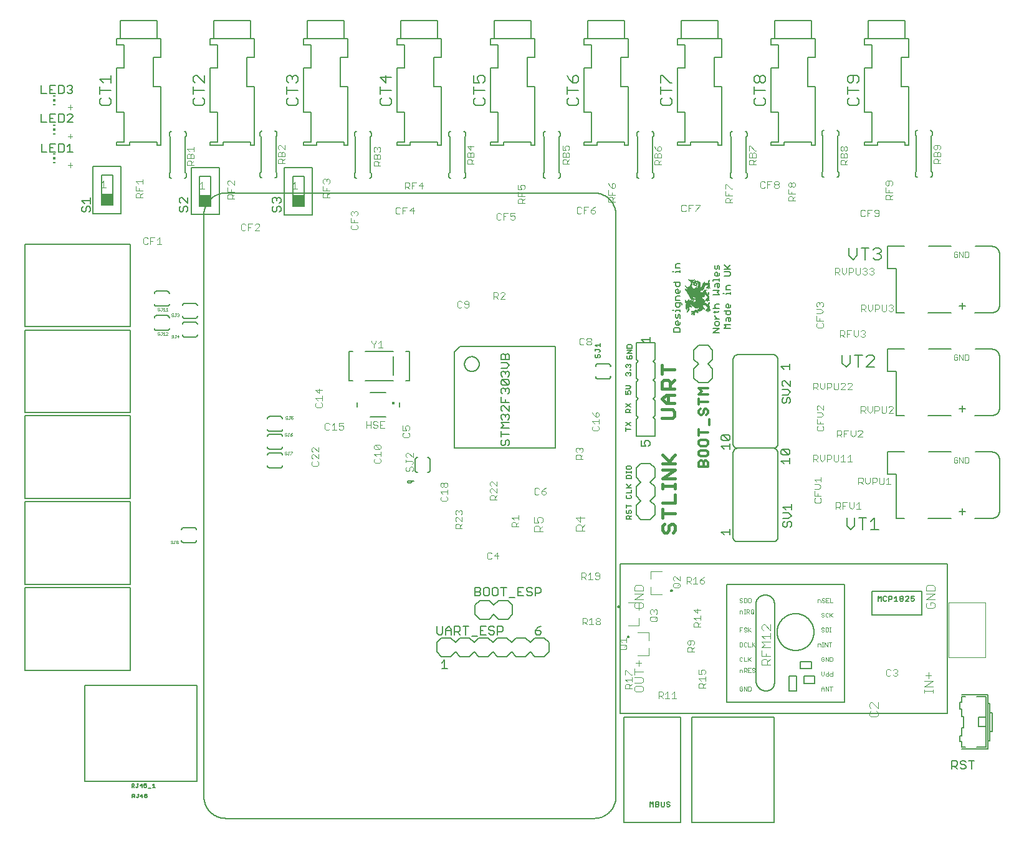
<source format=gto>
G04 EAGLE Gerber RS-274X export*
G75*
%MOMM*%
%FSLAX34Y34*%
%LPD*%
%INSilkscreen Top*%
%IPPOS*%
%AMOC8*
5,1,8,0,0,1.08239X$1,22.5*%
G01*
%ADD10C,0.152400*%
%ADD11R,0.006400X0.006300*%
%ADD12R,0.006300X0.012700*%
%ADD13R,0.006400X0.019100*%
%ADD14R,0.006300X0.025400*%
%ADD15R,0.006300X0.057200*%
%ADD16R,0.006400X0.025400*%
%ADD17R,0.006400X0.088900*%
%ADD18R,0.006300X0.038100*%
%ADD19R,0.006300X0.107900*%
%ADD20R,0.006400X0.044500*%
%ADD21R,0.006400X0.127000*%
%ADD22R,0.006300X0.050800*%
%ADD23R,0.006300X0.139700*%
%ADD24R,0.006300X0.006300*%
%ADD25R,0.006400X0.050800*%
%ADD26R,0.006400X0.152400*%
%ADD27R,0.006300X0.063500*%
%ADD28R,0.006300X0.171500*%
%ADD29R,0.006400X0.069800*%
%ADD30R,0.006400X0.184100*%
%ADD31R,0.006400X0.012700*%
%ADD32R,0.006300X0.082500*%
%ADD33R,0.006300X0.196800*%
%ADD34R,0.006300X0.019000*%
%ADD35R,0.006300X0.082600*%
%ADD36R,0.006400X0.209600*%
%ADD37R,0.006400X0.019000*%
%ADD38R,0.006400X0.114300*%
%ADD39R,0.006300X0.304800*%
%ADD40R,0.006300X0.069800*%
%ADD41R,0.006300X0.031800*%
%ADD42R,0.006300X0.031700*%
%ADD43R,0.006300X0.146000*%
%ADD44R,0.006300X0.152400*%
%ADD45R,0.006300X0.006400*%
%ADD46R,0.006400X0.311100*%
%ADD47R,0.006400X0.082600*%
%ADD48R,0.006400X0.038100*%
%ADD49R,0.006400X0.044400*%
%ADD50R,0.006400X0.165100*%
%ADD51R,0.006400X0.209500*%
%ADD52R,0.006300X0.311200*%
%ADD53R,0.006300X0.165100*%
%ADD54R,0.006300X0.088900*%
%ADD55R,0.006300X0.044500*%
%ADD56R,0.006300X0.247600*%
%ADD57R,0.006300X0.266700*%
%ADD58R,0.006400X0.317500*%
%ADD59R,0.006400X0.254000*%
%ADD60R,0.006400X0.101600*%
%ADD61R,0.006400X0.057100*%
%ADD62R,0.006400X0.298500*%
%ADD63R,0.006400X0.031800*%
%ADD64R,0.006300X0.336600*%
%ADD65R,0.006300X0.120700*%
%ADD66R,0.006300X0.260400*%
%ADD67R,0.006300X0.323900*%
%ADD68R,0.006300X0.095200*%
%ADD69R,0.006400X0.698500*%
%ADD70R,0.006400X0.228600*%
%ADD71R,0.006400X0.279400*%
%ADD72R,0.006400X0.355600*%
%ADD73R,0.006400X0.177800*%
%ADD74R,0.006300X0.704800*%
%ADD75R,0.006300X0.241300*%
%ADD76R,0.006300X0.298500*%
%ADD77R,0.006300X0.406400*%
%ADD78R,0.006300X0.184200*%
%ADD79R,0.006400X0.723900*%
%ADD80R,0.006400X0.717500*%
%ADD81R,0.006400X0.190500*%
%ADD82R,0.006300X0.736600*%
%ADD83R,0.006300X0.019100*%
%ADD84R,0.006300X0.723900*%
%ADD85R,0.006300X0.203200*%
%ADD86R,0.006400X0.762000*%
%ADD87R,0.006400X0.063500*%
%ADD88R,0.006400X0.215900*%
%ADD89R,0.006300X1.168400*%
%ADD90R,0.006300X0.222300*%
%ADD91R,0.006400X1.162100*%
%ADD92R,0.006400X0.222200*%
%ADD93R,0.006300X1.155700*%
%ADD94R,0.006300X0.196900*%
%ADD95R,0.006300X0.228600*%
%ADD96R,0.006400X1.136600*%
%ADD97R,0.006400X0.203200*%
%ADD98R,0.006300X1.124000*%
%ADD99R,0.006300X0.209600*%
%ADD100R,0.006300X0.044400*%
%ADD101R,0.006300X0.717600*%
%ADD102R,0.006300X0.235000*%
%ADD103R,0.006400X1.117600*%
%ADD104R,0.006400X0.711200*%
%ADD105R,0.006400X0.241300*%
%ADD106R,0.006300X1.104900*%
%ADD107R,0.006300X0.215900*%
%ADD108R,0.006300X0.190500*%
%ADD109R,0.006300X0.114300*%
%ADD110R,0.006300X1.016000*%
%ADD111R,0.006400X1.079500*%
%ADD112R,0.006400X0.260300*%
%ADD113R,0.006400X0.901700*%
%ADD114R,0.006300X1.054100*%
%ADD115R,0.006300X0.292100*%
%ADD116R,0.006300X0.273100*%
%ADD117R,0.006300X0.895300*%
%ADD118R,0.006400X1.009700*%
%ADD119R,0.006400X0.235000*%
%ADD120R,0.006400X0.323900*%
%ADD121R,0.006400X0.285800*%
%ADD122R,0.006400X0.895400*%
%ADD123R,0.006300X0.965200*%
%ADD124R,0.006300X0.615900*%
%ADD125R,0.006300X0.882700*%
%ADD126R,0.006400X0.641400*%
%ADD127R,0.006400X0.628700*%
%ADD128R,0.006400X0.336600*%
%ADD129R,0.006400X0.882600*%
%ADD130R,0.006300X0.577800*%
%ADD131R,0.006300X0.666700*%
%ADD132R,0.006300X0.400000*%
%ADD133R,0.006300X0.076200*%
%ADD134R,0.006300X0.698500*%
%ADD135R,0.006300X0.158800*%
%ADD136R,0.006400X0.495300*%
%ADD137R,0.006400X1.104900*%
%ADD138R,0.006400X0.774700*%
%ADD139R,0.006300X0.489000*%
%ADD140R,0.006300X1.098500*%
%ADD141R,0.006300X0.743000*%
%ADD142R,0.006400X0.501700*%
%ADD143R,0.006400X1.085900*%
%ADD144R,0.006400X0.743000*%
%ADD145R,0.006300X0.057100*%
%ADD146R,0.006300X0.533400*%
%ADD147R,0.006300X1.066800*%
%ADD148R,0.006300X0.825500*%
%ADD149R,0.006400X0.558800*%
%ADD150R,0.006400X1.054100*%
%ADD151R,0.006400X0.812800*%
%ADD152R,0.006300X0.622300*%
%ADD153R,0.006300X1.041400*%
%ADD154R,0.006300X0.812800*%
%ADD155R,0.006400X0.793800*%
%ADD156R,0.006400X0.806400*%
%ADD157R,0.006300X0.806400*%
%ADD158R,0.006300X0.952500*%
%ADD159R,0.006300X0.800100*%
%ADD160R,0.006400X0.819200*%
%ADD161R,0.006400X0.952500*%
%ADD162R,0.006400X0.800100*%
%ADD163R,0.006300X0.692200*%
%ADD164R,0.006400X0.831900*%
%ADD165R,0.006400X0.685800*%
%ADD166R,0.006400X0.463500*%
%ADD167R,0.006400X0.311200*%
%ADD168R,0.006300X0.838200*%
%ADD169R,0.006300X0.679400*%
%ADD170R,0.006400X0.946200*%
%ADD171R,0.006400X0.679400*%
%ADD172R,0.006400X0.273100*%
%ADD173R,0.006300X0.254000*%
%ADD174R,0.006400X0.704800*%
%ADD175R,0.006400X0.133400*%
%ADD176R,0.006400X0.958900*%
%ADD177R,0.006400X0.742900*%
%ADD178R,0.006400X0.076200*%
%ADD179R,0.006400X0.107900*%
%ADD180R,0.006300X0.958800*%
%ADD181R,0.006300X0.755600*%
%ADD182R,0.006300X0.108000*%
%ADD183R,0.006400X0.146100*%
%ADD184R,0.006300X0.787400*%
%ADD185R,0.006300X0.260300*%
%ADD186R,0.006400X0.171400*%
%ADD187R,0.006300X0.711200*%
%ADD188R,0.006300X0.819100*%
%ADD189R,0.006400X0.444500*%
%ADD190R,0.006400X0.831800*%
%ADD191R,0.006300X0.184100*%
%ADD192R,0.006300X0.400100*%
%ADD193R,0.006300X0.850900*%
%ADD194R,0.006300X0.177800*%
%ADD195R,0.006400X0.393700*%
%ADD196R,0.006400X0.400000*%
%ADD197R,0.006400X0.406400*%
%ADD198R,0.006300X0.381000*%
%ADD199R,0.006300X0.374700*%
%ADD200R,0.006300X0.393700*%
%ADD201R,0.006400X0.158700*%
%ADD202R,0.006400X0.374700*%
%ADD203R,0.006400X0.361900*%
%ADD204R,0.006400X0.368300*%
%ADD205R,0.006300X0.374600*%
%ADD206R,0.006300X0.361900*%
%ADD207R,0.006300X0.362000*%
%ADD208R,0.006300X0.171400*%
%ADD209R,0.006400X0.431800*%
%ADD210R,0.006400X0.362000*%
%ADD211R,0.006400X0.171500*%
%ADD212R,0.006300X0.368300*%
%ADD213R,0.006300X0.419100*%
%ADD214R,0.006300X0.355600*%
%ADD215R,0.006400X0.412800*%
%ADD216R,0.006400X0.381000*%
%ADD217R,0.006400X0.006400*%
%ADD218R,0.006400X0.158800*%
%ADD219R,0.006400X0.349200*%
%ADD220R,0.006300X0.209500*%
%ADD221R,0.006400X0.349300*%
%ADD222R,0.006300X0.158700*%
%ADD223R,0.006300X0.349200*%
%ADD224R,0.006400X0.196800*%
%ADD225R,0.006300X0.342900*%
%ADD226R,0.006400X0.342900*%
%ADD227R,0.006400X0.260400*%
%ADD228R,0.006300X0.146100*%
%ADD229R,0.006400X0.139700*%
%ADD230R,0.006400X0.120600*%
%ADD231R,0.006400X0.266700*%
%ADD232R,0.006300X0.133400*%
%ADD233R,0.006300X0.127000*%
%ADD234R,0.006300X0.336500*%
%ADD235R,0.006300X0.387300*%
%ADD236R,0.006400X0.330200*%
%ADD237R,0.006300X0.330200*%
%ADD238R,0.006300X0.069900*%
%ADD239R,0.006300X0.273000*%
%ADD240R,0.006400X0.069900*%
%ADD241R,0.006400X0.273000*%
%ADD242R,0.006400X0.425400*%
%ADD243R,0.006300X0.438100*%
%ADD244R,0.006400X0.057200*%
%ADD245R,0.006300X0.457200*%
%ADD246R,0.006300X0.279400*%
%ADD247R,0.006300X0.476200*%
%ADD248R,0.006400X0.336500*%
%ADD249R,0.006400X0.482600*%
%ADD250R,0.006300X0.508000*%
%ADD251R,0.006300X0.133300*%
%ADD252R,0.006300X0.285700*%
%ADD253R,0.006400X0.031700*%
%ADD254R,0.006400X0.692100*%
%ADD255R,0.006400X0.285700*%
%ADD256R,0.006300X0.692100*%
%ADD257R,0.006400X0.292100*%
%ADD258R,0.006300X0.679500*%
%ADD259R,0.006400X0.673100*%
%ADD260R,0.006300X0.673100*%
%ADD261R,0.006400X0.298400*%
%ADD262R,0.006300X0.660400*%
%ADD263R,0.006400X0.660400*%
%ADD264R,0.006400X0.304800*%
%ADD265R,0.006300X0.311100*%
%ADD266R,0.006300X0.095300*%
%ADD267R,0.006300X0.647700*%
%ADD268R,0.006300X0.323800*%
%ADD269R,0.006400X0.647700*%
%ADD270R,0.006300X0.101600*%
%ADD271R,0.006300X0.641300*%
%ADD272R,0.006400X0.108000*%
%ADD273R,0.006400X0.635000*%
%ADD274R,0.006300X0.628700*%
%ADD275R,0.006400X0.387300*%
%ADD276R,0.006400X0.622300*%
%ADD277R,0.006300X0.387400*%
%ADD278R,0.006400X0.616000*%
%ADD279R,0.006300X0.412700*%
%ADD280R,0.006300X0.616000*%
%ADD281R,0.006400X0.609600*%
%ADD282R,0.006400X0.374600*%
%ADD283R,0.006300X0.609600*%
%ADD284R,0.006400X0.400100*%
%ADD285R,0.006300X0.635000*%
%ADD286R,0.006300X0.774700*%
%ADD287R,0.006400X0.781100*%
%ADD288R,0.006400X0.577900*%
%ADD289R,0.006300X0.781100*%
%ADD290R,0.006400X0.781000*%
%ADD291R,0.006400X0.590500*%
%ADD292R,0.006300X0.641400*%
%ADD293R,0.006300X0.596900*%
%ADD294R,0.006400X0.787400*%
%ADD295R,0.006300X0.120600*%
%ADD296R,0.006300X0.793800*%
%ADD297R,0.006400X0.793700*%
%ADD298R,0.006300X0.730200*%
%ADD299R,0.006400X0.666800*%
%ADD300R,0.006400X0.730300*%
%ADD301R,0.006300X0.768300*%
%ADD302R,0.006400X0.146000*%
%ADD303R,0.006400X0.819100*%
%ADD304R,0.006300X0.781000*%
%ADD305R,0.006400X0.838200*%
%ADD306R,0.006300X0.793700*%
%ADD307R,0.006300X0.844600*%
%ADD308R,0.006400X0.857200*%
%ADD309R,0.006300X0.762000*%
%ADD310R,0.006300X0.863600*%
%ADD311R,0.006400X0.863600*%
%ADD312R,0.006300X0.869900*%
%ADD313R,0.006400X0.825500*%
%ADD314R,0.006400X0.749300*%
%ADD315R,0.006400X0.870000*%
%ADD316R,0.006300X0.831900*%
%ADD317R,0.006300X0.876300*%
%ADD318R,0.006400X0.736600*%
%ADD319R,0.006400X0.869900*%
%ADD320R,0.006400X0.844600*%
%ADD321R,0.006400X0.850900*%
%ADD322R,0.006300X0.857300*%
%ADD323R,0.006400X0.889000*%
%ADD324R,0.006400X0.844500*%
%ADD325R,0.006300X0.901700*%
%ADD326R,0.006400X0.920700*%
%ADD327R,0.006400X0.692200*%
%ADD328R,0.006300X0.927100*%
%ADD329R,0.006300X0.685800*%
%ADD330R,0.006400X0.412700*%
%ADD331R,0.006400X0.679500*%
%ADD332R,0.006300X0.425500*%
%ADD333R,0.006300X0.958900*%
%ADD334R,0.006400X0.438100*%
%ADD335R,0.006400X0.971500*%
%ADD336R,0.006300X0.450900*%
%ADD337R,0.006300X0.984300*%
%ADD338R,0.006300X0.742900*%
%ADD339R,0.006400X0.469900*%
%ADD340R,0.006400X0.996900*%
%ADD341R,0.006300X1.492200*%
%ADD342R,0.006300X0.654100*%
%ADD343R,0.006400X1.505000*%
%ADD344R,0.006400X0.654000*%
%ADD345R,0.006300X1.524000*%
%ADD346R,0.006300X0.654000*%
%ADD347R,0.006400X1.530300*%
%ADD348R,0.006300X1.543100*%
%ADD349R,0.006400X1.555700*%
%ADD350R,0.006300X1.574800*%
%ADD351R,0.006400X1.587500*%
%ADD352R,0.006300X1.600200*%
%ADD353R,0.006400X1.612900*%
%ADD354R,0.006400X0.654100*%
%ADD355R,0.006300X1.631900*%
%ADD356R,0.006400X1.638300*%
%ADD357R,0.006400X0.628600*%
%ADD358R,0.006300X1.651000*%
%ADD359R,0.006400X1.663700*%
%ADD360R,0.006300X1.682800*%
%ADD361R,0.006400X1.701800*%
%ADD362R,0.006300X1.720900*%
%ADD363R,0.006300X0.603200*%
%ADD364R,0.006400X1.739900*%
%ADD365R,0.006400X0.603200*%
%ADD366R,0.006300X1.752600*%
%ADD367R,0.006400X1.778000*%
%ADD368R,0.006400X0.596900*%
%ADD369R,0.006400X0.590600*%
%ADD370R,0.006300X1.809700*%
%ADD371R,0.006300X0.584200*%
%ADD372R,0.006400X2.419300*%
%ADD373R,0.006300X2.425700*%
%ADD374R,0.006300X0.571500*%
%ADD375R,0.006400X2.425700*%
%ADD376R,0.006400X0.565100*%
%ADD377R,0.006300X2.438400*%
%ADD378R,0.006300X0.565100*%
%ADD379R,0.006400X2.438400*%
%ADD380R,0.006300X2.444800*%
%ADD381R,0.006300X0.552400*%
%ADD382R,0.006400X2.444800*%
%ADD383R,0.006400X0.546100*%
%ADD384R,0.006300X2.457400*%
%ADD385R,0.006300X0.546100*%
%ADD386R,0.006400X2.457400*%
%ADD387R,0.006400X0.539800*%
%ADD388R,0.006400X2.463800*%
%ADD389R,0.006400X0.533400*%
%ADD390R,0.006300X2.470200*%
%ADD391R,0.006300X0.527100*%
%ADD392R,0.006400X2.476500*%
%ADD393R,0.006400X0.520700*%
%ADD394R,0.006300X2.482800*%
%ADD395R,0.006300X0.520700*%
%ADD396R,0.006400X2.482800*%
%ADD397R,0.006300X2.495600*%
%ADD398R,0.006400X2.495600*%
%ADD399R,0.006300X2.508200*%
%ADD400R,0.006400X2.514600*%
%ADD401R,0.006300X2.514600*%
%ADD402R,0.006400X2.527300*%
%ADD403R,0.006300X2.533700*%
%ADD404R,0.006400X2.546400*%
%ADD405R,0.006300X2.559000*%
%ADD406R,0.006400X2.565400*%
%ADD407R,0.006400X0.539700*%
%ADD408R,0.006300X2.571700*%
%ADD409R,0.006300X0.539700*%
%ADD410R,0.006400X2.584500*%
%ADD411R,0.006300X2.590800*%
%ADD412R,0.006300X0.552500*%
%ADD413R,0.006400X2.609800*%
%ADD414R,0.006300X2.622500*%
%ADD415R,0.006400X2.641600*%
%ADD416R,0.006400X0.584200*%
%ADD417R,0.006300X3.232200*%
%ADD418R,0.006400X3.232200*%
%ADD419R,0.006400X0.457200*%
%ADD420R,0.006300X0.514400*%
%ADD421R,0.006300X3.232100*%
%ADD422R,0.006400X3.867100*%
%ADD423R,0.006300X3.879800*%
%ADD424R,0.006400X3.892500*%
%ADD425R,0.006300X3.911600*%
%ADD426R,0.006400X3.918000*%
%ADD427R,0.006300X3.930700*%
%ADD428R,0.006400X3.937000*%
%ADD429R,0.006300X3.949700*%
%ADD430R,0.006400X3.962400*%
%ADD431R,0.006300X3.968700*%
%ADD432R,0.006400X3.975100*%
%ADD433R,0.006300X3.981400*%
%ADD434R,0.006400X4.000500*%
%ADD435R,0.006300X4.006900*%
%ADD436R,0.006400X4.013200*%
%ADD437R,0.006300X4.013200*%
%ADD438R,0.006400X4.019600*%
%ADD439R,0.006300X4.032200*%
%ADD440R,0.006400X4.038600*%
%ADD441R,0.006300X4.044900*%
%ADD442R,0.006400X4.044900*%
%ADD443R,0.006300X0.939800*%
%ADD444R,0.006300X3.111500*%
%ADD445R,0.006400X3.111500*%
%ADD446R,0.006300X0.946200*%
%ADD447R,0.006300X3.105100*%
%ADD448R,0.006400X0.958800*%
%ADD449R,0.006400X0.514400*%
%ADD450R,0.006300X0.527000*%
%ADD451R,0.006400X0.527000*%
%ADD452R,0.006400X3.105200*%
%ADD453R,0.006300X3.098800*%
%ADD454R,0.006400X3.105100*%
%ADD455R,0.006400X3.092400*%
%ADD456R,0.006300X3.092500*%
%ADD457R,0.006400X0.552500*%
%ADD458R,0.006400X2.457500*%
%ADD459R,0.006300X0.558800*%
%ADD460R,0.006400X0.082500*%
%ADD461R,0.006400X0.565200*%
%ADD462R,0.006400X2.381200*%
%ADD463R,0.006300X2.330500*%
%ADD464R,0.006400X0.133300*%
%ADD465R,0.006400X0.247600*%
%ADD466R,0.006400X2.279700*%
%ADD467R,0.006300X2.228900*%
%ADD468R,0.006400X2.089200*%
%ADD469R,0.006400X0.323800*%
%ADD470R,0.006300X0.234900*%
%ADD471R,0.006300X1.778000*%
%ADD472R,0.006300X1.701800*%
%ADD473R,0.006300X1.625600*%
%ADD474R,0.006400X1.593800*%
%ADD475R,0.006300X1.562100*%
%ADD476R,0.006400X1.536700*%
%ADD477R,0.006300X1.511300*%
%ADD478R,0.006400X1.492300*%
%ADD479R,0.006400X0.247700*%
%ADD480R,0.006300X0.920700*%
%ADD481R,0.006300X1.466900*%
%ADD482R,0.006400X1.003300*%
%ADD483R,0.006400X1.441400*%
%ADD484R,0.006300X1.073100*%
%ADD485R,0.006300X1.422400*%
%ADD486R,0.006400X1.098500*%
%ADD487R,0.006400X1.409700*%
%ADD488R,0.006300X1.123900*%
%ADD489R,0.006300X1.390700*%
%ADD490R,0.006400X1.143000*%
%ADD491R,0.006400X1.371600*%
%ADD492R,0.006400X0.234900*%
%ADD493R,0.006300X1.346200*%
%ADD494R,0.006400X1.174700*%
%ADD495R,0.006400X1.327200*%
%ADD496R,0.006300X1.187400*%
%ADD497R,0.006300X1.314400*%
%ADD498R,0.006400X1.200100*%
%ADD499R,0.006400X1.295400*%
%ADD500R,0.006300X1.206500*%
%ADD501R,0.006300X1.276300*%
%ADD502R,0.006400X1.219200*%
%ADD503R,0.006400X1.263600*%
%ADD504R,0.006300X1.225500*%
%ADD505R,0.006300X1.244600*%
%ADD506R,0.006400X1.231900*%
%ADD507R,0.006300X1.238200*%
%ADD508R,0.006400X1.238300*%
%ADD509R,0.006400X1.187500*%
%ADD510R,0.006400X0.387400*%
%ADD511R,0.006400X1.251000*%
%ADD512R,0.006400X1.149400*%
%ADD513R,0.006300X1.257300*%
%ADD514R,0.006300X1.136700*%
%ADD515R,0.006400X0.095200*%
%ADD516R,0.006400X1.257300*%
%ADD517R,0.006400X1.123900*%
%ADD518R,0.006300X1.263700*%
%ADD519R,0.006300X1.143000*%
%ADD520R,0.006400X0.095300*%
%ADD521R,0.006400X1.270000*%
%ADD522R,0.006400X0.419100*%
%ADD523R,0.006300X1.270000*%
%ADD524R,0.006300X1.301700*%
%ADD525R,0.006400X0.184200*%
%ADD526R,0.006400X1.276300*%
%ADD527R,0.006300X0.285800*%
%ADD528R,0.006300X1.282700*%
%ADD529R,0.006300X1.251000*%
%ADD530R,0.006400X1.282700*%
%ADD531R,0.006400X1.225600*%
%ADD532R,0.006400X0.908100*%
%ADD533R,0.006400X1.181100*%
%ADD534R,0.006300X1.162000*%
%ADD535R,0.006400X1.130300*%
%ADD536R,0.006300X1.111300*%
%ADD537R,0.006300X0.247700*%
%ADD538R,0.006300X1.060400*%
%ADD539R,0.006400X1.041400*%
%ADD540R,0.006300X1.022300*%
%ADD541R,0.006300X0.806500*%
%ADD542R,0.006400X0.806500*%
%ADD543R,0.006400X0.939800*%
%ADD544R,0.006300X0.920800*%
%ADD545R,0.006400X0.222300*%
%ADD546R,0.006400X0.717600*%
%ADD547R,0.006300X0.908000*%
%ADD548R,0.006300X0.222200*%
%ADD549R,0.006300X0.298400*%
%ADD550R,0.006300X0.889000*%
%ADD551R,0.006400X0.476300*%
%ADD552R,0.006300X0.495300*%
%ADD553R,0.006400X0.450900*%
%ADD554R,0.006300X0.831800*%
%ADD555R,0.006300X0.539800*%
%ADD556R,0.006300X0.590600*%
%ADD557R,0.006300X0.755700*%
%ADD558R,0.006300X0.349300*%
%ADD559R,0.006400X0.603300*%
%ADD560R,0.006400X0.514300*%
%ADD561R,0.006300X0.717500*%
%ADD562R,0.006300X0.908100*%
%ADD563R,0.006300X0.514300*%
%ADD564R,0.006400X1.066800*%
%ADD565R,0.006300X1.117600*%
%ADD566R,0.006400X0.571500*%
%ADD567R,0.006300X0.488900*%
%ADD568R,0.006400X0.552400*%
%ADD569R,0.006400X0.704900*%
%ADD570R,0.006400X1.162000*%
%ADD571R,0.006300X0.463500*%
%ADD572R,0.006400X1.149300*%
%ADD573R,0.006400X0.450800*%
%ADD574R,0.006400X1.111300*%
%ADD575R,0.006300X1.098600*%
%ADD576R,0.006400X1.028700*%
%ADD577R,0.006300X0.704900*%
%ADD578R,0.006400X0.997000*%
%ADD579R,0.006300X0.984200*%
%ADD580R,0.006400X0.965200*%
%ADD581R,0.006300X0.933400*%
%ADD582R,0.006400X0.920800*%
%ADD583R,0.006300X0.914400*%
%ADD584R,0.006300X0.730300*%
%ADD585R,0.006400X0.882700*%
%ADD586R,0.006400X0.857300*%
%ADD587R,0.006400X0.768300*%
%ADD588R,0.006300X0.749300*%
%ADD589R,0.006300X0.590500*%
%ADD590R,0.006300X0.476300*%
%ADD591R,0.006400X0.489000*%
%ADD592R,0.006300X0.317500*%
%ADD593R,0.006300X0.482600*%
%ADD594R,0.006400X0.476200*%
%ADD595R,0.006400X0.527100*%
%ADD596R,0.006300X0.431800*%
%ADD597R,0.006300X0.425400*%
%ADD598R,0.006400X0.438200*%
%ADD599R,0.006300X0.444500*%
%ADD600R,0.006300X0.997000*%
%ADD601R,0.006300X0.469900*%
%ADD602R,0.006300X1.212800*%
%ADD603R,0.006400X0.641300*%
%ADD604R,0.006400X0.501600*%
%ADD605R,0.006300X0.628600*%
%ADD606R,0.006400X1.276400*%
%ADD607R,0.006300X1.295400*%
%ADD608R,0.006400X1.314500*%
%ADD609R,0.006300X1.339800*%
%ADD610R,0.006400X1.358900*%
%ADD611R,0.006300X1.365200*%
%ADD612R,0.006400X1.289100*%
%ADD613R,0.006300X1.200100*%
%ADD614R,0.006400X0.508000*%
%ADD615R,0.006400X1.098600*%
%ADD616R,0.006300X0.501600*%
%ADD617R,0.006300X1.073200*%
%ADD618R,0.006400X1.047800*%
%ADD619R,0.006300X1.028700*%
%ADD620R,0.006400X1.009600*%
%ADD621R,0.006300X0.844500*%
%ADD622R,0.006400X0.730200*%
%ADD623R,0.006300X0.463600*%
%ADD624R,0.006400X0.463600*%
%ADD625R,0.006400X0.577800*%
%ADD626R,0.006400X0.120700*%
%ADD627R,0.006300X1.314500*%
%ADD628R,0.006400X1.352600*%
%ADD629R,0.006300X1.517700*%
%ADD630R,0.006300X0.438200*%
%ADD631R,0.006400X1.524000*%
%ADD632R,0.006400X1.047700*%
%ADD633R,0.006400X0.425500*%
%ADD634R,0.006400X0.006400*%
%ADD635R,0.006300X0.412800*%
%ADD636R,0.006300X0.450800*%
%ADD637R,0.006400X1.060500*%
%ADD638C,0.203200*%
%ADD639C,0.431800*%
%ADD640C,0.203000*%
%ADD641C,0.101600*%
%ADD642C,0.304800*%
%ADD643C,0.127000*%
%ADD644C,0.364000*%
%ADD645C,0.076200*%
%ADD646R,0.300000X0.150000*%
%ADD647R,0.300000X0.300000*%
%ADD648C,0.177800*%
%ADD649C,0.050800*%
%ADD650C,0.050000*%
%ADD651C,0.000000*%
%ADD652C,0.025400*%
%ADD653C,0.120000*%
%ADD654C,0.200000*%
%ADD655R,1.524000X1.524000*%


D10*
X802426Y452974D02*
X809036Y452974D01*
X809036Y456279D01*
X807934Y457381D01*
X803528Y457381D01*
X802426Y456279D01*
X802426Y452974D01*
X809036Y460458D02*
X809036Y462662D01*
X809036Y461560D02*
X802426Y461560D01*
X802426Y460458D02*
X802426Y462662D01*
X802426Y466549D02*
X802426Y468753D01*
X802426Y466549D02*
X803528Y465448D01*
X807934Y465448D01*
X809036Y466549D01*
X809036Y468753D01*
X807934Y469854D01*
X803528Y469854D01*
X802426Y468753D01*
X803528Y429886D02*
X802426Y428784D01*
X802426Y426581D01*
X803528Y425480D01*
X807934Y425480D01*
X809036Y426581D01*
X809036Y428784D01*
X807934Y429886D01*
X809036Y432964D02*
X802426Y432964D01*
X809036Y432964D02*
X809036Y437370D01*
X809036Y440448D02*
X802426Y440448D01*
X802426Y444854D02*
X806833Y440448D01*
X805731Y441549D02*
X809036Y444854D01*
X866556Y651540D02*
X875199Y651540D01*
X875199Y655862D01*
X873759Y657302D01*
X867996Y657302D01*
X866556Y655862D01*
X866556Y651540D01*
X875199Y662336D02*
X875199Y665217D01*
X875199Y662336D02*
X873759Y660895D01*
X870877Y660895D01*
X869437Y662336D01*
X869437Y665217D01*
X870877Y666658D01*
X872318Y666658D01*
X872318Y660895D01*
X875199Y670251D02*
X875199Y674572D01*
X873759Y676013D01*
X872318Y674572D01*
X872318Y671691D01*
X870877Y670251D01*
X869437Y671691D01*
X869437Y676013D01*
X869437Y679606D02*
X869437Y681046D01*
X875199Y681046D01*
X875199Y679606D02*
X875199Y682487D01*
X866556Y681046D02*
X865115Y681046D01*
X878080Y688724D02*
X878080Y690164D01*
X876640Y691605D01*
X869437Y691605D01*
X869437Y687283D01*
X870877Y685843D01*
X873759Y685843D01*
X875199Y687283D01*
X875199Y691605D01*
X875199Y695198D02*
X869437Y695198D01*
X869437Y699519D01*
X870877Y700960D01*
X875199Y700960D01*
X875199Y705993D02*
X875199Y708875D01*
X875199Y705993D02*
X873759Y704553D01*
X870877Y704553D01*
X869437Y705993D01*
X869437Y708875D01*
X870877Y710315D01*
X872318Y710315D01*
X872318Y704553D01*
X875199Y719670D02*
X866556Y719670D01*
X875199Y719670D02*
X875199Y715349D01*
X873759Y713908D01*
X870877Y713908D01*
X869437Y715349D01*
X869437Y719670D01*
X869437Y732618D02*
X869437Y734059D01*
X875199Y734059D01*
X875199Y732618D02*
X875199Y735500D01*
X866556Y734059D02*
X865115Y734059D01*
X869437Y738855D02*
X875199Y738855D01*
X869437Y738855D02*
X869437Y743177D01*
X870877Y744618D01*
X875199Y744618D01*
X919928Y651215D02*
X928571Y651215D01*
X928571Y656977D02*
X919928Y651215D01*
X919928Y656977D02*
X928571Y656977D01*
X928571Y662011D02*
X928571Y664892D01*
X927131Y666332D01*
X924249Y666332D01*
X922809Y664892D01*
X922809Y662011D01*
X924249Y660570D01*
X927131Y660570D01*
X928571Y662011D01*
X928571Y669925D02*
X922809Y669925D01*
X925690Y669925D02*
X922809Y672806D01*
X922809Y674247D01*
X921368Y679162D02*
X927131Y679162D01*
X928571Y680602D01*
X922809Y680602D02*
X922809Y677721D01*
X919928Y683958D02*
X928571Y683958D01*
X924249Y683958D02*
X922809Y685398D01*
X922809Y688280D01*
X924249Y689720D01*
X928571Y689720D01*
X928571Y702668D02*
X919928Y702668D01*
X925690Y705549D02*
X928571Y702668D01*
X925690Y705549D02*
X928571Y708431D01*
X919928Y708431D01*
X922809Y713464D02*
X922809Y716345D01*
X924249Y717786D01*
X928571Y717786D01*
X928571Y713464D01*
X927131Y712023D01*
X925690Y713464D01*
X925690Y717786D01*
X919928Y721379D02*
X919928Y722819D01*
X928571Y722819D01*
X928571Y721379D02*
X928571Y724260D01*
X928571Y729056D02*
X928571Y731937D01*
X928571Y729056D02*
X927131Y727615D01*
X924249Y727615D01*
X922809Y729056D01*
X922809Y731937D01*
X924249Y733378D01*
X925690Y733378D01*
X925690Y727615D01*
X928571Y736971D02*
X928571Y741292D01*
X927131Y742733D01*
X925690Y741292D01*
X925690Y738411D01*
X924249Y736971D01*
X922809Y738411D01*
X922809Y742733D01*
X935142Y656403D02*
X943785Y656403D01*
X938023Y659284D02*
X935142Y656403D01*
X938023Y659284D02*
X935142Y662165D01*
X943785Y662165D01*
X938023Y667199D02*
X938023Y670080D01*
X939463Y671521D01*
X943785Y671521D01*
X943785Y667199D01*
X942345Y665758D01*
X940904Y667199D01*
X940904Y671521D01*
X943785Y680876D02*
X935142Y680876D01*
X943785Y680876D02*
X943785Y676554D01*
X942345Y675114D01*
X939463Y675114D01*
X938023Y676554D01*
X938023Y680876D01*
X943785Y685909D02*
X943785Y688790D01*
X943785Y685909D02*
X942345Y684469D01*
X939463Y684469D01*
X938023Y685909D01*
X938023Y688790D01*
X939463Y690231D01*
X940904Y690231D01*
X940904Y684469D01*
X938023Y703179D02*
X938023Y704620D01*
X943785Y704620D01*
X943785Y706060D02*
X943785Y703179D01*
X935142Y704620D02*
X933701Y704620D01*
X938023Y709416D02*
X943785Y709416D01*
X938023Y709416D02*
X938023Y713738D01*
X939463Y715178D01*
X943785Y715178D01*
X942345Y728126D02*
X935142Y728126D01*
X942345Y728126D02*
X943785Y729567D01*
X943785Y732448D01*
X942345Y733889D01*
X935142Y733889D01*
X935142Y737481D02*
X943785Y737481D01*
X940904Y737481D02*
X935142Y743244D01*
X939463Y738922D02*
X943785Y743244D01*
D11*
X916791Y680381D03*
D12*
X916728Y680349D03*
D13*
X916664Y680381D03*
D14*
X916601Y680350D03*
D15*
X916601Y682350D03*
D16*
X916537Y680350D03*
D17*
X916537Y682318D03*
D18*
X916474Y680349D03*
D19*
X916474Y682286D03*
D20*
X916410Y680381D03*
D21*
X916410Y682255D03*
D22*
X916347Y680413D03*
D23*
X916347Y682254D03*
D24*
X916347Y711369D03*
D25*
X916283Y680413D03*
D26*
X916283Y682191D03*
D11*
X916283Y711369D03*
D27*
X916220Y680413D03*
D28*
X916220Y682159D03*
D12*
X916220Y711337D03*
D29*
X916156Y680445D03*
D30*
X916156Y682159D03*
D31*
X916156Y711337D03*
D32*
X916093Y680508D03*
D33*
X916093Y682096D03*
D24*
X916093Y690287D03*
X916093Y691938D03*
D34*
X916093Y711306D03*
D35*
X916093Y712830D03*
D17*
X916029Y680540D03*
D36*
X916029Y682096D03*
D25*
X916029Y690319D03*
D37*
X916029Y691875D03*
D16*
X916029Y711338D03*
D38*
X916029Y712861D03*
D39*
X915966Y681620D03*
D40*
X915966Y690351D03*
D41*
X915966Y691875D03*
D42*
X915966Y711369D03*
D43*
X915966Y712830D03*
D44*
X915966Y716545D03*
D45*
X915966Y722228D03*
D46*
X915902Y681651D03*
D47*
X915902Y690351D03*
D48*
X915902Y691843D03*
D49*
X915902Y711433D03*
D50*
X915902Y712798D03*
D51*
X915902Y716576D03*
D31*
X915902Y722196D03*
D52*
X915839Y681715D03*
D53*
X915839Y685556D03*
D54*
X915839Y690382D03*
D55*
X915839Y691811D03*
D56*
X915839Y712449D03*
D57*
X915839Y716544D03*
D34*
X915839Y722228D03*
D58*
X915775Y681746D03*
D59*
X915775Y685493D03*
D60*
X915775Y690383D03*
D61*
X915775Y691811D03*
D59*
X915775Y712544D03*
D62*
X915775Y716576D03*
D63*
X915775Y721085D03*
D16*
X915775Y722196D03*
D64*
X915712Y681842D03*
D52*
X915712Y685398D03*
D65*
X915712Y690414D03*
D40*
X915712Y691748D03*
D66*
X915712Y712576D03*
D67*
X915712Y716576D03*
D68*
X915712Y721212D03*
D14*
X915712Y722196D03*
D69*
X915648Y683651D03*
D70*
X915648Y690954D03*
D71*
X915648Y712671D03*
D72*
X915648Y716545D03*
D73*
X915648Y721498D03*
D74*
X915585Y683747D03*
D75*
X915585Y690890D03*
D45*
X915585Y694161D03*
D76*
X915585Y712766D03*
D77*
X915585Y716354D03*
D78*
X915585Y721466D03*
D79*
X915521Y683842D03*
D59*
X915521Y690827D03*
D31*
X915521Y694192D03*
D80*
X915521Y714925D03*
D81*
X915521Y721434D03*
D82*
X915458Y683969D03*
D57*
X915458Y690763D03*
D83*
X915458Y694224D03*
X915458Y695367D03*
D84*
X915458Y714957D03*
D85*
X915458Y721371D03*
D86*
X915394Y684096D03*
D71*
X915394Y690637D03*
D16*
X915394Y694256D03*
D87*
X915394Y695399D03*
D31*
X915394Y705305D03*
D79*
X915394Y715020D03*
D88*
X915394Y721307D03*
D89*
X915331Y686192D03*
D41*
X915331Y694288D03*
D54*
X915331Y695399D03*
D34*
X915331Y705337D03*
D84*
X915331Y715084D03*
D90*
X915331Y721275D03*
D91*
X915267Y686223D03*
D61*
X915267Y694351D03*
D38*
X915267Y695399D03*
D16*
X915267Y705369D03*
D79*
X915267Y715147D03*
D92*
X915267Y721212D03*
D93*
X915204Y686255D03*
D94*
X915204Y695113D03*
D41*
X915204Y705337D03*
D84*
X915204Y715211D03*
D95*
X915204Y721180D03*
D96*
X915140Y686287D03*
D97*
X915140Y695145D03*
D48*
X915140Y705368D03*
D79*
X915140Y715274D03*
D70*
X915140Y721117D03*
D98*
X915077Y686287D03*
D99*
X915077Y695177D03*
D34*
X915077Y698479D03*
D15*
X915077Y704067D03*
D100*
X915077Y705337D03*
D101*
X915077Y715370D03*
D102*
X915077Y721085D03*
D103*
X915013Y686319D03*
D88*
X915013Y695208D03*
D21*
X915013Y698638D03*
D17*
X915013Y704035D03*
D49*
X915013Y705337D03*
D104*
X915013Y715465D03*
D105*
X915013Y720989D03*
D106*
X914950Y686318D03*
D107*
X914950Y695272D03*
D108*
X914950Y698764D03*
D109*
X914950Y704035D03*
D27*
X914950Y705241D03*
D110*
X914950Y717116D03*
D111*
X914886Y686382D03*
D92*
X914886Y695304D03*
D112*
X914886Y698669D03*
D105*
X914886Y704416D03*
D31*
X914886Y712290D03*
X914886Y712861D03*
D113*
X914886Y717624D03*
D114*
X914823Y686445D03*
D95*
X914823Y695399D03*
D115*
X914823Y698637D03*
D116*
X914823Y704257D03*
D117*
X914823Y717592D03*
D118*
X914759Y686604D03*
D119*
X914759Y695431D03*
D120*
X914759Y698669D03*
D121*
X914759Y704194D03*
D11*
X914759Y710226D03*
D122*
X914759Y717529D03*
D123*
X914696Y686700D03*
D124*
X914696Y697399D03*
D76*
X914696Y704130D03*
D12*
X914696Y710258D03*
D125*
X914696Y717465D03*
D126*
X914632Y685398D03*
D59*
X914632Y690192D03*
D127*
X914632Y697526D03*
D128*
X914632Y703940D03*
D37*
X914632Y710290D03*
D16*
X914632Y711909D03*
D129*
X914632Y717402D03*
D130*
X914569Y685398D03*
D85*
X914569Y690319D03*
D131*
X914569Y697780D03*
D132*
X914569Y703559D03*
D14*
X914569Y710322D03*
D133*
X914569Y711973D03*
D134*
X914569Y716290D03*
D135*
X914569Y720831D03*
D136*
X914505Y685620D03*
D50*
X914505Y690382D03*
D137*
X914505Y700034D03*
D63*
X914505Y710417D03*
D138*
X914505Y715401D03*
D60*
X914505Y720863D03*
D24*
X914442Y679111D03*
D139*
X914442Y685652D03*
D65*
X914442Y690414D03*
D140*
X914442Y700066D03*
D55*
X914442Y710480D03*
D141*
X914442Y715116D03*
D31*
X914378Y679143D03*
D142*
X914378Y685588D03*
D20*
X914378Y690414D03*
D143*
X914378Y700066D03*
D25*
X914378Y710576D03*
D144*
X914378Y714989D03*
D12*
X914315Y679206D03*
D145*
X914315Y680889D03*
D146*
X914315Y685493D03*
D147*
X914315Y700098D03*
D148*
X914315Y714449D03*
D13*
X914251Y679238D03*
D47*
X914251Y680953D03*
D149*
X914251Y685430D03*
D150*
X914251Y700098D03*
D151*
X914251Y714449D03*
D14*
X914188Y679270D03*
D19*
X914188Y681016D03*
D152*
X914188Y685175D03*
D153*
X914188Y700098D03*
D154*
X914188Y714449D03*
D63*
X914124Y679302D03*
D155*
X914124Y684382D03*
D118*
X914124Y700193D03*
D156*
X914124Y714481D03*
D18*
X914061Y679333D03*
D157*
X914061Y684382D03*
D158*
X914061Y700415D03*
D159*
X914061Y714512D03*
D20*
X913997Y679365D03*
D160*
X913997Y684382D03*
D161*
X913997Y700352D03*
D162*
X913997Y714576D03*
D22*
X913934Y679461D03*
D148*
X913934Y684413D03*
D163*
X913934Y698860D03*
D85*
X913934Y704035D03*
D159*
X913934Y714576D03*
D87*
X913870Y679524D03*
D164*
X913870Y684445D03*
D165*
X913870Y698638D03*
D26*
X913870Y704099D03*
D166*
X913870Y713020D03*
D167*
X913870Y717021D03*
D32*
X913807Y679619D03*
D168*
X913807Y684477D03*
D169*
X913807Y698479D03*
D109*
X913807Y704162D03*
D85*
X913807Y711719D03*
D78*
X913807Y713973D03*
D115*
X913807Y717116D03*
D170*
X913743Y684001D03*
D171*
X913743Y698352D03*
D47*
X913743Y704194D03*
D73*
X913743Y711719D03*
D26*
X913743Y713878D03*
D172*
X913743Y717211D03*
D158*
X913680Y684032D03*
D163*
X913680Y698352D03*
D55*
X913680Y704130D03*
D53*
X913680Y711718D03*
D23*
X913680Y713814D03*
D173*
X913680Y717307D03*
D161*
X913616Y684096D03*
D174*
X913616Y698352D03*
D175*
X913616Y711687D03*
D21*
X913616Y713751D03*
D59*
X913616Y717307D03*
D158*
X913553Y684159D03*
D84*
X913553Y698383D03*
D19*
X913553Y711623D03*
D109*
X913553Y713687D03*
D173*
X913553Y717307D03*
D176*
X913489Y684191D03*
D177*
X913489Y698415D03*
D178*
X913489Y711592D03*
D179*
X913489Y713655D03*
D59*
X913489Y717307D03*
D180*
X913426Y684255D03*
D181*
X913426Y698479D03*
D182*
X913426Y713592D03*
D173*
X913426Y717307D03*
D176*
X913362Y684318D03*
D138*
X913362Y698510D03*
D183*
X913362Y713274D03*
D112*
X913362Y717338D03*
D158*
X913299Y684413D03*
D184*
X913299Y698574D03*
D53*
X913299Y713179D03*
D185*
X913299Y717338D03*
D161*
X913235Y684477D03*
D156*
X913235Y698606D03*
D186*
X913235Y713084D03*
D112*
X913235Y717338D03*
D107*
X913172Y680857D03*
D187*
X913172Y685684D03*
D45*
X913172Y693272D03*
D188*
X913172Y698669D03*
D28*
X913172Y713020D03*
D185*
X913172Y717338D03*
D73*
X913108Y680794D03*
D36*
X913108Y683239D03*
D189*
X913108Y687080D03*
D13*
X913108Y693335D03*
D190*
X913108Y698733D03*
D73*
X913108Y712925D03*
D112*
X913108Y717338D03*
D23*
X913045Y680730D03*
D191*
X913045Y683175D03*
D192*
X913045Y687366D03*
D14*
X913045Y693367D03*
D193*
X913045Y698764D03*
D194*
X913045Y712862D03*
D185*
X913045Y717338D03*
D17*
X912981Y680667D03*
D186*
X912981Y683112D03*
D195*
X912981Y687461D03*
D63*
X912981Y693399D03*
D196*
X912981Y696447D03*
D197*
X912981Y701114D03*
D73*
X912981Y712798D03*
D112*
X912981Y717338D03*
D41*
X912918Y680699D03*
D53*
X912918Y683016D03*
D198*
X912918Y687525D03*
D18*
X912918Y693494D03*
D199*
X912918Y696256D03*
D200*
X912918Y701304D03*
D194*
X912918Y712798D03*
D185*
X912918Y717338D03*
D201*
X912854Y682921D03*
D202*
X912854Y687620D03*
D49*
X912854Y693526D03*
D203*
X912854Y696129D03*
D204*
X912854Y701495D03*
D73*
X912854Y712735D03*
D112*
X912854Y717338D03*
D53*
X912791Y682826D03*
D205*
X912791Y687684D03*
D22*
X912791Y693621D03*
D206*
X912791Y696002D03*
D207*
X912791Y701654D03*
D208*
X912791Y712703D03*
D185*
X912791Y717338D03*
D50*
X912727Y682699D03*
D202*
X912727Y687747D03*
D209*
X912727Y695590D03*
D210*
X912727Y701781D03*
D211*
X912727Y712639D03*
D112*
X912727Y717338D03*
D208*
X912664Y682604D03*
D212*
X912664Y687779D03*
D213*
X912664Y695526D03*
D214*
X912664Y701940D03*
D53*
X912664Y712607D03*
D185*
X912664Y717338D03*
D50*
X912600Y682508D03*
D203*
X912600Y687874D03*
D215*
X912600Y695558D03*
D72*
X912600Y702067D03*
D50*
X912600Y712544D03*
D112*
X912600Y717338D03*
D53*
X912537Y682445D03*
D207*
X912537Y687938D03*
D132*
X912537Y695558D03*
D214*
X912537Y702130D03*
D53*
X912537Y712480D03*
D185*
X912537Y717338D03*
D50*
X912473Y682381D03*
D203*
X912473Y688001D03*
D216*
X912473Y695590D03*
D72*
X912473Y702257D03*
D217*
X912473Y710925D03*
D218*
X912473Y712449D03*
D112*
X912473Y717338D03*
D53*
X912410Y682318D03*
D214*
X912410Y688033D03*
D212*
X912410Y695653D03*
D214*
X912410Y702384D03*
D83*
X912410Y710988D03*
D53*
X912410Y712353D03*
D185*
X912410Y717338D03*
D50*
X912346Y682254D03*
D72*
X912346Y688097D03*
D219*
X912346Y695685D03*
D72*
X912346Y702448D03*
D63*
X912346Y711052D03*
D73*
X912346Y712227D03*
D112*
X912346Y717338D03*
D135*
X912283Y682223D03*
D214*
X912283Y688160D03*
D27*
X912283Y694637D03*
D85*
X912283Y696415D03*
D214*
X912283Y702575D03*
D220*
X912283Y712004D03*
D185*
X912283Y717338D03*
D50*
X912219Y682191D03*
D221*
X912219Y688255D03*
D81*
X912219Y696415D03*
D210*
X912219Y702670D03*
D11*
X912219Y708702D03*
D97*
X912219Y711973D03*
D112*
X912219Y717338D03*
D222*
X912156Y682159D03*
D223*
X912156Y688319D03*
D94*
X912156Y696383D03*
D214*
X912156Y702765D03*
D12*
X912156Y708734D03*
D33*
X912156Y711941D03*
D185*
X912156Y717338D03*
D26*
X912092Y682128D03*
D221*
X912092Y688382D03*
D224*
X912092Y696320D03*
D72*
X912092Y702892D03*
D37*
X912092Y708766D03*
D30*
X912092Y712004D03*
D59*
X912092Y717307D03*
D44*
X912029Y682128D03*
D225*
X912029Y688414D03*
D33*
X912029Y696320D03*
D214*
X912029Y702956D03*
D14*
X912029Y708798D03*
D53*
X912029Y711972D03*
D66*
X912029Y717275D03*
D26*
X911965Y682064D03*
D226*
X911965Y688477D03*
D81*
X911965Y696288D03*
D210*
X911965Y703051D03*
D16*
X911965Y708798D03*
D26*
X911965Y711973D03*
D227*
X911965Y717275D03*
D228*
X911902Y682032D03*
D225*
X911902Y688541D03*
D191*
X911902Y696256D03*
D206*
X911902Y703114D03*
D41*
X911902Y708766D03*
D23*
X911902Y711972D03*
D66*
X911902Y717275D03*
D229*
X911838Y682000D03*
D226*
X911838Y688604D03*
D30*
X911838Y696256D03*
D204*
X911838Y703209D03*
D48*
X911838Y708797D03*
D230*
X911838Y711941D03*
D227*
X911838Y717275D03*
D12*
X911775Y679905D03*
D23*
X911775Y682000D03*
D225*
X911775Y688668D03*
D194*
X911775Y696225D03*
D205*
X911775Y703305D03*
D18*
X911775Y708797D03*
D133*
X911775Y711973D03*
D57*
X911775Y717243D03*
D16*
X911711Y679969D03*
D175*
X911711Y681969D03*
D226*
X911711Y688731D03*
D73*
X911711Y696225D03*
D204*
X911711Y703400D03*
D20*
X911711Y708829D03*
D48*
X911711Y711909D03*
D231*
X911711Y717243D03*
D41*
X911648Y680064D03*
D232*
X911648Y681969D03*
D225*
X911648Y688795D03*
D208*
X911648Y696193D03*
D199*
X911648Y703495D03*
D55*
X911648Y708829D03*
D57*
X911648Y717243D03*
D20*
X911584Y680127D03*
D175*
X911584Y681969D03*
D128*
X911584Y688827D03*
D211*
X911584Y696129D03*
D216*
X911584Y703527D03*
D25*
X911584Y708798D03*
D231*
X911584Y717243D03*
D27*
X911521Y680286D03*
D233*
X911521Y681937D03*
D234*
X911521Y688890D03*
D53*
X911521Y696097D03*
D235*
X911521Y703622D03*
D145*
X911521Y708829D03*
D57*
X911521Y717243D03*
D59*
X911457Y681302D03*
D236*
X911457Y688922D03*
D11*
X911457Y694478D03*
D50*
X911457Y696097D03*
D195*
X911457Y703717D03*
D61*
X911457Y708829D03*
D172*
X911457Y717211D03*
D102*
X911394Y681334D03*
D64*
X911394Y688954D03*
D12*
X911394Y694573D03*
D28*
X911394Y696002D03*
D200*
X911394Y703781D03*
D145*
X911394Y708829D03*
D57*
X911394Y717179D03*
D92*
X911330Y681334D03*
D236*
X911330Y688986D03*
D16*
X911330Y694701D03*
D73*
X911330Y695844D03*
D195*
X911330Y703844D03*
D87*
X911330Y708797D03*
D231*
X911330Y717179D03*
D99*
X911267Y681334D03*
D237*
X911267Y689049D03*
D94*
X911267Y695621D03*
D132*
X911267Y703940D03*
D238*
X911267Y708829D03*
D239*
X911267Y717148D03*
D81*
X911203Y681365D03*
D128*
X911203Y689081D03*
D73*
X911203Y695653D03*
D197*
X911203Y703972D03*
D240*
X911203Y708829D03*
D241*
X911203Y717148D03*
D208*
X911140Y681334D03*
D237*
X911140Y689113D03*
D222*
X911140Y695621D03*
D213*
X911140Y704098D03*
D133*
X911140Y708798D03*
D239*
X911140Y717148D03*
D26*
X911076Y681366D03*
D236*
X911076Y689176D03*
D229*
X911076Y695653D03*
D242*
X911076Y704194D03*
D178*
X911076Y708798D03*
D71*
X911076Y717116D03*
D182*
X911013Y681334D03*
D64*
X911013Y689208D03*
D65*
X911013Y695621D03*
D243*
X911013Y704257D03*
D35*
X911013Y708766D03*
D116*
X911013Y717084D03*
D61*
X910949Y681270D03*
D236*
X910949Y689240D03*
D244*
X910949Y695685D03*
D189*
X910949Y704352D03*
D47*
X910949Y708766D03*
D172*
X910949Y717084D03*
D237*
X910886Y689303D03*
D245*
X910886Y704416D03*
D68*
X910886Y708766D03*
D246*
X910886Y717053D03*
D236*
X910822Y689303D03*
D11*
X910822Y694224D03*
D166*
X910822Y704511D03*
D60*
X910822Y708734D03*
D71*
X910822Y717053D03*
D237*
X910759Y689367D03*
D34*
X910759Y694288D03*
D247*
X910759Y704575D03*
D19*
X910759Y708702D03*
D246*
X910759Y716989D03*
D248*
X910695Y689398D03*
D16*
X910695Y694320D03*
D249*
X910695Y704670D03*
D38*
X910695Y708670D03*
D71*
X910695Y716989D03*
D237*
X910632Y689430D03*
D42*
X910632Y694351D03*
D250*
X910632Y704797D03*
D251*
X910632Y708575D03*
D252*
X910632Y716957D03*
D128*
X910568Y689462D03*
D253*
X910568Y694351D03*
D254*
X910568Y705781D03*
D255*
X910568Y716957D03*
D234*
X910505Y689525D03*
D18*
X910505Y694383D03*
D256*
X910505Y705781D03*
D115*
X910505Y716925D03*
D248*
X910441Y689525D03*
D25*
X910441Y694383D03*
D165*
X910441Y705813D03*
D257*
X910441Y716925D03*
D64*
X910378Y689589D03*
D22*
X910378Y694383D03*
D258*
X910378Y705781D03*
D115*
X910378Y716862D03*
D226*
X910314Y689620D03*
D244*
X910314Y694415D03*
D259*
X910314Y705813D03*
D62*
X910314Y716830D03*
D225*
X910251Y689684D03*
D27*
X910251Y694383D03*
D260*
X910251Y705813D03*
D76*
X910251Y716830D03*
D226*
X910187Y689684D03*
D29*
X910187Y694415D03*
D259*
X910187Y705813D03*
D261*
X910187Y716767D03*
D225*
X910124Y689747D03*
D133*
X910124Y694383D03*
D262*
X910124Y705813D03*
D39*
X910124Y716735D03*
D221*
X910060Y689779D03*
D178*
X910060Y694383D03*
D263*
X910060Y705813D03*
D264*
X910060Y716735D03*
D223*
X909997Y689843D03*
D32*
X909997Y694351D03*
D262*
X909997Y705813D03*
D265*
X909997Y716703D03*
D72*
X909933Y689875D03*
D17*
X909933Y694383D03*
D263*
X909933Y705813D03*
D58*
X909933Y716671D03*
D214*
X909870Y689938D03*
D266*
X909870Y694351D03*
D267*
X909870Y705813D03*
D268*
X909870Y716640D03*
D210*
X909806Y689970D03*
D60*
X909806Y694320D03*
D269*
X909806Y705813D03*
D236*
X909806Y716608D03*
D212*
X909743Y690001D03*
D270*
X909743Y694320D03*
D271*
X909743Y705781D03*
D237*
X909743Y716545D03*
D204*
X909679Y690065D03*
D272*
X909679Y694288D03*
D273*
X909679Y705750D03*
D128*
X909679Y716513D03*
D205*
X909616Y690097D03*
D109*
X909616Y694256D03*
D274*
X909616Y705781D03*
D225*
X909616Y716481D03*
D275*
X909552Y690160D03*
D21*
X909552Y694193D03*
D276*
X909552Y705749D03*
D226*
X909552Y716417D03*
D277*
X909489Y690224D03*
D232*
X909489Y694161D03*
D152*
X909489Y705749D03*
D223*
X909489Y716386D03*
D197*
X909425Y690319D03*
D26*
X909425Y694066D03*
D278*
X909425Y705718D03*
D203*
X909425Y716322D03*
D279*
X909362Y690414D03*
D28*
X909362Y693970D03*
D280*
X909362Y705718D03*
D212*
X909362Y716290D03*
D269*
X909298Y691589D03*
D281*
X909298Y705686D03*
D282*
X909298Y716259D03*
D267*
X909235Y691589D03*
D40*
X909235Y701781D03*
D283*
X909235Y705686D03*
D198*
X909235Y716227D03*
D12*
X909235Y719719D03*
D269*
X909171Y691589D03*
D86*
X909171Y704861D03*
D284*
X909171Y716195D03*
D48*
X909171Y719592D03*
D100*
X909108Y682477D03*
D285*
X909108Y691589D03*
D286*
X909108Y704733D03*
D213*
X909108Y716163D03*
D15*
X909108Y719434D03*
D60*
X909044Y682699D03*
D273*
X909044Y691589D03*
D287*
X909044Y704638D03*
D288*
X909044Y716830D03*
D182*
X908981Y682858D03*
D285*
X908981Y691589D03*
D289*
X908981Y704511D03*
D130*
X908981Y716767D03*
D38*
X908917Y682953D03*
D273*
X908917Y691589D03*
D290*
X908917Y704448D03*
D291*
X908917Y716703D03*
D65*
X908854Y683048D03*
D292*
X908854Y691621D03*
D184*
X908854Y704353D03*
D293*
X908854Y716608D03*
D230*
X908790Y683112D03*
D263*
X908790Y691716D03*
D294*
X908790Y704289D03*
D281*
X908790Y716545D03*
D295*
X908727Y683239D03*
D260*
X908727Y691843D03*
D296*
X908727Y704194D03*
D283*
X908727Y716481D03*
D21*
X908663Y683334D03*
D254*
X908663Y691938D03*
D297*
X908663Y704130D03*
D278*
X908663Y716386D03*
D233*
X908600Y683398D03*
D74*
X908600Y692002D03*
D296*
X908600Y704067D03*
D274*
X908600Y716322D03*
D175*
X908536Y683493D03*
D80*
X908536Y692065D03*
D294*
X908536Y703972D03*
D273*
X908536Y716227D03*
D251*
X908473Y683556D03*
D298*
X908473Y692129D03*
D184*
X908473Y703908D03*
D292*
X908473Y716132D03*
D229*
X908409Y683588D03*
D177*
X908409Y692192D03*
D294*
X908409Y703845D03*
D299*
X908409Y716005D03*
D23*
X908346Y683651D03*
D181*
X908346Y692256D03*
D184*
X908346Y703781D03*
D134*
X908346Y715782D03*
D183*
X908282Y683683D03*
D86*
X908282Y692288D03*
D294*
X908282Y703718D03*
D300*
X908282Y715560D03*
D23*
X908219Y683715D03*
D301*
X908219Y692319D03*
D184*
X908219Y703654D03*
D286*
X908219Y715274D03*
D302*
X908155Y683747D03*
D138*
X908155Y692351D03*
D294*
X908155Y703591D03*
D303*
X908155Y715052D03*
D44*
X908092Y683779D03*
D304*
X908092Y692383D03*
D289*
X908092Y703495D03*
D148*
X908092Y714957D03*
D183*
X908028Y683810D03*
D294*
X908028Y692415D03*
D290*
X908028Y703432D03*
D305*
X908028Y714830D03*
D44*
X907965Y683842D03*
D306*
X907965Y692446D03*
D289*
X907965Y703368D03*
D307*
X907965Y714735D03*
D26*
X907901Y683842D03*
D156*
X907901Y692510D03*
D138*
X907901Y703336D03*
D308*
X907901Y714608D03*
D135*
X907838Y683874D03*
D157*
X907838Y692510D03*
D309*
X907838Y703273D03*
D310*
X907838Y714513D03*
D218*
X907774Y683874D03*
D151*
X907774Y692542D03*
D86*
X907774Y703210D03*
D311*
X907774Y714386D03*
D53*
X907711Y683905D03*
D188*
X907711Y692573D03*
D181*
X907711Y703178D03*
D312*
X907711Y714290D03*
D211*
X907647Y683937D03*
D313*
X907647Y692605D03*
D314*
X907647Y703082D03*
D315*
X907647Y714227D03*
D28*
X907584Y683937D03*
D316*
X907584Y692573D03*
D141*
X907584Y703051D03*
D317*
X907584Y714131D03*
D30*
X907520Y683937D03*
D305*
X907520Y692605D03*
D318*
X907520Y702956D03*
D319*
X907520Y714036D03*
D191*
X907457Y683937D03*
D307*
X907457Y692637D03*
D298*
X907457Y702924D03*
D312*
X907457Y713909D03*
D71*
X907393Y684414D03*
D320*
X907393Y692637D03*
D79*
X907393Y702828D03*
D311*
X907393Y713814D03*
D39*
X907330Y684541D03*
D193*
X907330Y692668D03*
D101*
X907330Y702797D03*
D310*
X907330Y713687D03*
D236*
X907266Y684604D03*
D321*
X907266Y692668D03*
D80*
X907266Y702733D03*
D311*
X907266Y713624D03*
D225*
X907203Y684667D03*
D310*
X907203Y692605D03*
D187*
X907203Y702702D03*
D322*
X907203Y713528D03*
D204*
X907139Y684731D03*
D323*
X907139Y692542D03*
D174*
X907139Y702670D03*
D324*
X907139Y713401D03*
D198*
X907076Y684795D03*
D325*
X907076Y692478D03*
D256*
X907076Y702606D03*
D168*
X907076Y713306D03*
D195*
X907012Y684794D03*
D326*
X907012Y692446D03*
D327*
X907012Y702543D03*
D313*
X907012Y713179D03*
D77*
X906949Y684795D03*
D328*
X906949Y692414D03*
D329*
X906949Y702511D03*
D154*
X906949Y713052D03*
D330*
X906885Y684826D03*
D170*
X906885Y692383D03*
D331*
X906885Y702479D03*
D294*
X906885Y712925D03*
D332*
X906822Y684826D03*
D333*
X906822Y692319D03*
D260*
X906822Y702447D03*
D286*
X906822Y712798D03*
D334*
X906758Y684826D03*
D335*
X906758Y692319D03*
D299*
X906758Y702416D03*
D86*
X906758Y712671D03*
D336*
X906695Y684826D03*
D337*
X906695Y692319D03*
D262*
X906695Y702384D03*
D338*
X906695Y712512D03*
D339*
X906631Y684794D03*
D340*
X906631Y692319D03*
D263*
X906631Y702384D03*
D318*
X906631Y712417D03*
D341*
X906568Y689843D03*
D342*
X906568Y702352D03*
D84*
X906568Y712353D03*
D343*
X906504Y689843D03*
D344*
X906504Y702289D03*
D80*
X906504Y712258D03*
D345*
X906441Y689811D03*
D346*
X906441Y702289D03*
D74*
X906441Y712195D03*
D347*
X906377Y689779D03*
D269*
X906377Y702257D03*
D69*
X906377Y712099D03*
D348*
X906314Y689779D03*
D267*
X906314Y702257D03*
D256*
X906314Y712004D03*
D349*
X906250Y689779D03*
D126*
X906250Y702289D03*
D171*
X906250Y711941D03*
D350*
X906187Y689748D03*
D285*
X906187Y702257D03*
D260*
X906187Y711845D03*
D351*
X906123Y689747D03*
D273*
X906123Y702257D03*
D299*
X906123Y711814D03*
D352*
X906060Y689748D03*
D285*
X906060Y702257D03*
D262*
X906060Y711719D03*
D353*
X905996Y689747D03*
D276*
X905996Y702257D03*
D354*
X905996Y711623D03*
D355*
X905933Y689779D03*
D152*
X905933Y702257D03*
D292*
X905933Y711560D03*
D356*
X905869Y689811D03*
D276*
X905869Y702257D03*
D357*
X905869Y711433D03*
D358*
X905806Y689811D03*
D152*
X905806Y702257D03*
X905806Y711401D03*
D359*
X905742Y689811D03*
D281*
X905742Y702257D03*
D276*
X905742Y711337D03*
D360*
X905679Y689843D03*
D283*
X905679Y702257D03*
D280*
X905679Y711306D03*
D361*
X905615Y689875D03*
D281*
X905615Y702257D03*
X905615Y711211D03*
D362*
X905552Y689906D03*
D363*
X905552Y702289D03*
X905552Y711179D03*
D364*
X905488Y689938D03*
D365*
X905488Y702289D03*
D291*
X905488Y711115D03*
D366*
X905425Y690002D03*
D293*
X905425Y702320D03*
X905425Y711083D03*
D367*
X905361Y690065D03*
D368*
X905361Y702320D03*
D369*
X905361Y711052D03*
D370*
X905298Y690160D03*
D293*
X905298Y702320D03*
D371*
X905298Y711020D03*
D372*
X905234Y693208D03*
D288*
X905234Y710988D03*
D373*
X905171Y693176D03*
D374*
X905171Y710893D03*
D375*
X905107Y693176D03*
D376*
X905107Y710861D03*
D377*
X905044Y693177D03*
D378*
X905044Y710861D03*
D379*
X904980Y693177D03*
D149*
X904980Y710830D03*
D380*
X904917Y693145D03*
D381*
X904917Y710798D03*
D382*
X904853Y693145D03*
D383*
X904853Y710766D03*
D384*
X904790Y693145D03*
D385*
X904790Y710702D03*
D386*
X904726Y693145D03*
D387*
X904726Y710671D03*
D384*
X904663Y693145D03*
D146*
X904663Y710639D03*
D388*
X904599Y693113D03*
D389*
X904599Y710639D03*
D390*
X904536Y693145D03*
D391*
X904536Y710607D03*
D392*
X904472Y693113D03*
D393*
X904472Y710575D03*
D394*
X904409Y693145D03*
D395*
X904409Y710512D03*
D396*
X904345Y693145D03*
D393*
X904345Y710512D03*
D397*
X904282Y693145D03*
D395*
X904282Y710448D03*
D398*
X904218Y693145D03*
D393*
X904218Y710448D03*
D399*
X904155Y693145D03*
D395*
X904155Y710385D03*
D400*
X904091Y693177D03*
D393*
X904091Y710321D03*
D401*
X904028Y693177D03*
D395*
X904028Y710321D03*
D402*
X903964Y693176D03*
D393*
X903964Y710258D03*
D403*
X903901Y693208D03*
D391*
X903901Y710226D03*
D404*
X903837Y693272D03*
D389*
X903837Y710195D03*
D405*
X903774Y693272D03*
D146*
X903774Y710131D03*
D406*
X903710Y693304D03*
D407*
X903710Y710099D03*
D408*
X903647Y693335D03*
D409*
X903647Y710099D03*
D410*
X903583Y693335D03*
D383*
X903583Y710004D03*
D411*
X903520Y693367D03*
D412*
X903520Y709972D03*
D413*
X903456Y693399D03*
D149*
X903456Y709877D03*
D414*
X903393Y693462D03*
D374*
X903393Y709813D03*
D102*
X903393Y716259D03*
D415*
X903329Y693558D03*
D416*
X903329Y709750D03*
D120*
X903329Y716195D03*
D417*
X903266Y696447D03*
D200*
X903266Y716100D03*
D418*
X903202Y696447D03*
D419*
X903202Y715973D03*
D417*
X903139Y696447D03*
D420*
X903139Y715878D03*
D418*
X903075Y696447D03*
D376*
X903075Y715814D03*
D421*
X903012Y696383D03*
D363*
X903012Y715751D03*
D422*
X902948Y699558D03*
D423*
X902885Y699622D03*
D424*
X902821Y699685D03*
D425*
X902758Y699717D03*
D426*
X902694Y699749D03*
D427*
X902631Y699812D03*
D428*
X902567Y699844D03*
D429*
X902504Y699907D03*
D430*
X902440Y699908D03*
D431*
X902377Y699939D03*
D432*
X902313Y699971D03*
D433*
X902250Y700003D03*
D434*
X902186Y700034D03*
D435*
X902123Y700066D03*
D436*
X902059Y700098D03*
D437*
X901996Y700098D03*
D438*
X901932Y700130D03*
D439*
X901869Y700130D03*
D440*
X901805Y700162D03*
D441*
X901742Y700193D03*
D442*
X901678Y700193D03*
D443*
X901615Y684604D03*
D444*
X901615Y704924D03*
D170*
X901551Y684636D03*
D445*
X901551Y704987D03*
D446*
X901488Y684636D03*
D447*
X901488Y705019D03*
D170*
X901424Y684636D03*
D445*
X901424Y705051D03*
D446*
X901361Y684636D03*
D444*
X901361Y705114D03*
D448*
X901297Y684636D03*
D445*
X901297Y705114D03*
D180*
X901234Y684636D03*
D444*
X901234Y705178D03*
D448*
X901170Y684636D03*
D445*
X901170Y705241D03*
D213*
X901107Y681937D03*
D420*
X901107Y686922D03*
D444*
X901107Y705241D03*
D216*
X901043Y681747D03*
D449*
X901043Y686922D03*
D445*
X901043Y705305D03*
D206*
X900980Y681651D03*
D420*
X900980Y686922D03*
D444*
X900980Y705305D03*
D226*
X900916Y681556D03*
D393*
X900916Y686953D03*
D445*
X900916Y705368D03*
D64*
X900853Y681461D03*
D450*
X900853Y686922D03*
D447*
X900853Y705400D03*
D120*
X900789Y681397D03*
D451*
X900789Y686922D03*
D452*
X900789Y705464D03*
D52*
X900726Y681334D03*
D146*
X900726Y686954D03*
D453*
X900726Y705496D03*
D264*
X900662Y681302D03*
D389*
X900662Y686954D03*
D454*
X900662Y705527D03*
D115*
X900599Y681238D03*
D385*
X900599Y686953D03*
D453*
X900599Y705559D03*
D121*
X900535Y681207D03*
D383*
X900535Y686953D03*
D455*
X900535Y705591D03*
D246*
X900472Y681175D03*
D412*
X900472Y686985D03*
D456*
X900472Y705654D03*
D231*
X900408Y681111D03*
D457*
X900408Y686985D03*
D458*
X900408Y702606D03*
D197*
X900408Y719085D03*
D41*
X900345Y678286D03*
D66*
X900345Y681080D03*
D459*
X900345Y687017D03*
D373*
X900345Y702511D03*
D200*
X900345Y719211D03*
D460*
X900281Y678222D03*
D59*
X900281Y681048D03*
D461*
X900281Y687049D03*
D462*
X900281Y702416D03*
D216*
X900281Y719275D03*
D109*
X900218Y678190D03*
D173*
X900218Y680985D03*
D130*
X900218Y687049D03*
D463*
X900218Y702352D03*
D212*
X900218Y719402D03*
D464*
X900154Y678222D03*
D465*
X900154Y680953D03*
D291*
X900154Y687112D03*
D466*
X900154Y702352D03*
D221*
X900154Y719497D03*
D44*
X900091Y678191D03*
D75*
X900091Y680921D03*
D293*
X900091Y687144D03*
D467*
X900091Y702352D03*
D237*
X900091Y719593D03*
D50*
X900027Y678190D03*
D105*
X900027Y680921D03*
D365*
X900027Y687176D03*
D468*
X900027Y702797D03*
D469*
X900027Y719688D03*
D191*
X899964Y678222D03*
D470*
X899964Y680889D03*
D124*
X899964Y687239D03*
D471*
X899964Y704162D03*
D265*
X899964Y719751D03*
D81*
X899900Y678190D03*
D70*
X899900Y680858D03*
D357*
X899900Y687303D03*
D364*
X899900Y704098D03*
D261*
X899900Y719815D03*
D85*
X899837Y678191D03*
D95*
X899837Y680858D03*
D285*
X899837Y687335D03*
D472*
X899837Y704099D03*
D115*
X899837Y719910D03*
D97*
X899773Y678191D03*
D92*
X899773Y680826D03*
D269*
X899773Y687398D03*
D359*
X899773Y704098D03*
D71*
X899773Y719974D03*
D18*
X899710Y677301D03*
D251*
X899710Y678603D03*
D107*
X899710Y680794D03*
D262*
X899710Y687462D03*
D473*
X899710Y704162D03*
D116*
X899710Y720005D03*
D217*
X899646Y677143D03*
D21*
X899646Y678635D03*
D88*
X899646Y680794D03*
D165*
X899646Y687589D03*
D474*
X899646Y704194D03*
D241*
X899646Y720069D03*
D233*
X899583Y678635D03*
D107*
X899583Y680794D03*
D187*
X899583Y687716D03*
D475*
X899583Y704162D03*
D57*
X899583Y720100D03*
D464*
X899519Y678603D03*
D51*
X899519Y680762D03*
D314*
X899519Y687906D03*
D476*
X899519Y704162D03*
D112*
X899519Y720132D03*
D23*
X899456Y678571D03*
D220*
X899456Y680762D03*
D188*
X899456Y688255D03*
D477*
X899456Y704162D03*
D66*
X899456Y720196D03*
D229*
X899392Y678571D03*
D51*
X899392Y680762D03*
D311*
X899392Y688478D03*
D478*
X899392Y704130D03*
D272*
X899392Y716767D03*
D479*
X899392Y720259D03*
D43*
X899329Y678540D03*
D220*
X899329Y680762D03*
D480*
X899329Y688763D03*
D481*
X899329Y704130D03*
D208*
X899329Y716767D03*
D75*
X899329Y720291D03*
D302*
X899265Y678540D03*
D51*
X899265Y680762D03*
D482*
X899265Y689176D03*
D483*
X899265Y704067D03*
D36*
X899265Y716767D03*
D119*
X899265Y720323D03*
D43*
X899202Y678540D03*
D85*
X899202Y680731D03*
D484*
X899202Y689525D03*
D485*
X899202Y704035D03*
D75*
X899202Y716671D03*
X899202Y720354D03*
D26*
X899138Y678508D03*
D97*
X899138Y680731D03*
D486*
X899138Y689652D03*
D487*
X899138Y704035D03*
D112*
X899138Y716703D03*
D105*
X899138Y720354D03*
D44*
X899075Y678508D03*
D85*
X899075Y680731D03*
D488*
X899075Y689779D03*
D489*
X899075Y704003D03*
D246*
X899075Y716672D03*
D470*
X899075Y720386D03*
D26*
X899011Y678572D03*
D97*
X899011Y680731D03*
D490*
X899011Y689875D03*
D491*
X899011Y703972D03*
D261*
X899011Y716640D03*
D492*
X899011Y720386D03*
D44*
X898948Y678572D03*
D85*
X898948Y680731D03*
D93*
X898948Y689938D03*
D493*
X898948Y703972D03*
D52*
X898948Y716640D03*
D470*
X898948Y720386D03*
D26*
X898884Y678572D03*
D224*
X898884Y680699D03*
D494*
X898884Y690033D03*
D495*
X898884Y703940D03*
D236*
X898884Y716608D03*
D70*
X898884Y720418D03*
D228*
X898821Y678603D03*
D33*
X898821Y680699D03*
D496*
X898821Y690097D03*
D497*
X898821Y703940D03*
D234*
X898821Y716576D03*
D102*
X898821Y720450D03*
D183*
X898757Y678603D03*
D81*
X898757Y680730D03*
D498*
X898757Y690160D03*
D499*
X898757Y703908D03*
D221*
X898757Y716576D03*
D119*
X898757Y720450D03*
D23*
X898694Y678635D03*
D108*
X898694Y680730D03*
D500*
X898694Y690192D03*
D501*
X898694Y703876D03*
D214*
X898694Y716545D03*
D102*
X898694Y720450D03*
D229*
X898630Y678698D03*
D81*
X898630Y680730D03*
D502*
X898630Y690256D03*
D503*
X898630Y703813D03*
D203*
X898630Y716576D03*
D119*
X898630Y720450D03*
D251*
X898567Y678730D03*
D108*
X898567Y680730D03*
D504*
X898567Y690287D03*
D505*
X898567Y703781D03*
D212*
X898567Y716544D03*
D102*
X898567Y720450D03*
D230*
X898503Y678794D03*
D81*
X898503Y680730D03*
D506*
X898503Y690319D03*
D502*
X898503Y703718D03*
D216*
X898503Y716545D03*
D70*
X898503Y720482D03*
D109*
X898440Y678825D03*
D108*
X898440Y680730D03*
D507*
X898440Y690351D03*
D500*
X898440Y703654D03*
D277*
X898440Y716513D03*
D470*
X898440Y720513D03*
D38*
X898376Y678889D03*
D81*
X898376Y680730D03*
D508*
X898376Y690414D03*
D509*
X898376Y703622D03*
D510*
X898376Y716513D03*
D492*
X898376Y720513D03*
D182*
X898313Y678921D03*
D108*
X898313Y680730D03*
D505*
X898313Y690446D03*
D89*
X898313Y703591D03*
D132*
X898313Y716513D03*
D470*
X898313Y720513D03*
D60*
X898249Y678953D03*
D81*
X898249Y680730D03*
D511*
X898249Y690478D03*
D512*
X898249Y703559D03*
D196*
X898249Y716513D03*
D492*
X898249Y720513D03*
D270*
X898186Y679016D03*
D108*
X898186Y680730D03*
D513*
X898186Y690509D03*
D514*
X898186Y703495D03*
D77*
X898186Y716481D03*
D470*
X898186Y720513D03*
D515*
X898122Y679048D03*
D81*
X898122Y680730D03*
D516*
X898122Y690509D03*
D517*
X898122Y703495D03*
D31*
X898122Y711464D03*
D197*
X898122Y716481D03*
D492*
X898122Y720513D03*
D266*
X898059Y679111D03*
D108*
X898059Y680730D03*
D518*
X898059Y690541D03*
D519*
X898059Y703591D03*
D15*
X898059Y711052D03*
D279*
X898059Y716449D03*
D470*
X898059Y720513D03*
D520*
X897995Y679111D03*
D81*
X897995Y680730D03*
D521*
X897995Y690573D03*
D495*
X897995Y704575D03*
D522*
X897995Y716417D03*
D492*
X897995Y720513D03*
D68*
X897932Y679175D03*
D78*
X897932Y680699D03*
D523*
X897932Y690637D03*
D524*
X897932Y704511D03*
D332*
X897932Y716449D03*
D75*
X897932Y720481D03*
D60*
X897868Y679207D03*
D525*
X897868Y680699D03*
D526*
X897868Y690668D03*
X897868Y704384D03*
D119*
X897868Y715497D03*
D73*
X897868Y717688D03*
D105*
X897868Y720481D03*
D527*
X897805Y680191D03*
D528*
X897805Y690700D03*
D529*
X897805Y704321D03*
D99*
X897805Y715370D03*
D43*
X897805Y717783D03*
D75*
X897805Y720481D03*
D121*
X897741Y680191D03*
D530*
X897741Y690700D03*
D531*
X897741Y704194D03*
D31*
X897741Y712290D03*
D97*
X897741Y715275D03*
D464*
X897741Y717846D03*
D105*
X897741Y720481D03*
D527*
X897678Y680191D03*
D443*
X897678Y688986D03*
D268*
X897678Y695558D03*
D500*
X897678Y704098D03*
D42*
X897678Y712131D03*
D33*
X897678Y715243D03*
D295*
X897678Y717910D03*
D56*
X897678Y720450D03*
D71*
X897614Y680223D03*
D532*
X897614Y688890D03*
D71*
X897614Y695844D03*
D533*
X897614Y704035D03*
D20*
X897614Y712004D03*
D30*
X897614Y715179D03*
D38*
X897614Y717941D03*
D105*
X897614Y720418D03*
D246*
X897551Y680223D03*
D125*
X897551Y688763D03*
D116*
X897551Y695875D03*
D534*
X897551Y703940D03*
D145*
X897551Y711877D03*
D78*
X897551Y715116D03*
D270*
X897551Y717942D03*
D75*
X897551Y720418D03*
D71*
X897487Y680223D03*
D315*
X897487Y688700D03*
D231*
X897487Y695970D03*
D535*
X897487Y703844D03*
D240*
X897487Y711750D03*
D73*
X897487Y715084D03*
D520*
X897487Y717973D03*
D479*
X897487Y720386D03*
D246*
X897424Y680223D03*
D322*
X897424Y688636D03*
D57*
X897424Y696034D03*
D536*
X897424Y703749D03*
D238*
X897424Y711623D03*
D28*
X897424Y715052D03*
D32*
X897424Y717973D03*
D537*
X897424Y720386D03*
D71*
X897360Y680223D03*
D321*
X897360Y688604D03*
D59*
X897360Y696098D03*
D111*
X897360Y703654D03*
D460*
X897360Y711496D03*
D186*
X897360Y714989D03*
D178*
X897360Y718005D03*
D59*
X897360Y720355D03*
D246*
X897297Y680223D03*
D168*
X897297Y688605D03*
D173*
X897297Y696161D03*
D538*
X897297Y703559D03*
D270*
X897297Y711338D03*
D53*
X897297Y714957D03*
D27*
X897297Y718005D03*
D56*
X897297Y720323D03*
D71*
X897233Y680223D03*
D190*
X897233Y688573D03*
D465*
X897233Y696193D03*
D539*
X897233Y703464D03*
D38*
X897233Y711210D03*
D50*
X897233Y714957D03*
D244*
X897233Y718037D03*
D59*
X897233Y720291D03*
D246*
X897170Y680223D03*
D148*
X897170Y688541D03*
D537*
X897170Y696256D03*
D540*
X897170Y703368D03*
D233*
X897170Y711084D03*
D222*
X897170Y714925D03*
D22*
X897170Y718005D03*
D173*
X897170Y720291D03*
D121*
X897106Y680191D03*
D303*
X897106Y688509D03*
D105*
X897106Y696288D03*
D340*
X897106Y703241D03*
D229*
X897106Y710956D03*
D201*
X897106Y714925D03*
D48*
X897106Y718005D03*
D112*
X897106Y720259D03*
D527*
X897043Y680191D03*
D541*
X897043Y688509D03*
D102*
X897043Y696320D03*
D123*
X897043Y703146D03*
D44*
X897043Y710830D03*
D222*
X897043Y714925D03*
D42*
X897043Y717973D03*
D173*
X897043Y720228D03*
D121*
X896979Y680191D03*
D542*
X896979Y688509D03*
D492*
X896979Y696383D03*
D543*
X896979Y703019D03*
D186*
X896979Y710671D03*
D201*
X896979Y714925D03*
D16*
X896979Y717942D03*
D227*
X896979Y720196D03*
D115*
X896916Y680159D03*
D159*
X896916Y688477D03*
D470*
X896916Y696383D03*
D544*
X896916Y702924D03*
D108*
X896916Y710575D03*
D53*
X896916Y714893D03*
D12*
X896916Y717941D03*
D185*
X896916Y720132D03*
D257*
X896852Y680159D03*
D162*
X896852Y688477D03*
D70*
X896852Y696415D03*
D122*
X896852Y702797D03*
D36*
X896852Y710417D03*
D50*
X896852Y714893D03*
D231*
X896852Y720100D03*
D39*
X896789Y680096D03*
D306*
X896789Y688509D03*
D95*
X896789Y696415D03*
D310*
X896789Y702702D03*
D95*
X896789Y710258D03*
D53*
X896789Y714893D03*
D57*
X896789Y720037D03*
D58*
X896725Y680032D03*
D294*
X896725Y688478D03*
D92*
X896725Y696447D03*
D305*
X896725Y702575D03*
D465*
X896725Y710163D03*
D50*
X896725Y714893D03*
D172*
X896725Y720005D03*
D268*
X896662Y679937D03*
D184*
X896662Y688478D03*
D95*
X896662Y696479D03*
D157*
X896662Y702416D03*
D66*
X896662Y710036D03*
D53*
X896662Y714893D03*
D116*
X896662Y720005D03*
D248*
X896598Y679873D03*
D287*
X896598Y688509D03*
D545*
X896598Y696510D03*
D138*
X896598Y702257D03*
D257*
X896598Y709877D03*
D50*
X896598Y714893D03*
D241*
X896598Y719942D03*
D223*
X896535Y679810D03*
D541*
X896535Y688636D03*
D90*
X896535Y696510D03*
D141*
X896535Y702162D03*
D265*
X896535Y709718D03*
D28*
X896535Y714925D03*
D246*
X896535Y719910D03*
D72*
X896471Y679778D03*
D303*
X896471Y688763D03*
D545*
X896471Y696510D03*
D546*
X896471Y702035D03*
D248*
X896471Y709591D03*
D50*
X896471Y714957D03*
D121*
X896471Y719815D03*
D206*
X896408Y679746D03*
D547*
X896408Y689208D03*
D107*
X896408Y696542D03*
D329*
X896408Y701876D03*
D214*
X896408Y709433D03*
D208*
X896408Y714989D03*
D115*
X896408Y719783D03*
D72*
X896344Y679715D03*
D113*
X896344Y689239D03*
D92*
X896344Y696574D03*
D263*
X896344Y701749D03*
D510*
X896344Y709274D03*
D73*
X896344Y715021D03*
D257*
X896344Y719719D03*
D207*
X896281Y679683D03*
D325*
X896281Y689239D03*
D548*
X896281Y696574D03*
D274*
X896281Y701590D03*
D132*
X896281Y709147D03*
D194*
X896281Y715021D03*
D549*
X896281Y719688D03*
D204*
X896217Y679651D03*
D122*
X896217Y689208D03*
D92*
X896217Y696574D03*
D291*
X896217Y701463D03*
D242*
X896217Y709020D03*
D30*
X896217Y715052D03*
D62*
X896217Y719624D03*
D206*
X896154Y679619D03*
D550*
X896154Y689240D03*
D548*
X896154Y696574D03*
D459*
X896154Y701305D03*
D336*
X896154Y708829D03*
D108*
X896154Y715084D03*
D265*
X896154Y719497D03*
D204*
X896090Y679587D03*
D129*
X896090Y689208D03*
D92*
X896090Y696574D03*
D389*
X896090Y701178D03*
D551*
X896090Y708702D03*
D81*
X896090Y715084D03*
D469*
X896090Y719434D03*
D212*
X896027Y679524D03*
D310*
X896027Y689176D03*
D548*
X896027Y696574D03*
D250*
X896027Y701051D03*
D552*
X896027Y708543D03*
D108*
X896027Y715147D03*
D64*
X896027Y719307D03*
D204*
X895963Y679524D03*
D321*
X895963Y689176D03*
D92*
X895963Y696574D03*
D553*
X895963Y700828D03*
D393*
X895963Y708416D03*
D97*
X895963Y715211D03*
D221*
X895963Y719243D03*
D212*
X895900Y679460D03*
D554*
X895900Y689081D03*
D548*
X895900Y696574D03*
D192*
X895900Y700574D03*
D555*
X895900Y708258D03*
D220*
X895900Y715306D03*
D206*
X895900Y719116D03*
D204*
X895836Y679460D03*
D151*
X895836Y689049D03*
D70*
X895836Y696606D03*
D221*
X895836Y700320D03*
D461*
X895836Y708131D03*
D59*
X895836Y715529D03*
D11*
X895836Y716957D03*
D216*
X895836Y718958D03*
D212*
X895773Y679397D03*
D159*
X895773Y688985D03*
D95*
X895773Y696606D03*
D39*
X895773Y700098D03*
D556*
X895773Y708004D03*
D346*
X895773Y717529D03*
D203*
X895709Y679365D03*
D290*
X895709Y688954D03*
D70*
X895709Y696606D03*
D231*
X895709Y699907D03*
D127*
X895709Y707813D03*
D126*
X895709Y717529D03*
D24*
X895646Y676444D03*
D207*
X895646Y679302D03*
D557*
X895646Y688890D03*
D95*
X895646Y696606D03*
D548*
X895646Y699749D03*
D346*
X895646Y707623D03*
D285*
X895646Y717497D03*
D24*
X895646Y722545D03*
D178*
X895582Y676603D03*
D72*
X895582Y679270D03*
D144*
X895582Y688827D03*
D70*
X895582Y696606D03*
D73*
X895582Y699527D03*
D165*
X895582Y707464D03*
D276*
X895582Y717497D03*
D31*
X895582Y722513D03*
D182*
X895519Y676635D03*
D558*
X895519Y679238D03*
D84*
X895519Y688795D03*
D95*
X895519Y696606D03*
D65*
X895519Y699304D03*
D187*
X895519Y707337D03*
D124*
X895519Y717465D03*
D34*
X895519Y722482D03*
D11*
X895455Y674793D03*
D464*
X895455Y676571D03*
D219*
X895455Y679175D03*
D79*
X895455Y688795D03*
D70*
X895455Y696606D03*
D61*
X895455Y699050D03*
D144*
X895455Y707115D03*
D559*
X895455Y717465D03*
D16*
X895455Y722450D03*
D12*
X895392Y674761D03*
D222*
X895392Y676571D03*
D225*
X895392Y679143D03*
D101*
X895392Y688827D03*
D95*
X895392Y696606D03*
D289*
X895392Y706924D03*
D293*
X895392Y717433D03*
D18*
X895392Y722386D03*
D31*
X895328Y674761D03*
D560*
X895328Y678222D03*
D80*
X895328Y688890D03*
D70*
X895328Y696606D03*
D151*
X895328Y706766D03*
D416*
X895328Y717434D03*
D49*
X895328Y722355D03*
D12*
X895265Y674698D03*
D395*
X895265Y678127D03*
D84*
X895265Y688922D03*
D470*
X895265Y696637D03*
D307*
X895265Y706607D03*
D374*
X895265Y717433D03*
D22*
X895265Y722323D03*
D31*
X895201Y674698D03*
D393*
X895201Y678063D03*
D546*
X895201Y688954D03*
D492*
X895201Y696637D03*
D315*
X895201Y706480D03*
D149*
X895201Y717434D03*
D87*
X895201Y722259D03*
D14*
X895138Y674698D03*
D395*
X895138Y678000D03*
D561*
X895138Y689017D03*
D470*
X895138Y696637D03*
D562*
X895138Y706289D03*
D385*
X895138Y717370D03*
D27*
X895138Y722259D03*
D63*
X895074Y674730D03*
D393*
X895074Y677936D03*
D104*
X895074Y689049D03*
D492*
X895074Y696637D03*
D448*
X895074Y705972D03*
D389*
X895074Y717370D03*
D29*
X895074Y722228D03*
D18*
X895011Y674761D03*
D563*
X895011Y677841D03*
D101*
X895011Y689081D03*
D470*
X895011Y696637D03*
D110*
X895011Y705686D03*
D395*
X895011Y717370D03*
D238*
X895011Y722164D03*
D48*
X894947Y674761D03*
D449*
X894947Y677778D03*
D80*
X894947Y689144D03*
D492*
X894947Y696637D03*
D564*
X894947Y705432D03*
D449*
X894947Y717402D03*
D178*
X894947Y722133D03*
D55*
X894884Y674793D03*
D563*
X894884Y677714D03*
D187*
X894884Y689176D03*
D470*
X894884Y696637D03*
D565*
X894884Y705178D03*
D250*
X894884Y717434D03*
D35*
X894884Y722101D03*
D566*
X894820Y677365D03*
D104*
X894820Y689176D03*
D492*
X894820Y696637D03*
D490*
X894820Y705051D03*
D142*
X894820Y717465D03*
D17*
X894820Y722069D03*
D378*
X894757Y677333D03*
D187*
X894757Y689240D03*
D470*
X894757Y696637D03*
D93*
X894757Y704987D03*
D567*
X894757Y717465D03*
D266*
X894757Y722037D03*
D568*
X894693Y677270D03*
D569*
X894693Y689271D03*
D105*
X894693Y696669D03*
D570*
X894693Y704956D03*
D249*
X894693Y717497D03*
D60*
X894693Y722006D03*
D268*
X894630Y676127D03*
D94*
X894630Y678984D03*
D134*
X894630Y689303D03*
D75*
X894630Y696669D03*
D534*
X894630Y704956D03*
D247*
X894630Y717529D03*
D182*
X894630Y721974D03*
D46*
X894566Y676063D03*
D30*
X894566Y678984D03*
D174*
X894566Y689335D03*
D105*
X894566Y696669D03*
D570*
X894566Y704956D03*
D339*
X894566Y717560D03*
D272*
X894566Y721974D03*
D549*
X894503Y676000D03*
D191*
X894503Y678984D03*
D134*
X894503Y689366D03*
D102*
X894503Y696701D03*
D93*
X894503Y704987D03*
D571*
X894503Y717592D03*
D109*
X894503Y721942D03*
D257*
X894439Y675968D03*
D73*
X894439Y679016D03*
D254*
X894439Y689398D03*
D105*
X894439Y696732D03*
D572*
X894439Y705019D03*
D573*
X894439Y717656D03*
D38*
X894439Y721878D03*
D116*
X894376Y675936D03*
D28*
X894376Y678984D03*
D256*
X894376Y689398D03*
D75*
X894376Y696732D03*
D519*
X894376Y705051D03*
D52*
X894376Y717148D03*
D68*
X894376Y719434D03*
D295*
X894376Y721847D03*
D227*
X894312Y675873D03*
D50*
X894312Y678952D03*
D165*
X894312Y689430D03*
D105*
X894312Y696732D03*
D535*
X894312Y705114D03*
D71*
X894312Y717116D03*
D515*
X894312Y719434D03*
D230*
X894312Y721847D03*
D75*
X894249Y675841D03*
D53*
X894249Y678952D03*
D169*
X894249Y689462D03*
D537*
X894249Y696764D03*
D98*
X894249Y705210D03*
D102*
X894249Y717148D03*
D68*
X894249Y719434D03*
D233*
X894249Y721815D03*
D70*
X894185Y675778D03*
D50*
X894185Y678952D03*
D259*
X894185Y689493D03*
D479*
X894185Y696764D03*
D574*
X894185Y705273D03*
D26*
X894185Y716989D03*
D515*
X894185Y719434D03*
D464*
X894185Y721783D03*
D99*
X894122Y675746D03*
D208*
X894122Y678921D03*
D131*
X894122Y689525D03*
D75*
X894122Y696796D03*
D575*
X894122Y705337D03*
D133*
X894122Y716926D03*
D54*
X894122Y719465D03*
D251*
X894122Y721783D03*
D73*
X894058Y675714D03*
D50*
X894058Y678889D03*
D263*
X894058Y689557D03*
D465*
X894058Y696828D03*
D143*
X894058Y705400D03*
D17*
X894058Y719465D03*
D229*
X894058Y721751D03*
D228*
X893995Y675682D03*
D28*
X893995Y678857D03*
D267*
X893995Y689557D03*
D45*
X893995Y694923D03*
D56*
X893995Y696828D03*
D147*
X893995Y705496D03*
D54*
X893995Y719465D03*
D23*
X893995Y721751D03*
D38*
X893931Y675650D03*
D525*
X893931Y678794D03*
D269*
X893931Y689557D03*
D16*
X893931Y694828D03*
D465*
X893931Y696828D03*
D150*
X893931Y705622D03*
D17*
X893931Y719465D03*
D302*
X893931Y721720D03*
D238*
X893868Y675682D03*
D94*
X893868Y678730D03*
D267*
X893868Y689620D03*
D18*
X893868Y694764D03*
D173*
X893868Y696860D03*
D153*
X893868Y705686D03*
D54*
X893868Y719465D03*
D43*
X893868Y721720D03*
D36*
X893804Y678667D03*
D259*
X893804Y689811D03*
D87*
X893804Y694637D03*
D59*
X893804Y696860D03*
D576*
X893804Y705813D03*
D460*
X893804Y719497D03*
D26*
X893804Y721688D03*
D95*
X893741Y678572D03*
D577*
X893741Y690033D03*
D54*
X893741Y694510D03*
D537*
X893741Y696891D03*
D110*
X893741Y705877D03*
D54*
X893741Y719529D03*
D44*
X893741Y721688D03*
D119*
X893677Y678540D03*
D190*
X893677Y690732D03*
D59*
X893677Y696923D03*
D578*
X893677Y705972D03*
D17*
X893677Y719529D03*
D201*
X893677Y721656D03*
D537*
X893614Y678476D03*
D554*
X893614Y690732D03*
D173*
X893614Y696923D03*
D579*
X893614Y706099D03*
D54*
X893614Y719529D03*
D222*
X893614Y721656D03*
D50*
X893550Y678000D03*
D47*
X893550Y679302D03*
D160*
X893550Y690732D03*
D59*
X893550Y696923D03*
D244*
X893550Y699622D03*
D580*
X893550Y706194D03*
D515*
X893550Y719561D03*
D218*
X893550Y721593D03*
D208*
X893487Y677905D03*
D35*
X893487Y679302D03*
D157*
X893487Y690732D03*
D66*
X893487Y696955D03*
D266*
X893487Y699685D03*
D333*
X893487Y706289D03*
D68*
X893487Y719561D03*
D135*
X893487Y721593D03*
D186*
X893423Y677905D03*
D17*
X893423Y679333D03*
D155*
X893423Y690732D03*
D59*
X893423Y696987D03*
D38*
X893423Y699717D03*
D543*
X893423Y706385D03*
D17*
X893423Y719592D03*
D50*
X893423Y721561D03*
D28*
X893360Y677841D03*
D68*
X893360Y679302D03*
D296*
X893360Y690732D03*
D185*
X893360Y697018D03*
D232*
X893360Y699749D03*
D581*
X893360Y706480D03*
D266*
X893360Y719624D03*
D53*
X893360Y721561D03*
D186*
X893296Y677778D03*
D515*
X893296Y679302D03*
D290*
X893296Y690732D03*
D112*
X893296Y697018D03*
D183*
X893296Y699812D03*
D582*
X893296Y706607D03*
D520*
X893296Y719624D03*
D211*
X893296Y721529D03*
D28*
X893233Y677714D03*
D270*
X893233Y679270D03*
D309*
X893233Y690700D03*
D57*
X893233Y697050D03*
D135*
X893233Y699876D03*
D583*
X893233Y706702D03*
D270*
X893233Y719656D03*
D28*
X893233Y721529D03*
D73*
X893169Y677683D03*
D272*
X893169Y679302D03*
D177*
X893169Y690668D03*
D231*
X893169Y697113D03*
D73*
X893169Y699908D03*
D113*
X893169Y706829D03*
D272*
X893169Y719688D03*
D211*
X893169Y721529D03*
D208*
X893106Y677651D03*
D109*
X893106Y679270D03*
D584*
X893106Y690668D03*
D57*
X893106Y697113D03*
D33*
X893106Y700003D03*
D550*
X893106Y706956D03*
D270*
X893106Y719720D03*
D194*
X893106Y721498D03*
D211*
X893042Y677587D03*
D230*
X893042Y679302D03*
D546*
X893042Y690605D03*
D231*
X893042Y697113D03*
D88*
X893042Y700098D03*
D585*
X893042Y707051D03*
D179*
X893042Y719751D03*
D73*
X893042Y721498D03*
D28*
X892979Y677587D03*
D295*
X892979Y679302D03*
D74*
X892979Y690605D03*
D116*
X892979Y697145D03*
D90*
X892979Y700193D03*
D312*
X892979Y707178D03*
D109*
X892979Y719783D03*
D78*
X892979Y721466D03*
D50*
X892915Y677555D03*
D21*
X892915Y679270D03*
D165*
X892915Y690573D03*
D172*
X892915Y697145D03*
D479*
X892915Y700320D03*
D586*
X892915Y707305D03*
D38*
X892915Y719846D03*
D525*
X892915Y721466D03*
D208*
X892852Y677524D03*
D232*
X892852Y679302D03*
D131*
X892852Y690541D03*
D239*
X892852Y697209D03*
D57*
X892852Y700415D03*
D168*
X892852Y707464D03*
D52*
X892852Y720831D03*
D50*
X892788Y677492D03*
D175*
X892788Y679302D03*
D354*
X892788Y690541D03*
D241*
X892788Y697209D03*
D121*
X892788Y700511D03*
D313*
X892788Y707591D03*
D167*
X892788Y720831D03*
D53*
X892725Y677428D03*
D23*
X892725Y679270D03*
D285*
X892725Y690510D03*
D246*
X892725Y697241D03*
D39*
X892725Y700606D03*
D157*
X892725Y707750D03*
D39*
X892725Y720863D03*
D50*
X892661Y677428D03*
D229*
X892661Y679270D03*
D276*
X892661Y690509D03*
D255*
X892661Y697272D03*
D469*
X892661Y700765D03*
D155*
X892661Y707877D03*
D264*
X892661Y720863D03*
D53*
X892598Y677365D03*
D43*
X892598Y679302D03*
D124*
X892598Y690541D03*
D246*
X892598Y697304D03*
D225*
X892598Y700860D03*
D184*
X892598Y708036D03*
D76*
X892598Y720894D03*
D50*
X892534Y677301D03*
D302*
X892534Y679302D03*
D278*
X892534Y690605D03*
D121*
X892534Y697336D03*
D204*
X892534Y700987D03*
D587*
X892534Y708194D03*
D492*
X892534Y716576D03*
D62*
X892534Y720894D03*
D53*
X892471Y677238D03*
D43*
X892471Y679302D03*
D283*
X892471Y690637D03*
D527*
X892471Y697336D03*
D198*
X892471Y701114D03*
D588*
X892471Y708353D03*
D56*
X892471Y716767D03*
D115*
X892471Y720926D03*
D31*
X892407Y675333D03*
D30*
X892407Y677079D03*
D26*
X892407Y679270D03*
D559*
X892407Y690668D03*
D255*
X892407Y697399D03*
D284*
X892407Y701209D03*
D318*
X892407Y708544D03*
D227*
X892407Y717021D03*
D257*
X892407Y720926D03*
D66*
X892344Y676635D03*
D44*
X892344Y679270D03*
D363*
X892344Y690732D03*
D252*
X892344Y697399D03*
D279*
X892344Y701336D03*
D84*
X892344Y708734D03*
D246*
X892344Y717243D03*
D115*
X892344Y720926D03*
D479*
X892280Y676571D03*
D26*
X892280Y679270D03*
D368*
X892280Y690763D03*
D257*
X892280Y697431D03*
D209*
X892280Y701495D03*
D104*
X892280Y708925D03*
D255*
X892280Y717465D03*
D121*
X892280Y720958D03*
D470*
X892217Y676571D03*
D44*
X892217Y679270D03*
D293*
X892217Y690827D03*
D549*
X892217Y697463D03*
D336*
X892217Y701590D03*
D74*
X892217Y709147D03*
D549*
X892217Y717656D03*
D527*
X892217Y720958D03*
D545*
X892153Y676571D03*
D26*
X892153Y679270D03*
D369*
X892153Y690859D03*
D62*
X892153Y697526D03*
D166*
X892153Y701717D03*
D165*
X892153Y709369D03*
D264*
X892153Y717878D03*
D71*
X892153Y720990D03*
D220*
X892090Y676571D03*
D23*
X892090Y679270D03*
D589*
X892090Y690922D03*
D39*
X892090Y697558D03*
D590*
X892090Y701844D03*
D260*
X892090Y709623D03*
D371*
X892090Y719466D03*
D81*
X892026Y676539D03*
D229*
X892026Y679270D03*
D416*
X892026Y690954D03*
D167*
X892026Y697590D03*
D591*
X892026Y702035D03*
D354*
X892026Y709845D03*
D461*
X892026Y719561D03*
D194*
X891963Y676540D03*
D23*
X891963Y679270D03*
D130*
X891963Y690986D03*
D592*
X891963Y697621D03*
D563*
X891963Y702225D03*
D271*
X891963Y710099D03*
D412*
X891963Y719624D03*
D218*
X891899Y676508D03*
D175*
X891899Y679302D03*
D566*
X891899Y691017D03*
D58*
X891899Y697685D03*
D389*
X891899Y702448D03*
D281*
X891899Y710385D03*
D383*
X891899Y719719D03*
D44*
X891836Y676476D03*
D232*
X891836Y679302D03*
D378*
X891836Y691049D03*
D268*
X891836Y697717D03*
D385*
X891836Y702638D03*
D556*
X891836Y710671D03*
D409*
X891836Y719751D03*
D21*
X891772Y676476D03*
D230*
X891772Y679302D03*
D149*
X891772Y691081D03*
D236*
X891772Y697749D03*
D566*
X891772Y702828D03*
D461*
X891772Y710925D03*
D451*
X891772Y719815D03*
D270*
X891709Y676476D03*
D295*
X891709Y679302D03*
D18*
X891709Y685302D03*
D381*
X891709Y691113D03*
D45*
X891709Y695685D03*
D234*
X891709Y697780D03*
D130*
X891709Y703051D03*
D555*
X891709Y711179D03*
D250*
X891709Y719910D03*
D61*
X891645Y676444D03*
D272*
X891645Y679302D03*
D47*
X891645Y685525D03*
D457*
X891645Y691176D03*
D16*
X891645Y695653D03*
D128*
X891645Y697844D03*
D291*
X891645Y703241D03*
D136*
X891645Y711591D03*
X891645Y719973D03*
D270*
X891582Y679270D03*
D54*
X891582Y685620D03*
D385*
X891582Y691208D03*
D18*
X891582Y695589D03*
D225*
X891582Y697875D03*
D293*
X891582Y703463D03*
D243*
X891582Y712131D03*
D593*
X891582Y720037D03*
D520*
X891518Y679238D03*
D179*
X891518Y685715D03*
D387*
X891518Y691240D03*
D61*
X891518Y695494D03*
D221*
X891518Y697907D03*
D365*
X891518Y703686D03*
D204*
X891518Y712671D03*
D594*
X891518Y720069D03*
D270*
X891455Y679207D03*
D109*
X891455Y685810D03*
D146*
X891455Y691272D03*
D40*
X891455Y695431D03*
D214*
X891455Y698003D03*
D152*
X891455Y703908D03*
D225*
X891455Y713115D03*
D571*
X891455Y720132D03*
D17*
X891391Y679143D03*
D175*
X891391Y685906D03*
D595*
X891391Y691303D03*
D17*
X891391Y695335D03*
D204*
X891391Y698066D03*
D269*
X891391Y704225D03*
D231*
X891391Y713814D03*
D573*
X891391Y720196D03*
D32*
X891328Y679111D03*
D23*
X891328Y686001D03*
D391*
X891328Y691303D03*
D19*
X891328Y695240D03*
D198*
X891328Y698130D03*
D258*
X891328Y704511D03*
D220*
X891328Y714290D03*
D596*
X891328Y720291D03*
D460*
X891264Y678984D03*
D229*
X891264Y686064D03*
D393*
X891264Y691335D03*
D21*
X891264Y695145D03*
D510*
X891264Y698225D03*
D104*
X891264Y704861D03*
D211*
X891264Y714671D03*
D242*
X891264Y720323D03*
D133*
X891201Y678889D03*
D44*
X891201Y686128D03*
D420*
X891201Y691367D03*
D228*
X891201Y694986D03*
D192*
X891201Y698288D03*
D304*
X891201Y705337D03*
D251*
X891201Y715052D03*
D279*
X891201Y720386D03*
D460*
X891137Y678730D03*
D201*
X891137Y686223D03*
D327*
X891137Y692256D03*
D330*
X891137Y698415D03*
D164*
X891137Y705781D03*
D460*
X891137Y715433D03*
D197*
X891137Y720418D03*
D133*
X891074Y678635D03*
D135*
X891074Y686287D03*
D329*
X891074Y692288D03*
D597*
X891074Y698479D03*
D550*
X891074Y706194D03*
D35*
X891074Y715624D03*
D200*
X891074Y720481D03*
D63*
X891010Y678540D03*
D50*
X891010Y686318D03*
D171*
X891010Y692256D03*
D598*
X891010Y698606D03*
D170*
X891010Y706607D03*
D29*
X891010Y715878D03*
D275*
X891010Y720513D03*
D53*
X890947Y686382D03*
D169*
X890947Y692256D03*
D599*
X890947Y698701D03*
D600*
X890947Y706988D03*
D27*
X890947Y716100D03*
D205*
X890947Y720577D03*
D186*
X890883Y686414D03*
D299*
X890883Y692256D03*
D166*
X890883Y698796D03*
D539*
X890883Y707337D03*
D25*
X890883Y716354D03*
D203*
X890883Y720640D03*
D28*
X890820Y686477D03*
D262*
X890820Y692224D03*
D601*
X890820Y698891D03*
D106*
X890820Y707781D03*
D41*
X890820Y716640D03*
D207*
X890820Y720704D03*
D186*
X890756Y686541D03*
D354*
X890756Y692192D03*
D249*
X890756Y699019D03*
D91*
X890756Y708194D03*
D72*
X890756Y720736D03*
D208*
X890693Y686541D03*
D267*
X890693Y692224D03*
D552*
X890693Y699145D03*
D602*
X890693Y708512D03*
D558*
X890693Y720767D03*
D211*
X890629Y686604D03*
D603*
X890629Y692192D03*
D604*
X890629Y699241D03*
D508*
X890629Y708829D03*
D128*
X890629Y720831D03*
D194*
X890566Y686636D03*
D605*
X890566Y692129D03*
D563*
X890566Y699304D03*
D513*
X890566Y709051D03*
D237*
X890566Y720863D03*
D186*
X890502Y686668D03*
D278*
X890502Y692129D03*
D560*
X890502Y699431D03*
D606*
X890502Y709274D03*
D58*
X890502Y720926D03*
D28*
X890439Y686731D03*
D283*
X890439Y692097D03*
D395*
X890439Y699526D03*
D607*
X890439Y709496D03*
D52*
X890439Y720958D03*
D73*
X890375Y686763D03*
D559*
X890375Y692065D03*
D451*
X890375Y699622D03*
D608*
X890375Y709718D03*
D62*
X890375Y721021D03*
D191*
X890312Y686858D03*
D556*
X890312Y692002D03*
D146*
X890312Y699717D03*
D609*
X890312Y709909D03*
D115*
X890312Y721053D03*
D81*
X890248Y686890D03*
D416*
X890248Y691970D03*
D389*
X890248Y699844D03*
D610*
X890248Y710131D03*
D121*
X890248Y721085D03*
D108*
X890185Y686953D03*
D374*
X890185Y691906D03*
D409*
X890185Y699939D03*
D611*
X890185Y710290D03*
D116*
X890185Y721148D03*
D97*
X890121Y687017D03*
D149*
X890121Y691843D03*
D389*
X890121Y700098D03*
D612*
X890121Y709972D03*
D231*
X890121Y721180D03*
D95*
X890058Y687144D03*
D459*
X890058Y691716D03*
D391*
X890058Y700193D03*
D513*
X890058Y709940D03*
D173*
X890058Y721244D03*
D190*
X889994Y690224D03*
D393*
X889994Y700352D03*
D531*
X889994Y709909D03*
D59*
X889994Y721307D03*
D554*
X889931Y690224D03*
D395*
X889931Y700479D03*
D613*
X889931Y709845D03*
D75*
X889931Y721370D03*
D190*
X889867Y690224D03*
D393*
X889867Y700606D03*
D570*
X889867Y709782D03*
D492*
X889867Y721402D03*
D316*
X889804Y690287D03*
D420*
X889804Y700765D03*
D488*
X889804Y709718D03*
D548*
X889804Y721466D03*
D164*
X889740Y690287D03*
D614*
X889740Y700860D03*
D615*
X889740Y709655D03*
D88*
X889740Y721497D03*
D316*
X889677Y690287D03*
D616*
X889677Y701019D03*
D617*
X889677Y709655D03*
D220*
X889677Y721529D03*
D164*
X889613Y690287D03*
D136*
X889613Y701114D03*
D618*
X889613Y709655D03*
D97*
X889613Y721561D03*
D316*
X889550Y690287D03*
D552*
X889550Y701241D03*
D619*
X889550Y709623D03*
D33*
X889550Y721593D03*
D305*
X889486Y690319D03*
D136*
X889486Y701368D03*
D620*
X889486Y709655D03*
D30*
X889486Y721656D03*
D168*
X889423Y690319D03*
D139*
X889423Y701527D03*
D579*
X889423Y709655D03*
D78*
X889423Y721720D03*
D324*
X889359Y690287D03*
D249*
X889359Y701622D03*
D448*
X889359Y709655D03*
D73*
X889359Y721752D03*
D621*
X889296Y690287D03*
D593*
X889296Y701749D03*
D446*
X889296Y709655D03*
D28*
X889296Y721783D03*
D321*
X889232Y690319D03*
D551*
X889232Y701844D03*
D582*
X889232Y709655D03*
D50*
X889232Y721815D03*
D193*
X889169Y690319D03*
D590*
X889169Y701971D03*
D547*
X889169Y709655D03*
D53*
X889169Y721878D03*
D586*
X889105Y690287D03*
D551*
X889105Y702098D03*
D323*
X889105Y709687D03*
D201*
X889105Y721910D03*
D35*
X889042Y686414D03*
D181*
X889042Y690859D03*
D601*
X889042Y702257D03*
D310*
X889042Y709687D03*
D44*
X889042Y721942D03*
D29*
X888978Y686287D03*
D622*
X888978Y690986D03*
D166*
X888978Y702352D03*
D324*
X888978Y709718D03*
D302*
X888978Y721974D03*
D145*
X888915Y686223D03*
D40*
X888915Y687811D03*
D374*
X888915Y691779D03*
D571*
X888915Y702479D03*
D316*
X888915Y709718D03*
D23*
X888915Y722005D03*
D48*
X888851Y686128D03*
X888851Y687779D03*
D149*
X888851Y691843D03*
D166*
X888851Y702606D03*
D151*
X888851Y709750D03*
D464*
X888851Y722037D03*
D41*
X888788Y686033D03*
D45*
X888788Y687811D03*
D459*
X888788Y691907D03*
D623*
X888788Y702670D03*
D296*
X888788Y709782D03*
D232*
X888788Y722101D03*
D13*
X888724Y685969D03*
D457*
X888724Y691938D03*
D624*
X888724Y702797D03*
D138*
X888724Y709750D03*
D21*
X888724Y722133D03*
D12*
X888661Y682318D03*
X887899Y685620D03*
D385*
X888661Y691906D03*
D623*
X888661Y702924D03*
D181*
X888661Y709782D03*
D65*
X888661Y722164D03*
D13*
X888597Y682286D03*
D568*
X888597Y691875D03*
D624*
X888597Y703051D03*
D318*
X888597Y709814D03*
D38*
X888597Y722196D03*
D41*
X888534Y682223D03*
D378*
X888534Y691811D03*
D245*
X888534Y703146D03*
D84*
X888534Y709813D03*
D182*
X888534Y722228D03*
D20*
X888470Y682159D03*
D625*
X888470Y691748D03*
D419*
X888470Y703273D03*
D569*
X888470Y709845D03*
D60*
X888470Y722260D03*
D15*
X888407Y682096D03*
D589*
X888407Y691684D03*
D245*
X888407Y703400D03*
D329*
X888407Y709877D03*
D270*
X888407Y722323D03*
D61*
X888343Y682032D03*
D365*
X888343Y691621D03*
D553*
X888343Y703495D03*
D171*
X888343Y709909D03*
D515*
X888343Y722355D03*
D27*
X888280Y682000D03*
D152*
X888280Y691525D03*
D336*
X888280Y703622D03*
D262*
X888280Y709941D03*
D54*
X888280Y722386D03*
D178*
X888216Y681937D03*
D603*
X888216Y691430D03*
D553*
X888216Y703749D03*
D603*
X888216Y709972D03*
D460*
X888216Y722418D03*
D32*
X888153Y681905D03*
D262*
X888153Y691335D03*
D14*
X888153Y695844D03*
D599*
X888153Y703844D03*
D152*
X888153Y710004D03*
D35*
X888153Y722482D03*
D17*
X888089Y681873D03*
D254*
X888089Y691176D03*
D244*
X888089Y695685D03*
D189*
X888089Y703971D03*
D281*
X888089Y710004D03*
D178*
X888089Y722514D03*
D270*
X888026Y681810D03*
D53*
X888026Y685429D03*
D298*
X888026Y690986D03*
D54*
X888026Y695526D03*
D599*
X888026Y704035D03*
D556*
X888026Y710036D03*
D238*
X888026Y722545D03*
D179*
X887962Y681778D03*
D111*
X887962Y689239D03*
D626*
X887962Y695367D03*
D189*
X887962Y704162D03*
D288*
X887962Y710099D03*
D87*
X887962Y722577D03*
D295*
X887899Y681715D03*
D513*
X887899Y689684D03*
D599*
X887899Y704289D03*
D459*
X887899Y710131D03*
D27*
X887899Y722640D03*
D21*
X887835Y681683D03*
D530*
X887835Y689557D03*
D334*
X887835Y704384D03*
D568*
X887835Y710163D03*
D87*
X887835Y722640D03*
D23*
X887772Y681619D03*
D627*
X887772Y689398D03*
D243*
X887772Y704511D03*
D409*
X887772Y710226D03*
D145*
X887772Y722672D03*
D26*
X887708Y681620D03*
D628*
X887708Y689208D03*
D209*
X887708Y704607D03*
D393*
X887708Y710258D03*
D25*
X887708Y722704D03*
D629*
X887645Y688382D03*
D630*
X887645Y704702D03*
D420*
X887645Y710290D03*
D22*
X887645Y722768D03*
D631*
X887581Y688287D03*
D598*
X887581Y704829D03*
D142*
X887581Y710353D03*
D20*
X887581Y722799D03*
D225*
X887518Y682318D03*
D519*
X887518Y690129D03*
D596*
X887518Y704924D03*
D593*
X887518Y710385D03*
D18*
X887518Y722831D03*
D71*
X887454Y681937D03*
D632*
X887454Y690541D03*
D334*
X887454Y705019D03*
D594*
X887454Y710417D03*
D63*
X887454Y722863D03*
D173*
X887391Y681683D03*
D579*
X887391Y690732D03*
D596*
X887391Y705115D03*
D245*
X887391Y710449D03*
D42*
X887391Y722926D03*
D70*
X887327Y681493D03*
D29*
X887327Y686414D03*
D569*
X887327Y692065D03*
D209*
X887327Y705242D03*
D189*
X887327Y710512D03*
D16*
X887327Y722958D03*
D95*
X887264Y681429D03*
D74*
X887264Y692002D03*
D596*
X887264Y705369D03*
D630*
X887264Y710544D03*
D34*
X887264Y722990D03*
D105*
X887200Y681429D03*
D104*
X887200Y691907D03*
D598*
X887200Y705464D03*
D633*
X887200Y710607D03*
D31*
X887200Y723021D03*
D173*
X887137Y681366D03*
D187*
X887137Y691843D03*
D596*
X887137Y705559D03*
D77*
X887137Y710639D03*
D24*
X887137Y723053D03*
D231*
X887073Y681365D03*
D174*
X887073Y691748D03*
D209*
X887073Y705686D03*
D195*
X887073Y710702D03*
D634*
G36*
X887028Y723114D02*
X887070Y723162D01*
X887118Y723120D01*
X887076Y723072D01*
X887028Y723114D01*
G37*
D239*
X887010Y681334D03*
D32*
X887010Y685715D03*
D577*
X887010Y691684D03*
D596*
X887010Y705813D03*
D235*
X887010Y710734D03*
D71*
X886946Y681302D03*
D60*
X886946Y685747D03*
D104*
X886946Y691526D03*
D209*
X886946Y705877D03*
D282*
X886946Y710798D03*
D115*
X886883Y681302D03*
D233*
X886883Y685747D03*
D187*
X886883Y691399D03*
D630*
X886883Y705972D03*
D214*
X886883Y710830D03*
D46*
X886819Y681270D03*
D26*
X886819Y685747D03*
D69*
X886819Y691208D03*
D598*
X886819Y706099D03*
D221*
X886819Y710861D03*
D67*
X886756Y681270D03*
D135*
X886756Y685779D03*
D256*
X886756Y691049D03*
D596*
X886756Y706194D03*
D64*
X886756Y710925D03*
D248*
X886692Y681270D03*
D186*
X886692Y685779D03*
D69*
X886692Y690954D03*
D334*
X886692Y706289D03*
D120*
X886692Y710988D03*
D558*
X886629Y681270D03*
D333*
X886629Y689652D03*
D596*
X886629Y706385D03*
D265*
X886629Y710988D03*
D226*
X886565Y681175D03*
D448*
X886565Y689589D03*
D598*
X886565Y706480D03*
D261*
X886565Y711052D03*
D237*
X886502Y681048D03*
D180*
X886502Y689589D03*
D630*
X886502Y706607D03*
D115*
X886502Y711083D03*
D46*
X886438Y680889D03*
D176*
X886438Y689525D03*
D334*
X886438Y706670D03*
D71*
X886438Y711147D03*
D115*
X886375Y680730D03*
D123*
X886375Y689494D03*
D243*
X886375Y706797D03*
D239*
X886375Y711179D03*
D172*
X886311Y680508D03*
D580*
X886311Y689494D03*
D334*
X886311Y706924D03*
D112*
X886311Y711242D03*
D75*
X886248Y680349D03*
D123*
X886248Y689430D03*
D630*
X886248Y706988D03*
D173*
X886248Y711274D03*
D92*
X886184Y680191D03*
D580*
X886184Y689367D03*
D189*
X886184Y707083D03*
D105*
X886184Y711337D03*
D85*
X886121Y680032D03*
D123*
X886121Y689367D03*
D599*
X886121Y707210D03*
D470*
X886121Y711369D03*
D30*
X886057Y679873D03*
D580*
X886057Y689303D03*
D189*
X886057Y707273D03*
D92*
X886057Y711433D03*
D53*
X885994Y679714D03*
D123*
X885994Y689240D03*
D599*
X885994Y707400D03*
D107*
X885994Y711464D03*
D302*
X885930Y679556D03*
D448*
X885930Y689208D03*
D189*
X885930Y707464D03*
D97*
X885930Y711528D03*
D232*
X885867Y679429D03*
D333*
X885867Y689144D03*
D599*
X885867Y707591D03*
D33*
X885867Y711560D03*
D272*
X885803Y679302D03*
D580*
X885803Y689113D03*
D553*
X885803Y707686D03*
D81*
X885803Y711591D03*
D68*
X885740Y679175D03*
D180*
X885740Y689081D03*
D599*
X885740Y707781D03*
D194*
X885740Y711655D03*
D47*
X885676Y679048D03*
D176*
X885676Y689017D03*
D189*
X885676Y707845D03*
D186*
X885676Y711687D03*
D40*
X885613Y678921D03*
D77*
X885613Y686192D03*
D409*
X885613Y691049D03*
D596*
X885613Y707909D03*
D28*
X885613Y711750D03*
D244*
X885549Y678794D03*
D284*
X885549Y686096D03*
D389*
X885549Y691018D03*
D522*
X885549Y707908D03*
D218*
X885549Y711814D03*
D100*
X885486Y678667D03*
D132*
X885486Y686033D03*
D450*
X885486Y690986D03*
D77*
X885486Y707972D03*
D44*
X885486Y711846D03*
D63*
X885422Y678540D03*
D197*
X885422Y686001D03*
D393*
X885422Y690954D03*
D195*
X885422Y707972D03*
D302*
X885422Y711941D03*
D14*
X885359Y678445D03*
D77*
X885359Y685938D03*
D395*
X885359Y690954D03*
D277*
X885359Y708004D03*
D23*
X885359Y711972D03*
D11*
X885295Y678349D03*
D330*
X885295Y685842D03*
D560*
X885295Y690922D03*
D202*
X885295Y708067D03*
D464*
X885295Y712004D03*
D635*
X885232Y685779D03*
D616*
X885232Y690859D03*
D206*
X885232Y708067D03*
D232*
X885232Y712068D03*
D522*
X885168Y685683D03*
D136*
X885168Y690827D03*
D219*
X885168Y708131D03*
D626*
X885168Y712131D03*
D213*
X885105Y685620D03*
D567*
X885105Y690795D03*
D225*
X885105Y708162D03*
D109*
X885105Y712163D03*
D242*
X885041Y685525D03*
D249*
X885041Y690764D03*
D248*
X885041Y708194D03*
D272*
X885041Y712195D03*
D243*
X884978Y685461D03*
D601*
X884978Y690700D03*
D592*
X884978Y708226D03*
D19*
X884978Y712258D03*
D573*
X884914Y685398D03*
D166*
X884914Y690668D03*
D167*
X884914Y708258D03*
D60*
X884914Y712290D03*
D83*
X884851Y681397D03*
D593*
X884851Y685303D03*
D636*
X884851Y690605D03*
D39*
X884851Y708290D03*
D68*
X884851Y712322D03*
D16*
X884787Y681556D03*
D451*
X884787Y685144D03*
D334*
X884787Y690541D03*
D62*
X884787Y708321D03*
D520*
X884787Y712385D03*
D274*
X884724Y684699D03*
D596*
X884724Y690510D03*
D527*
X884724Y708385D03*
D35*
X884724Y712449D03*
D276*
X884660Y684794D03*
D334*
X884660Y690541D03*
D71*
X884660Y708417D03*
D178*
X884660Y712481D03*
D280*
X884597Y684890D03*
D599*
X884597Y690573D03*
D116*
X884597Y708448D03*
D32*
X884597Y712512D03*
D365*
X884533Y685017D03*
D573*
X884533Y690605D03*
D231*
X884533Y708480D03*
D29*
X884533Y712576D03*
D363*
X884470Y685144D03*
D571*
X884470Y690668D03*
D66*
X884470Y708512D03*
D238*
X884470Y712639D03*
D369*
X884406Y685271D03*
D339*
X884406Y690700D03*
D479*
X884406Y708575D03*
D29*
X884406Y712703D03*
D130*
X884343Y685398D03*
D593*
X884343Y690764D03*
D75*
X884343Y708607D03*
D27*
X884343Y712734D03*
D637*
X884279Y688001D03*
D119*
X884279Y708639D03*
D87*
X884279Y712798D03*
D198*
X884216Y684731D03*
D223*
X884216Y688700D03*
D246*
X884216Y692097D03*
D95*
X884216Y708671D03*
D27*
X884216Y712861D03*
D248*
X884152Y684699D03*
D62*
X884152Y688509D03*
D255*
X884152Y692192D03*
D88*
X884152Y708734D03*
D244*
X884152Y712957D03*
D115*
X884089Y684667D03*
D246*
X884089Y688478D03*
D265*
X884089Y692319D03*
D99*
X884089Y708766D03*
D22*
X884089Y712989D03*
D81*
X884025Y684667D03*
D231*
X884025Y688414D03*
D236*
X884025Y692478D03*
D97*
X884025Y708798D03*
D25*
X884025Y713052D03*
D173*
X883962Y688414D03*
D225*
X883962Y692605D03*
D85*
X883962Y708861D03*
D22*
X883962Y713116D03*
D492*
X883898Y688382D03*
D72*
X883898Y692732D03*
D81*
X883898Y708924D03*
D25*
X883898Y713179D03*
D107*
X883835Y688350D03*
D199*
X883835Y692827D03*
D191*
X883835Y708956D03*
D100*
X883835Y713211D03*
D224*
X883771Y688319D03*
D204*
X883771Y692859D03*
D525*
X883771Y709020D03*
D25*
X883771Y713306D03*
D191*
X883708Y688255D03*
D207*
X883708Y692891D03*
D194*
X883708Y709052D03*
D22*
X883708Y713370D03*
D218*
X883644Y688192D03*
D72*
X883644Y692923D03*
D73*
X883644Y709115D03*
D25*
X883644Y713433D03*
D23*
X883581Y688160D03*
D214*
X883581Y692923D03*
D53*
X883581Y709178D03*
D100*
X883581Y713465D03*
D626*
X883517Y688128D03*
D226*
X883517Y692922D03*
D201*
X883517Y709210D03*
D20*
X883517Y713528D03*
D133*
X883454Y688097D03*
D234*
X883454Y692954D03*
D135*
X883454Y709274D03*
D100*
X883454Y713592D03*
D25*
X883390Y688033D03*
D236*
X883390Y692986D03*
D26*
X883390Y709306D03*
D20*
X883390Y713655D03*
D67*
X883327Y692954D03*
D44*
X883327Y709369D03*
D100*
X883327Y713719D03*
D58*
X883263Y692986D03*
D229*
X883263Y709432D03*
D20*
X883263Y713782D03*
D52*
X883200Y693018D03*
D251*
X883200Y709464D03*
D100*
X883200Y713846D03*
D261*
X883136Y693018D03*
D175*
X883136Y709528D03*
D20*
X883136Y713909D03*
D549*
X883073Y693018D03*
D233*
X883073Y709560D03*
D22*
X883073Y713941D03*
D257*
X883009Y693049D03*
D21*
X883009Y709623D03*
D25*
X883009Y714005D03*
D252*
X882946Y693081D03*
D295*
X882946Y709655D03*
D22*
X882946Y714068D03*
D71*
X882882Y693113D03*
D38*
X882882Y709686D03*
D25*
X882882Y714132D03*
D246*
X882819Y693113D03*
D182*
X882819Y709782D03*
D22*
X882819Y714195D03*
D71*
X882755Y693177D03*
D60*
X882755Y709814D03*
D244*
X882755Y714227D03*
D115*
X882692Y693303D03*
D270*
X882692Y709877D03*
D145*
X882692Y714290D03*
D46*
X882628Y693462D03*
D515*
X882628Y709909D03*
D25*
X882628Y714322D03*
D234*
X882565Y693589D03*
D266*
X882565Y709972D03*
D22*
X882565Y714386D03*
D221*
X882501Y693716D03*
D515*
X882501Y710036D03*
D20*
X882501Y714417D03*
D10*
X801988Y593544D02*
X803090Y592442D01*
X801988Y593544D02*
X801988Y595747D01*
X803090Y596848D01*
X804192Y596848D01*
X805293Y595747D01*
X805293Y594645D01*
X805293Y595747D02*
X806395Y596848D01*
X807496Y596848D01*
X808598Y595747D01*
X808598Y593544D01*
X807496Y592442D01*
X807496Y599926D02*
X808598Y599926D01*
X807496Y599926D02*
X807496Y601028D01*
X808598Y601028D01*
X808598Y599926D01*
X803090Y603668D02*
X801988Y604770D01*
X801988Y606973D01*
X803090Y608075D01*
X804192Y608075D01*
X805293Y606973D01*
X805293Y605871D01*
X805293Y606973D02*
X806395Y608075D01*
X807496Y608075D01*
X808598Y606973D01*
X808598Y604770D01*
X807496Y603668D01*
X801988Y571848D02*
X801988Y567442D01*
X805293Y567442D01*
X804192Y569645D01*
X804192Y570747D01*
X805293Y571848D01*
X807496Y571848D01*
X808598Y570747D01*
X808598Y568544D01*
X807496Y567442D01*
X806395Y574926D02*
X801988Y574926D01*
X806395Y574926D02*
X808598Y577129D01*
X806395Y579333D01*
X801988Y579333D01*
X802426Y397980D02*
X809036Y397980D01*
X802426Y397980D02*
X802426Y401284D01*
X803528Y402386D01*
X805731Y402386D01*
X806833Y401284D01*
X806833Y397980D01*
X806833Y400183D02*
X809036Y402386D01*
X802426Y408769D02*
X803528Y409870D01*
X802426Y408769D02*
X802426Y406565D01*
X803528Y405464D01*
X804630Y405464D01*
X805731Y406565D01*
X805731Y408769D01*
X806833Y409870D01*
X807934Y409870D01*
X809036Y408769D01*
X809036Y406565D01*
X807934Y405464D01*
X809036Y415151D02*
X802426Y415151D01*
X802426Y412948D02*
X802426Y417354D01*
X801988Y542442D02*
X808598Y542442D01*
X801988Y542442D02*
X801988Y545747D01*
X803090Y546848D01*
X805293Y546848D01*
X806395Y545747D01*
X806395Y542442D01*
X806395Y544645D02*
X808598Y546848D01*
X801988Y549926D02*
X808598Y554333D01*
X808598Y549926D02*
X801988Y554333D01*
X801988Y519645D02*
X808598Y519645D01*
X801988Y517442D02*
X801988Y521848D01*
X801988Y524926D02*
X808598Y529333D01*
X808598Y524926D02*
X801988Y529333D01*
D638*
X1105137Y755496D02*
X1105137Y766004D01*
X1105137Y755496D02*
X1110391Y750242D01*
X1115645Y755496D01*
X1115645Y766004D01*
X1126763Y766004D02*
X1126763Y750242D01*
X1121509Y766004D02*
X1132017Y766004D01*
X1137881Y763377D02*
X1140508Y766004D01*
X1145761Y766004D01*
X1148388Y763377D01*
X1148388Y760750D01*
X1145761Y758123D01*
X1143134Y758123D01*
X1145761Y758123D02*
X1148388Y755496D01*
X1148388Y752869D01*
X1145761Y750242D01*
X1140508Y750242D01*
X1137881Y752869D01*
D10*
X1095751Y620487D02*
X1095751Y609640D01*
X1101174Y604217D01*
X1106598Y609640D01*
X1106598Y620487D01*
X1117546Y620487D02*
X1117546Y604217D01*
X1112123Y620487D02*
X1122969Y620487D01*
X1128494Y604217D02*
X1139341Y604217D01*
X1139341Y615063D02*
X1128494Y604217D01*
X1139341Y615063D02*
X1139341Y617775D01*
X1136629Y620487D01*
X1131206Y620487D01*
X1128494Y617775D01*
D638*
X1101817Y399316D02*
X1101817Y388809D01*
X1107071Y383555D01*
X1112324Y388809D01*
X1112324Y399316D01*
X1123442Y399316D02*
X1123442Y383555D01*
X1118188Y399316D02*
X1128696Y399316D01*
X1134560Y394062D02*
X1139814Y399316D01*
X1139814Y383555D01*
X1134560Y383555D02*
X1145068Y383555D01*
D639*
X865026Y534806D02*
X850409Y534806D01*
X865026Y534806D02*
X867950Y537729D01*
X867950Y543576D01*
X865026Y546499D01*
X850409Y546499D01*
X856256Y554919D02*
X867950Y554919D01*
X856256Y554919D02*
X850409Y560766D01*
X856256Y566613D01*
X867950Y566613D01*
X859179Y566613D02*
X859179Y554919D01*
X850409Y575033D02*
X867950Y575033D01*
X850409Y575033D02*
X850409Y583803D01*
X853332Y586727D01*
X859179Y586727D01*
X862103Y583803D01*
X862103Y575033D01*
X862103Y580880D02*
X867950Y586727D01*
X867950Y600993D02*
X850409Y600993D01*
X850409Y595146D02*
X850409Y606840D01*
D10*
X834642Y13362D02*
X834642Y6752D01*
X836845Y11158D02*
X834642Y13362D01*
X836845Y11158D02*
X839048Y13362D01*
X839048Y6752D01*
X842126Y6752D02*
X842126Y13362D01*
X845431Y13362D01*
X846533Y12260D01*
X846533Y11158D01*
X845431Y10057D01*
X846533Y8955D01*
X846533Y7854D01*
X845431Y6752D01*
X842126Y6752D01*
X842126Y10057D02*
X845431Y10057D01*
X849610Y7854D02*
X849610Y13362D01*
X849610Y7854D02*
X850712Y6752D01*
X852915Y6752D01*
X854017Y7854D01*
X854017Y13362D01*
X860399Y13362D02*
X861501Y12260D01*
X860399Y13362D02*
X858196Y13362D01*
X857094Y12260D01*
X857094Y11158D01*
X858196Y10057D01*
X860399Y10057D01*
X861501Y8955D01*
X861501Y7854D01*
X860399Y6752D01*
X858196Y6752D01*
X857094Y7854D01*
X760079Y620223D02*
X761181Y621324D01*
X760079Y620223D02*
X760079Y618020D01*
X761181Y616918D01*
X762283Y616918D01*
X763384Y618020D01*
X763384Y620223D01*
X764486Y621324D01*
X765587Y621324D01*
X766689Y620223D01*
X766689Y618020D01*
X765587Y616918D01*
X765587Y624402D02*
X766689Y625504D01*
X766689Y626605D01*
X765587Y627707D01*
X760079Y627707D01*
X760079Y628808D02*
X760079Y626605D01*
X762283Y631886D02*
X760079Y634089D01*
X766689Y634089D01*
X766689Y631886D02*
X766689Y636293D01*
D640*
X1135725Y299531D02*
X1135725Y267531D01*
X1203725Y267531D01*
X1203725Y299531D01*
X1135725Y299531D01*
D10*
X1144137Y292803D02*
X1144137Y286193D01*
X1146340Y290599D02*
X1144137Y292803D01*
X1146340Y290599D02*
X1148543Y292803D01*
X1148543Y286193D01*
X1154926Y292803D02*
X1156028Y291701D01*
X1154926Y292803D02*
X1152723Y292803D01*
X1151621Y291701D01*
X1151621Y287295D01*
X1152723Y286193D01*
X1154926Y286193D01*
X1156028Y287295D01*
X1159105Y286193D02*
X1159105Y292803D01*
X1162410Y292803D01*
X1163512Y291701D01*
X1163512Y289498D01*
X1162410Y288396D01*
X1159105Y288396D01*
X1166590Y290599D02*
X1168793Y292803D01*
X1168793Y286193D01*
X1166590Y286193D02*
X1170996Y286193D01*
X1174074Y291701D02*
X1175175Y292803D01*
X1177379Y292803D01*
X1178480Y291701D01*
X1178480Y290599D01*
X1177379Y289498D01*
X1178480Y288396D01*
X1178480Y287295D01*
X1177379Y286193D01*
X1175175Y286193D01*
X1174074Y287295D01*
X1174074Y288396D01*
X1175175Y289498D01*
X1174074Y290599D01*
X1174074Y291701D01*
X1175175Y289498D02*
X1177379Y289498D01*
X1181558Y286193D02*
X1185964Y286193D01*
X1181558Y286193D02*
X1185964Y290599D01*
X1185964Y291701D01*
X1184863Y292803D01*
X1182659Y292803D01*
X1181558Y291701D01*
X1189042Y292803D02*
X1193448Y292803D01*
X1189042Y292803D02*
X1189042Y289498D01*
X1191245Y290599D01*
X1192347Y290599D01*
X1193448Y289498D01*
X1193448Y287295D01*
X1192347Y286193D01*
X1190144Y286193D01*
X1189042Y287295D01*
D641*
X1159901Y193359D02*
X1161426Y191834D01*
X1159901Y193359D02*
X1156850Y193359D01*
X1155325Y191834D01*
X1155325Y185733D01*
X1156850Y184208D01*
X1159901Y184208D01*
X1161426Y185733D01*
X1164680Y191834D02*
X1166205Y193359D01*
X1169256Y193359D01*
X1170781Y191834D01*
X1170781Y190309D01*
X1169256Y188784D01*
X1167730Y188784D01*
X1169256Y188784D02*
X1170781Y187258D01*
X1170781Y185733D01*
X1169256Y184208D01*
X1166205Y184208D01*
X1164680Y185733D01*
X619497Y350816D02*
X617971Y352341D01*
X614921Y352341D01*
X613395Y350816D01*
X613395Y344715D01*
X614921Y343189D01*
X617971Y343189D01*
X619497Y344715D01*
X627327Y343189D02*
X627327Y352341D01*
X622751Y347765D01*
X628852Y347765D01*
X498830Y513454D02*
X500355Y514979D01*
X498830Y513454D02*
X498830Y510403D01*
X500355Y508878D01*
X506457Y508878D01*
X507982Y510403D01*
X507982Y513454D01*
X506457Y514979D01*
X498830Y518233D02*
X498830Y524335D01*
X498830Y518233D02*
X503406Y518233D01*
X501881Y521284D01*
X501881Y522809D01*
X503406Y524335D01*
X506457Y524335D01*
X507982Y522809D01*
X507982Y519759D01*
X506457Y518233D01*
X682307Y440232D02*
X683832Y438707D01*
X682307Y440232D02*
X679256Y440232D01*
X677731Y438707D01*
X677731Y432606D01*
X679256Y431080D01*
X682307Y431080D01*
X683832Y432606D01*
X690136Y438707D02*
X693187Y440232D01*
X690136Y438707D02*
X687086Y435656D01*
X687086Y432606D01*
X688611Y431080D01*
X691662Y431080D01*
X693187Y432606D01*
X693187Y434131D01*
X691662Y435656D01*
X687086Y435656D01*
X745281Y642080D02*
X743755Y643605D01*
X740705Y643605D01*
X739180Y642080D01*
X739180Y635979D01*
X740705Y634453D01*
X743755Y634453D01*
X745281Y635979D01*
X748535Y642080D02*
X750060Y643605D01*
X753111Y643605D01*
X754636Y642080D01*
X754636Y640555D01*
X753111Y639029D01*
X754636Y637504D01*
X754636Y635979D01*
X753111Y634453D01*
X750060Y634453D01*
X748535Y635979D01*
X748535Y637504D01*
X750060Y639029D01*
X748535Y640555D01*
X748535Y642080D01*
X750060Y639029D02*
X753111Y639029D01*
X579063Y692562D02*
X577537Y694087D01*
X574487Y694087D01*
X572961Y692562D01*
X572961Y686461D01*
X574487Y684935D01*
X577537Y684935D01*
X579063Y686461D01*
X582317Y686461D02*
X583842Y684935D01*
X586893Y684935D01*
X588418Y686461D01*
X588418Y692562D01*
X586893Y694087D01*
X583842Y694087D01*
X582317Y692562D01*
X582317Y691037D01*
X583842Y689511D01*
X588418Y689511D01*
D638*
X919686Y627292D02*
X919686Y614592D01*
X913336Y608242D01*
X900636Y608242D02*
X894286Y614592D01*
X913336Y608242D02*
X919686Y601892D01*
X919686Y589192D01*
X913336Y582842D01*
X900636Y582842D02*
X894286Y589192D01*
X894286Y601892D01*
X900636Y608242D01*
X900636Y633642D02*
X913336Y633642D01*
X919686Y627292D01*
X900636Y633642D02*
X894286Y627292D01*
X894286Y614592D01*
X900636Y582842D02*
X913336Y582842D01*
D642*
X913210Y469057D02*
X901008Y469057D01*
X901008Y475159D01*
X903041Y477192D01*
X905075Y477192D01*
X907109Y475159D01*
X909143Y477192D01*
X911176Y477192D01*
X913210Y475159D01*
X913210Y469057D01*
X907109Y469057D02*
X907109Y475159D01*
X901008Y485124D02*
X901008Y489191D01*
X901008Y485124D02*
X903041Y483090D01*
X911176Y483090D01*
X913210Y485124D01*
X913210Y489191D01*
X911176Y491225D01*
X903041Y491225D01*
X901008Y489191D01*
X901008Y499157D02*
X901008Y503224D01*
X901008Y499157D02*
X903041Y497123D01*
X911176Y497123D01*
X913210Y499157D01*
X913210Y503224D01*
X911176Y505258D01*
X903041Y505258D01*
X901008Y503224D01*
X901008Y515223D02*
X913210Y515223D01*
X901008Y511156D02*
X901008Y519291D01*
X915244Y525188D02*
X915244Y533323D01*
X903041Y547356D02*
X901008Y545322D01*
X901008Y541255D01*
X903041Y539221D01*
X905075Y539221D01*
X907109Y541255D01*
X907109Y545322D01*
X909143Y547356D01*
X911176Y547356D01*
X913210Y545322D01*
X913210Y541255D01*
X911176Y539221D01*
X913210Y557322D02*
X901008Y557322D01*
X901008Y561389D02*
X901008Y553254D01*
X901008Y567287D02*
X913210Y567287D01*
X905075Y571354D02*
X901008Y567287D01*
X905075Y571354D02*
X901008Y575422D01*
X913210Y575422D01*
D641*
X622083Y696870D02*
X622083Y706022D01*
X626659Y706022D01*
X628184Y704497D01*
X628184Y701446D01*
X626659Y699921D01*
X622083Y699921D01*
X625133Y699921D02*
X628184Y696870D01*
X631438Y696870D02*
X637539Y696870D01*
X631438Y696870D02*
X637539Y702971D01*
X637539Y704497D01*
X636014Y706022D01*
X632963Y706022D01*
X631438Y704497D01*
X461334Y479874D02*
X459809Y478349D01*
X459809Y475298D01*
X461334Y473773D01*
X467435Y473773D01*
X468961Y475298D01*
X468961Y478349D01*
X467435Y479874D01*
X462859Y483128D02*
X459809Y486179D01*
X468961Y486179D01*
X468961Y489229D02*
X468961Y483128D01*
X467435Y492483D02*
X461334Y492483D01*
X459809Y494009D01*
X459809Y497059D01*
X461334Y498584D01*
X467435Y498584D01*
X468961Y497059D01*
X468961Y494009D01*
X467435Y492483D01*
X461334Y498584D01*
D10*
X815852Y637140D02*
X841252Y637140D01*
X815852Y637140D02*
X815852Y614280D01*
X818392Y611740D01*
X815852Y609200D01*
X815852Y588880D01*
X818392Y586340D01*
X815852Y583800D01*
X815852Y563480D01*
X818392Y560940D01*
X815852Y558400D01*
X815852Y538080D01*
X818392Y535540D01*
X815852Y533000D01*
X815852Y510140D01*
X841252Y510140D01*
X841252Y533000D01*
X838712Y535540D01*
X841252Y538080D01*
X841252Y558400D01*
X838712Y560940D01*
X841252Y563480D01*
X841252Y583800D01*
X838712Y586340D01*
X841252Y588880D01*
X841252Y609200D01*
X838712Y611740D01*
X841252Y614280D01*
X841252Y637140D01*
D643*
X826640Y637511D02*
X822827Y641324D01*
X834267Y641324D01*
X834267Y637511D02*
X834267Y645138D01*
X822827Y504168D02*
X822827Y496541D01*
X828547Y496541D01*
X826640Y500354D01*
X826640Y502261D01*
X828547Y504168D01*
X832360Y504168D01*
X834267Y502261D01*
X834267Y498448D01*
X832360Y496541D01*
D10*
X803352Y618461D02*
X804453Y619563D01*
X803352Y618461D02*
X803352Y616258D01*
X804453Y615157D01*
X808860Y615157D01*
X809961Y616258D01*
X809961Y618461D01*
X808860Y619563D01*
X806657Y619563D01*
X806657Y617360D01*
X809961Y622641D02*
X803352Y622641D01*
X809961Y627047D01*
X803352Y627047D01*
X803352Y630125D02*
X809961Y630125D01*
X809961Y633430D01*
X808860Y634531D01*
X804453Y634531D01*
X803352Y633430D01*
X803352Y630125D01*
D643*
X114700Y1050376D02*
X109700Y1050376D01*
X114700Y1050376D02*
X164700Y1050376D01*
X169700Y1050376D01*
X169700Y1025376D01*
X159700Y1025376D01*
X159700Y985376D01*
X169700Y985376D01*
X169700Y905376D01*
X164700Y905376D01*
X164700Y910376D01*
X127700Y910376D01*
X127700Y905376D01*
X109700Y905376D01*
X109700Y910376D01*
X119700Y910376D01*
X119700Y950376D01*
X109700Y950376D01*
X109700Y1010376D01*
X119700Y1010376D01*
X119700Y1042376D01*
X109700Y1042376D01*
X109700Y1050376D01*
X114700Y1050376D02*
X114700Y1075376D01*
X164700Y1075376D01*
X164700Y1050376D01*
X89524Y970041D02*
X86940Y967456D01*
X86940Y962287D01*
X89524Y959702D01*
X99862Y959702D01*
X102447Y962287D01*
X102447Y967456D01*
X99862Y970041D01*
X102447Y980307D02*
X86940Y980307D01*
X86940Y975138D02*
X86940Y985477D01*
X92109Y990574D02*
X86940Y995744D01*
X102447Y995744D01*
X102447Y1000913D02*
X102447Y990574D01*
D641*
X205753Y878506D02*
X214905Y878506D01*
X205753Y878506D02*
X205753Y883082D01*
X207278Y884607D01*
X210329Y884607D01*
X211854Y883082D01*
X211854Y878506D01*
X211854Y881557D02*
X214905Y884607D01*
X214905Y887861D02*
X205753Y887861D01*
X205753Y892437D01*
X207278Y893963D01*
X208804Y893963D01*
X210329Y892437D01*
X211854Y893963D01*
X213380Y893963D01*
X214905Y892437D01*
X214905Y887861D01*
X210329Y887861D02*
X210329Y892437D01*
X208804Y897217D02*
X205753Y900267D01*
X214905Y900267D01*
X214905Y897217D02*
X214905Y903318D01*
X145249Y834568D02*
X136097Y834568D01*
X136097Y839144D01*
X137623Y840669D01*
X140673Y840669D01*
X142199Y839144D01*
X142199Y834568D01*
X142199Y837619D02*
X145249Y840669D01*
X145249Y843923D02*
X136097Y843923D01*
X136097Y850025D01*
X140673Y846974D02*
X140673Y843923D01*
X139148Y853279D02*
X136097Y856329D01*
X145249Y856329D01*
X145249Y853279D02*
X145249Y859380D01*
X151015Y780269D02*
X152541Y778744D01*
X151015Y780269D02*
X147965Y780269D01*
X146439Y778744D01*
X146439Y772643D01*
X147965Y771118D01*
X151015Y771118D01*
X152541Y772643D01*
X155795Y771118D02*
X155795Y780269D01*
X161896Y780269D01*
X158845Y775694D02*
X155795Y775694D01*
X165150Y777219D02*
X168200Y780269D01*
X168200Y771118D01*
X165150Y771118D02*
X171251Y771118D01*
D643*
X236700Y1050376D02*
X241700Y1050376D01*
X291700Y1050376D01*
X296700Y1050376D01*
X296700Y1025376D01*
X286700Y1025376D01*
X286700Y985376D01*
X296700Y985376D01*
X296700Y905376D01*
X291700Y905376D01*
X291700Y910376D01*
X254700Y910376D01*
X254700Y905376D01*
X236700Y905376D01*
X236700Y910376D01*
X246700Y910376D01*
X246700Y950376D01*
X236700Y950376D01*
X236700Y1010376D01*
X246700Y1010376D01*
X246700Y1042376D01*
X236700Y1042376D01*
X236700Y1050376D01*
X241700Y1050376D02*
X241700Y1075376D01*
X291700Y1075376D01*
X291700Y1050376D01*
X216524Y970041D02*
X213940Y967456D01*
X213940Y962287D01*
X216524Y959702D01*
X226862Y959702D01*
X229447Y962287D01*
X229447Y967456D01*
X226862Y970041D01*
X229447Y980307D02*
X213940Y980307D01*
X213940Y975138D02*
X213940Y985477D01*
X229447Y990574D02*
X229447Y1000913D01*
X219109Y1000913D02*
X229447Y990574D01*
X219109Y1000913D02*
X216524Y1000913D01*
X213940Y998328D01*
X213940Y993159D01*
X216524Y990574D01*
D641*
X329363Y881130D02*
X338515Y881130D01*
X329363Y881130D02*
X329363Y885706D01*
X330889Y887231D01*
X333939Y887231D01*
X335465Y885706D01*
X335465Y881130D01*
X335465Y884180D02*
X338515Y887231D01*
X338515Y890485D02*
X329363Y890485D01*
X329363Y895061D01*
X330889Y896586D01*
X332414Y896586D01*
X333939Y895061D01*
X335465Y896586D01*
X336990Y896586D01*
X338515Y895061D01*
X338515Y890485D01*
X333939Y890485D02*
X333939Y895061D01*
X338515Y899840D02*
X338515Y905941D01*
X338515Y899840D02*
X332414Y905941D01*
X330889Y905941D01*
X329363Y904416D01*
X329363Y901365D01*
X330889Y899840D01*
X270025Y833034D02*
X260874Y833034D01*
X260874Y837610D01*
X262399Y839135D01*
X265449Y839135D01*
X266975Y837610D01*
X266975Y833034D01*
X266975Y836084D02*
X270025Y839135D01*
X270025Y842389D02*
X260874Y842389D01*
X260874Y848490D01*
X265449Y845440D02*
X265449Y842389D01*
X270025Y851744D02*
X270025Y857845D01*
X270025Y851744D02*
X263924Y857845D01*
X262399Y857845D01*
X260874Y856320D01*
X260874Y853269D01*
X262399Y851744D01*
X283810Y798698D02*
X285336Y797173D01*
X283810Y798698D02*
X280760Y798698D01*
X279234Y797173D01*
X279234Y791072D01*
X280760Y789546D01*
X283810Y789546D01*
X285336Y791072D01*
X288590Y789546D02*
X288590Y798698D01*
X294691Y798698D01*
X291640Y794122D02*
X288590Y794122D01*
X297945Y789546D02*
X304046Y789546D01*
X297945Y789546D02*
X304046Y795648D01*
X304046Y797173D01*
X302521Y798698D01*
X299470Y798698D01*
X297945Y797173D01*
D643*
X363700Y1050376D02*
X368700Y1050376D01*
X418700Y1050376D01*
X423700Y1050376D01*
X423700Y1025376D01*
X413700Y1025376D01*
X413700Y985376D01*
X423700Y985376D01*
X423700Y905376D01*
X418700Y905376D01*
X418700Y910376D01*
X381700Y910376D01*
X381700Y905376D01*
X363700Y905376D01*
X363700Y910376D01*
X373700Y910376D01*
X373700Y950376D01*
X363700Y950376D01*
X363700Y1010376D01*
X373700Y1010376D01*
X373700Y1042376D01*
X363700Y1042376D01*
X363700Y1050376D01*
X368700Y1050376D02*
X368700Y1075376D01*
X418700Y1075376D01*
X418700Y1050376D01*
X343524Y970041D02*
X340940Y967456D01*
X340940Y962287D01*
X343524Y959702D01*
X353862Y959702D01*
X356447Y962287D01*
X356447Y967456D01*
X353862Y970041D01*
X356447Y980307D02*
X340940Y980307D01*
X340940Y975138D02*
X340940Y985477D01*
X343524Y990574D02*
X340940Y993159D01*
X340940Y998328D01*
X343524Y1000913D01*
X346109Y1000913D01*
X348693Y998328D01*
X348693Y995744D01*
X348693Y998328D02*
X351278Y1000913D01*
X353862Y1000913D01*
X356447Y998328D01*
X356447Y993159D01*
X353862Y990574D01*
D641*
X459256Y877967D02*
X468408Y877967D01*
X459256Y877967D02*
X459256Y882543D01*
X460781Y884068D01*
X463832Y884068D01*
X465357Y882543D01*
X465357Y877967D01*
X465357Y881017D02*
X468408Y884068D01*
X468408Y887322D02*
X459256Y887322D01*
X459256Y891898D01*
X460781Y893423D01*
X462307Y893423D01*
X463832Y891898D01*
X465357Y893423D01*
X466883Y893423D01*
X468408Y891898D01*
X468408Y887322D01*
X463832Y887322D02*
X463832Y891898D01*
X460781Y896677D02*
X459256Y898202D01*
X459256Y901253D01*
X460781Y902778D01*
X462307Y902778D01*
X463832Y901253D01*
X463832Y899728D01*
X463832Y901253D02*
X465357Y902778D01*
X466883Y902778D01*
X468408Y901253D01*
X468408Y898202D01*
X466883Y896677D01*
X399493Y834795D02*
X390341Y834795D01*
X390341Y839371D01*
X391866Y840897D01*
X394917Y840897D01*
X396442Y839371D01*
X396442Y834795D01*
X396442Y837846D02*
X399493Y840897D01*
X399493Y844151D02*
X390341Y844151D01*
X390341Y850252D01*
X394917Y847201D02*
X394917Y844151D01*
X391866Y853506D02*
X390341Y855031D01*
X390341Y858082D01*
X391866Y859607D01*
X393392Y859607D01*
X394917Y858082D01*
X394917Y856556D01*
X394917Y858082D02*
X396442Y859607D01*
X397968Y859607D01*
X399493Y858082D01*
X399493Y855031D01*
X397968Y853506D01*
X429570Y797441D02*
X428044Y795916D01*
X428044Y792865D01*
X429570Y791340D01*
X435671Y791340D01*
X437196Y792865D01*
X437196Y795916D01*
X435671Y797441D01*
X437196Y800695D02*
X428044Y800695D01*
X428044Y806796D01*
X432620Y803745D02*
X432620Y800695D01*
X429570Y810050D02*
X428044Y811575D01*
X428044Y814626D01*
X429570Y816151D01*
X431095Y816151D01*
X432620Y814626D01*
X432620Y813101D01*
X432620Y814626D02*
X434146Y816151D01*
X435671Y816151D01*
X437196Y814626D01*
X437196Y811575D01*
X435671Y810050D01*
X1092759Y653918D02*
X1092759Y644766D01*
X1092759Y653918D02*
X1097335Y653918D01*
X1098860Y652392D01*
X1098860Y649342D01*
X1097335Y647816D01*
X1092759Y647816D01*
X1095810Y647816D02*
X1098860Y644766D01*
X1102114Y644766D02*
X1102114Y653918D01*
X1108216Y653918D01*
X1105165Y649342D02*
X1102114Y649342D01*
X1111470Y647816D02*
X1111470Y653918D01*
X1111470Y647816D02*
X1114520Y644766D01*
X1117571Y647816D01*
X1117571Y653918D01*
X1120825Y652392D02*
X1122350Y653918D01*
X1125401Y653918D01*
X1126926Y652392D01*
X1126926Y650867D01*
X1125401Y649342D01*
X1123875Y649342D01*
X1125401Y649342D02*
X1126926Y647816D01*
X1126926Y646291D01*
X1125401Y644766D01*
X1122350Y644766D01*
X1120825Y646291D01*
X1062242Y664131D02*
X1060717Y662605D01*
X1060717Y659555D01*
X1062242Y658030D01*
X1068343Y658030D01*
X1069868Y659555D01*
X1069868Y662605D01*
X1068343Y664131D01*
X1069868Y667385D02*
X1060717Y667385D01*
X1060717Y673486D01*
X1065292Y670435D02*
X1065292Y667385D01*
X1066818Y676740D02*
X1060717Y676740D01*
X1066818Y676740D02*
X1069868Y679791D01*
X1066818Y682841D01*
X1060717Y682841D01*
X1062242Y686095D02*
X1060717Y687620D01*
X1060717Y690671D01*
X1062242Y692196D01*
X1063767Y692196D01*
X1065292Y690671D01*
X1065292Y689146D01*
X1065292Y690671D02*
X1066818Y692196D01*
X1068343Y692196D01*
X1069868Y690671D01*
X1069868Y687620D01*
X1068343Y686095D01*
X1085764Y729948D02*
X1085764Y739100D01*
X1090340Y739100D01*
X1091866Y737574D01*
X1091866Y734524D01*
X1090340Y732998D01*
X1085764Y732998D01*
X1088815Y732998D02*
X1091866Y729948D01*
X1095120Y732998D02*
X1095120Y739100D01*
X1095120Y732998D02*
X1098170Y729948D01*
X1101221Y732998D01*
X1101221Y739100D01*
X1104475Y739100D02*
X1104475Y729948D01*
X1104475Y739100D02*
X1109051Y739100D01*
X1110576Y737574D01*
X1110576Y734524D01*
X1109051Y732998D01*
X1104475Y732998D01*
X1113830Y731473D02*
X1113830Y739100D01*
X1113830Y731473D02*
X1115355Y729948D01*
X1118406Y729948D01*
X1119931Y731473D01*
X1119931Y739100D01*
X1123185Y737574D02*
X1124710Y739100D01*
X1127761Y739100D01*
X1129286Y737574D01*
X1129286Y736049D01*
X1127761Y734524D01*
X1126236Y734524D01*
X1127761Y734524D02*
X1129286Y732998D01*
X1129286Y731473D01*
X1127761Y729948D01*
X1124710Y729948D01*
X1123185Y731473D01*
X1132540Y737574D02*
X1134066Y739100D01*
X1137116Y739100D01*
X1138642Y737574D01*
X1138642Y736049D01*
X1137116Y734524D01*
X1135591Y734524D01*
X1137116Y734524D02*
X1138642Y732998D01*
X1138642Y731473D01*
X1137116Y729948D01*
X1134066Y729948D01*
X1132540Y731473D01*
X1121500Y689154D02*
X1121500Y680002D01*
X1121500Y689154D02*
X1126076Y689154D01*
X1127601Y687629D01*
X1127601Y684578D01*
X1126076Y683053D01*
X1121500Y683053D01*
X1124550Y683053D02*
X1127601Y680002D01*
X1130855Y683053D02*
X1130855Y689154D01*
X1130855Y683053D02*
X1133906Y680002D01*
X1136956Y683053D01*
X1136956Y689154D01*
X1140210Y689154D02*
X1140210Y680002D01*
X1140210Y689154D02*
X1144786Y689154D01*
X1146311Y687629D01*
X1146311Y684578D01*
X1144786Y683053D01*
X1140210Y683053D01*
X1149565Y681527D02*
X1149565Y689154D01*
X1149565Y681527D02*
X1151091Y680002D01*
X1154141Y680002D01*
X1155667Y681527D01*
X1155667Y689154D01*
X1158921Y687629D02*
X1160446Y689154D01*
X1163496Y689154D01*
X1165022Y687629D01*
X1165022Y686103D01*
X1163496Y684578D01*
X1161971Y684578D01*
X1163496Y684578D02*
X1165022Y683053D01*
X1165022Y681527D01*
X1163496Y680002D01*
X1160446Y680002D01*
X1158921Y681527D01*
X626471Y423858D02*
X617320Y423858D01*
X617320Y428434D01*
X618845Y429959D01*
X621896Y429959D01*
X623421Y428434D01*
X623421Y423858D01*
X623421Y426908D02*
X626471Y429959D01*
X626471Y433213D02*
X626471Y439314D01*
X626471Y433213D02*
X620370Y439314D01*
X618845Y439314D01*
X617320Y437789D01*
X617320Y434738D01*
X618845Y433213D01*
X626471Y442568D02*
X626471Y448669D01*
X626471Y442568D02*
X620370Y448669D01*
X618845Y448669D01*
X617320Y447144D01*
X617320Y444093D01*
X618845Y442568D01*
X579233Y384886D02*
X570082Y384886D01*
X570082Y389462D01*
X571607Y390987D01*
X574658Y390987D01*
X576183Y389462D01*
X576183Y384886D01*
X576183Y387936D02*
X579233Y390987D01*
X579233Y394241D02*
X579233Y400342D01*
X579233Y394241D02*
X573132Y400342D01*
X571607Y400342D01*
X570082Y398817D01*
X570082Y395766D01*
X571607Y394241D01*
X571607Y403596D02*
X570082Y405121D01*
X570082Y408172D01*
X571607Y409697D01*
X573132Y409697D01*
X574658Y408172D01*
X574658Y406647D01*
X574658Y408172D02*
X576183Y409697D01*
X577708Y409697D01*
X579233Y408172D01*
X579233Y405121D01*
X577708Y403596D01*
X551439Y428448D02*
X549914Y426923D01*
X549914Y423872D01*
X551439Y422347D01*
X557540Y422347D01*
X559066Y423872D01*
X559066Y426923D01*
X557540Y428448D01*
X552965Y431702D02*
X549914Y434752D01*
X559066Y434752D01*
X559066Y431702D02*
X559066Y437803D01*
X551439Y441057D02*
X549914Y442582D01*
X549914Y445633D01*
X551439Y447158D01*
X552965Y447158D01*
X554490Y445633D01*
X556015Y447158D01*
X557540Y447158D01*
X559066Y445633D01*
X559066Y442582D01*
X557540Y441057D01*
X556015Y441057D01*
X554490Y442582D01*
X552965Y441057D01*
X551439Y441057D01*
X554490Y442582D02*
X554490Y445633D01*
X376209Y476188D02*
X374684Y474663D01*
X374684Y471612D01*
X376209Y470087D01*
X382310Y470087D01*
X383836Y471612D01*
X383836Y474663D01*
X382310Y476188D01*
X383836Y479442D02*
X383836Y485543D01*
X383836Y479442D02*
X377735Y485543D01*
X376209Y485543D01*
X374684Y484018D01*
X374684Y480967D01*
X376209Y479442D01*
X383836Y488797D02*
X383836Y494898D01*
X383836Y488797D02*
X377735Y494898D01*
X376209Y494898D01*
X374684Y493373D01*
X374684Y490323D01*
X376209Y488797D01*
D638*
X454873Y536363D02*
X475873Y536363D01*
X436373Y549863D02*
X436373Y555863D01*
X454873Y569363D02*
X475873Y569363D01*
X494373Y555863D02*
X494373Y549863D01*
D644*
X485873Y554863D03*
D641*
X449001Y530493D02*
X449001Y521341D01*
X449001Y525917D02*
X455102Y525917D01*
X455102Y530493D02*
X455102Y521341D01*
X462932Y530493D02*
X464457Y528967D01*
X462932Y530493D02*
X459881Y530493D01*
X458356Y528967D01*
X458356Y527442D01*
X459881Y525917D01*
X462932Y525917D01*
X464457Y524391D01*
X464457Y522866D01*
X462932Y521341D01*
X459881Y521341D01*
X458356Y522866D01*
X467711Y530493D02*
X473813Y530493D01*
X467711Y530493D02*
X467711Y521341D01*
X473813Y521341D01*
X470762Y525917D02*
X467711Y525917D01*
X381891Y555753D02*
X380366Y554227D01*
X380366Y551177D01*
X381891Y549651D01*
X387992Y549651D01*
X389517Y551177D01*
X389517Y554227D01*
X387992Y555753D01*
X383416Y559007D02*
X380366Y562057D01*
X389517Y562057D01*
X389517Y559007D02*
X389517Y565108D01*
X389517Y572938D02*
X380366Y572938D01*
X384941Y568362D01*
X384941Y574463D01*
X397669Y528097D02*
X399194Y526571D01*
X397669Y528097D02*
X394618Y528097D01*
X393093Y526571D01*
X393093Y520470D01*
X394618Y518945D01*
X397669Y518945D01*
X399194Y520470D01*
X402448Y525046D02*
X405499Y528097D01*
X405499Y518945D01*
X408549Y518945D02*
X402448Y518945D01*
X411803Y528097D02*
X417905Y528097D01*
X411803Y528097D02*
X411803Y523521D01*
X414854Y525046D01*
X416379Y525046D01*
X417905Y523521D01*
X417905Y520470D01*
X416379Y518945D01*
X413329Y518945D01*
X411803Y520470D01*
D638*
X834774Y422455D02*
X841124Y416105D01*
X841124Y403405D01*
X834774Y397055D01*
X822074Y397055D02*
X815724Y403405D01*
X815724Y416105D01*
X822074Y422455D01*
X841124Y454205D02*
X841124Y466905D01*
X841124Y454205D02*
X834774Y447855D01*
X822074Y447855D02*
X815724Y454205D01*
X834774Y447855D02*
X841124Y441505D01*
X841124Y428805D01*
X834774Y422455D01*
X822074Y422455D02*
X815724Y428805D01*
X815724Y441505D01*
X822074Y447855D01*
X822074Y473255D02*
X834774Y473255D01*
X841124Y466905D01*
X822074Y473255D02*
X815724Y466905D01*
X815724Y454205D01*
X822074Y397055D02*
X834774Y397055D01*
D639*
X851344Y388024D02*
X854267Y390947D01*
X851344Y388024D02*
X851344Y382177D01*
X854267Y379253D01*
X857191Y379253D01*
X860114Y382177D01*
X860114Y388024D01*
X863038Y390947D01*
X865961Y390947D01*
X868885Y388024D01*
X868885Y382177D01*
X865961Y379253D01*
X868885Y405214D02*
X851344Y405214D01*
X851344Y399367D02*
X851344Y411061D01*
X851344Y419480D02*
X868885Y419480D01*
X868885Y431174D01*
X868885Y439594D02*
X868885Y445441D01*
X868885Y442518D02*
X851344Y442518D01*
X851344Y445441D02*
X851344Y439594D01*
X851344Y453003D02*
X868885Y453003D01*
X868885Y464697D02*
X851344Y453003D01*
X851344Y464697D02*
X868885Y464697D01*
X868885Y473117D02*
X851344Y473117D01*
X863038Y473117D02*
X851344Y484811D01*
X860114Y476040D02*
X868885Y484811D01*
D641*
X757536Y523957D02*
X756010Y522431D01*
X756010Y519381D01*
X757536Y517855D01*
X763637Y517855D01*
X765162Y519381D01*
X765162Y522431D01*
X763637Y523957D01*
X759061Y527211D02*
X756010Y530261D01*
X765162Y530261D01*
X765162Y527211D02*
X765162Y533312D01*
X757536Y539616D02*
X756010Y542667D01*
X757536Y539616D02*
X760586Y536566D01*
X763637Y536566D01*
X765162Y538091D01*
X765162Y541142D01*
X763637Y542667D01*
X762111Y542667D01*
X760586Y541142D01*
X760586Y536566D01*
X655820Y387411D02*
X646668Y387411D01*
X646668Y391987D01*
X648193Y393512D01*
X651244Y393512D01*
X652769Y391987D01*
X652769Y387411D01*
X652769Y390462D02*
X655820Y393512D01*
X649719Y396766D02*
X646668Y399817D01*
X655820Y399817D01*
X655820Y396766D02*
X655820Y402868D01*
X734208Y479183D02*
X743360Y479183D01*
X734208Y479183D02*
X734208Y483759D01*
X735733Y485284D01*
X738784Y485284D01*
X740309Y483759D01*
X740309Y479183D01*
X740309Y482234D02*
X743360Y485284D01*
X735733Y488538D02*
X734208Y490064D01*
X734208Y493114D01*
X735733Y494640D01*
X737258Y494640D01*
X738784Y493114D01*
X738784Y491589D01*
X738784Y493114D02*
X740309Y494640D01*
X741834Y494640D01*
X743360Y493114D01*
X743360Y490064D01*
X741834Y488538D01*
D645*
X46986Y875411D02*
X46986Y881682D01*
X43851Y878546D02*
X50121Y878546D01*
D646*
X25170Y881730D03*
X25170Y893730D03*
D647*
X25170Y887730D03*
D10*
X7938Y896442D02*
X7938Y907627D01*
X7938Y896442D02*
X15395Y896442D01*
X19632Y907627D02*
X27089Y907627D01*
X19632Y907627D02*
X19632Y896442D01*
X27089Y896442D01*
X23360Y902034D02*
X19632Y902034D01*
X31326Y907627D02*
X31326Y896442D01*
X36919Y896442D01*
X38783Y898306D01*
X38783Y905763D01*
X36919Y907627D01*
X31326Y907627D01*
X43020Y903899D02*
X46748Y907627D01*
X46748Y896442D01*
X43020Y896442D02*
X50477Y896442D01*
D643*
X1299355Y678204D02*
X1299597Y678207D01*
X1299838Y678216D01*
X1300079Y678230D01*
X1300320Y678251D01*
X1300560Y678277D01*
X1300800Y678309D01*
X1301039Y678347D01*
X1301276Y678390D01*
X1301513Y678440D01*
X1301748Y678495D01*
X1301982Y678555D01*
X1302214Y678622D01*
X1302445Y678693D01*
X1302674Y678771D01*
X1302901Y678854D01*
X1303126Y678942D01*
X1303349Y679036D01*
X1303569Y679135D01*
X1303787Y679240D01*
X1304002Y679349D01*
X1304215Y679464D01*
X1304425Y679584D01*
X1304631Y679709D01*
X1304835Y679839D01*
X1305036Y679974D01*
X1305233Y680114D01*
X1305427Y680258D01*
X1305617Y680407D01*
X1305803Y680561D01*
X1305986Y680719D01*
X1306165Y680881D01*
X1306340Y681048D01*
X1306511Y681219D01*
X1306678Y681394D01*
X1306840Y681573D01*
X1306998Y681756D01*
X1307152Y681942D01*
X1307301Y682132D01*
X1307445Y682326D01*
X1307585Y682523D01*
X1307720Y682724D01*
X1307850Y682928D01*
X1307975Y683134D01*
X1308095Y683344D01*
X1308210Y683557D01*
X1308319Y683772D01*
X1308424Y683990D01*
X1308523Y684210D01*
X1308617Y684433D01*
X1308705Y684658D01*
X1308788Y684885D01*
X1308866Y685114D01*
X1308937Y685345D01*
X1309004Y685577D01*
X1309064Y685811D01*
X1309119Y686046D01*
X1309169Y686283D01*
X1309212Y686520D01*
X1309250Y686759D01*
X1309282Y686999D01*
X1309308Y687239D01*
X1309329Y687480D01*
X1309343Y687721D01*
X1309352Y687962D01*
X1309355Y688204D01*
X1309355Y758204D01*
X1309352Y758446D01*
X1309343Y758687D01*
X1309329Y758928D01*
X1309308Y759169D01*
X1309282Y759409D01*
X1309250Y759649D01*
X1309212Y759888D01*
X1309169Y760125D01*
X1309119Y760362D01*
X1309064Y760597D01*
X1309004Y760831D01*
X1308937Y761063D01*
X1308866Y761294D01*
X1308788Y761523D01*
X1308705Y761750D01*
X1308617Y761975D01*
X1308523Y762198D01*
X1308424Y762418D01*
X1308319Y762636D01*
X1308210Y762851D01*
X1308095Y763064D01*
X1307975Y763274D01*
X1307850Y763480D01*
X1307720Y763684D01*
X1307585Y763885D01*
X1307445Y764082D01*
X1307301Y764276D01*
X1307152Y764466D01*
X1306998Y764652D01*
X1306840Y764835D01*
X1306678Y765014D01*
X1306511Y765189D01*
X1306340Y765360D01*
X1306165Y765527D01*
X1305986Y765689D01*
X1305803Y765847D01*
X1305617Y766001D01*
X1305427Y766150D01*
X1305233Y766294D01*
X1305036Y766434D01*
X1304835Y766569D01*
X1304631Y766699D01*
X1304425Y766824D01*
X1304215Y766944D01*
X1304002Y767059D01*
X1303787Y767168D01*
X1303569Y767273D01*
X1303349Y767372D01*
X1303126Y767466D01*
X1302901Y767554D01*
X1302674Y767637D01*
X1302445Y767715D01*
X1302214Y767786D01*
X1301982Y767853D01*
X1301748Y767913D01*
X1301513Y767968D01*
X1301276Y768018D01*
X1301039Y768061D01*
X1300800Y768099D01*
X1300560Y768131D01*
X1300320Y768157D01*
X1300079Y768178D01*
X1299838Y768192D01*
X1299597Y768201D01*
X1299355Y768204D01*
X1156815Y768204D02*
X1156815Y738124D01*
X1169355Y738124D01*
X1169355Y678204D01*
X1276035Y678204D02*
X1299355Y678204D01*
X1243475Y678204D02*
X1212535Y678204D01*
X1179975Y678204D02*
X1169355Y678204D01*
X1276195Y768204D02*
X1299355Y768204D01*
X1243475Y768204D02*
X1212695Y768204D01*
X1179975Y768204D02*
X1156815Y768204D01*
D648*
X1258842Y691360D02*
X1258842Y683056D01*
X1254690Y687208D02*
X1262994Y687208D01*
D645*
X1252359Y759700D02*
X1251130Y760929D01*
X1248672Y760929D01*
X1247444Y759700D01*
X1247444Y754785D01*
X1248672Y753557D01*
X1251130Y753557D01*
X1252359Y754785D01*
X1252359Y757243D01*
X1249901Y757243D01*
X1254928Y753557D02*
X1254928Y760929D01*
X1259843Y753557D01*
X1259843Y760929D01*
X1262412Y760929D02*
X1262412Y753557D01*
X1266098Y753557D01*
X1267327Y754785D01*
X1267327Y759700D01*
X1266098Y760929D01*
X1262412Y760929D01*
D638*
X778863Y608473D02*
X762863Y608473D01*
X760863Y591473D02*
X760845Y591375D01*
X760831Y591275D01*
X760821Y591176D01*
X760815Y591076D01*
X760813Y590976D01*
X760815Y590876D01*
X760821Y590776D01*
X760830Y590676D01*
X760844Y590577D01*
X760861Y590478D01*
X760883Y590380D01*
X760908Y590283D01*
X760937Y590188D01*
X760970Y590093D01*
X761006Y590000D01*
X761046Y589908D01*
X761090Y589818D01*
X761137Y589729D01*
X761187Y589643D01*
X761241Y589559D01*
X761298Y589476D01*
X761359Y589396D01*
X761422Y589319D01*
X761489Y589244D01*
X761558Y589172D01*
X761630Y589102D01*
X761705Y589036D01*
X761782Y588972D01*
X761862Y588912D01*
X761944Y588854D01*
X762028Y588800D01*
X762115Y588749D01*
X762203Y588702D01*
X762293Y588658D01*
X762385Y588618D01*
X762478Y588582D01*
X762572Y588549D01*
X762668Y588519D01*
X762765Y588494D01*
X762863Y588473D01*
X778863Y588473D02*
X778961Y588494D01*
X779058Y588519D01*
X779154Y588549D01*
X779248Y588582D01*
X779341Y588618D01*
X779433Y588658D01*
X779523Y588702D01*
X779611Y588749D01*
X779698Y588800D01*
X779782Y588854D01*
X779864Y588912D01*
X779944Y588972D01*
X780021Y589036D01*
X780096Y589102D01*
X780168Y589172D01*
X780237Y589244D01*
X780304Y589319D01*
X780367Y589396D01*
X780428Y589476D01*
X780485Y589559D01*
X780539Y589643D01*
X780589Y589729D01*
X780636Y589818D01*
X780680Y589908D01*
X780720Y590000D01*
X780756Y590093D01*
X780789Y590188D01*
X780818Y590283D01*
X780843Y590380D01*
X780865Y590478D01*
X780882Y590577D01*
X780896Y590676D01*
X780905Y590776D01*
X780911Y590876D01*
X780913Y590976D01*
X780911Y591076D01*
X780905Y591176D01*
X780895Y591275D01*
X780881Y591375D01*
X780863Y591473D01*
X780863Y605473D02*
X780881Y605571D01*
X780895Y605671D01*
X780905Y605770D01*
X780911Y605870D01*
X780913Y605970D01*
X780911Y606070D01*
X780905Y606170D01*
X780896Y606270D01*
X780882Y606369D01*
X780865Y606468D01*
X780843Y606566D01*
X780818Y606663D01*
X780789Y606758D01*
X780756Y606853D01*
X780720Y606946D01*
X780680Y607038D01*
X780636Y607128D01*
X780589Y607217D01*
X780539Y607303D01*
X780485Y607387D01*
X780428Y607470D01*
X780367Y607550D01*
X780304Y607627D01*
X780237Y607702D01*
X780168Y607774D01*
X780096Y607844D01*
X780021Y607910D01*
X779944Y607974D01*
X779864Y608034D01*
X779782Y608092D01*
X779698Y608146D01*
X779611Y608197D01*
X779523Y608244D01*
X779433Y608288D01*
X779341Y608328D01*
X779248Y608364D01*
X779154Y608397D01*
X779058Y608427D01*
X778961Y608452D01*
X778863Y608473D01*
X762863Y608473D02*
X762765Y608452D01*
X762668Y608427D01*
X762572Y608397D01*
X762478Y608364D01*
X762385Y608328D01*
X762293Y608288D01*
X762203Y608244D01*
X762115Y608197D01*
X762028Y608146D01*
X761944Y608092D01*
X761862Y608034D01*
X761782Y607974D01*
X761705Y607910D01*
X761630Y607844D01*
X761558Y607774D01*
X761489Y607702D01*
X761422Y607627D01*
X761359Y607550D01*
X761298Y607470D01*
X761241Y607387D01*
X761187Y607303D01*
X761137Y607217D01*
X761090Y607128D01*
X761046Y607038D01*
X761006Y606946D01*
X760970Y606853D01*
X760937Y606758D01*
X760908Y606663D01*
X760883Y606566D01*
X760861Y606468D01*
X760844Y606369D01*
X760830Y606270D01*
X760821Y606170D01*
X760815Y606070D01*
X760813Y605970D01*
X760815Y605870D01*
X760821Y605770D01*
X760831Y605671D01*
X760845Y605571D01*
X760863Y605473D01*
X762863Y588473D02*
X778863Y588473D01*
D643*
X749700Y1050376D02*
X744700Y1050376D01*
X749700Y1050376D02*
X799700Y1050376D01*
X804700Y1050376D01*
X804700Y1025376D01*
X794700Y1025376D01*
X794700Y985376D01*
X804700Y985376D01*
X804700Y905376D01*
X799700Y905376D01*
X799700Y910376D01*
X762700Y910376D01*
X762700Y905376D01*
X744700Y905376D01*
X744700Y910376D01*
X754700Y910376D01*
X754700Y950376D01*
X744700Y950376D01*
X744700Y1010376D01*
X754700Y1010376D01*
X754700Y1042376D01*
X744700Y1042376D01*
X744700Y1050376D01*
X749700Y1050376D02*
X749700Y1075376D01*
X799700Y1075376D01*
X799700Y1050376D01*
X724524Y970041D02*
X721940Y967456D01*
X721940Y962287D01*
X724524Y959702D01*
X734862Y959702D01*
X737447Y962287D01*
X737447Y967456D01*
X734862Y970041D01*
X737447Y980307D02*
X721940Y980307D01*
X721940Y975138D02*
X721940Y985477D01*
X724524Y995744D02*
X721940Y1000913D01*
X724524Y995744D02*
X729693Y990574D01*
X734862Y990574D01*
X737447Y993159D01*
X737447Y998328D01*
X734862Y1000913D01*
X732278Y1000913D01*
X729693Y998328D01*
X729693Y990574D01*
X622700Y1050376D02*
X617700Y1050376D01*
X622700Y1050376D02*
X672700Y1050376D01*
X677700Y1050376D01*
X677700Y1025376D01*
X667700Y1025376D01*
X667700Y985376D01*
X677700Y985376D01*
X677700Y905376D01*
X672700Y905376D01*
X672700Y910376D01*
X635700Y910376D01*
X635700Y905376D01*
X617700Y905376D01*
X617700Y910376D01*
X627700Y910376D01*
X627700Y950376D01*
X617700Y950376D01*
X617700Y1010376D01*
X627700Y1010376D01*
X627700Y1042376D01*
X617700Y1042376D01*
X617700Y1050376D01*
X622700Y1050376D02*
X622700Y1075376D01*
X672700Y1075376D01*
X672700Y1050376D01*
X597524Y970041D02*
X594940Y967456D01*
X594940Y962287D01*
X597524Y959702D01*
X607862Y959702D01*
X610447Y962287D01*
X610447Y967456D01*
X607862Y970041D01*
X610447Y980307D02*
X594940Y980307D01*
X594940Y975138D02*
X594940Y985477D01*
X594940Y990574D02*
X594940Y1000913D01*
X594940Y990574D02*
X602693Y990574D01*
X600109Y995744D01*
X600109Y998328D01*
X602693Y1000913D01*
X607862Y1000913D01*
X610447Y998328D01*
X610447Y993159D01*
X607862Y990574D01*
X495700Y1050376D02*
X490700Y1050376D01*
X495700Y1050376D02*
X545700Y1050376D01*
X550700Y1050376D01*
X550700Y1025376D01*
X540700Y1025376D01*
X540700Y985376D01*
X550700Y985376D01*
X550700Y905376D01*
X545700Y905376D01*
X545700Y910376D01*
X508700Y910376D01*
X508700Y905376D01*
X490700Y905376D01*
X490700Y910376D01*
X500700Y910376D01*
X500700Y950376D01*
X490700Y950376D01*
X490700Y1010376D01*
X500700Y1010376D01*
X500700Y1042376D01*
X490700Y1042376D01*
X490700Y1050376D01*
X495700Y1050376D02*
X495700Y1075376D01*
X545700Y1075376D01*
X545700Y1050376D01*
X470524Y970041D02*
X467940Y967456D01*
X467940Y962287D01*
X470524Y959702D01*
X480862Y959702D01*
X483447Y962287D01*
X483447Y967456D01*
X480862Y970041D01*
X483447Y980307D02*
X467940Y980307D01*
X467940Y975138D02*
X467940Y985477D01*
X467940Y998328D02*
X483447Y998328D01*
X475693Y990574D02*
X467940Y998328D01*
X475693Y1000913D02*
X475693Y990574D01*
X871700Y1050376D02*
X876700Y1050376D01*
X926700Y1050376D01*
X931700Y1050376D01*
X931700Y1025376D01*
X921700Y1025376D01*
X921700Y985376D01*
X931700Y985376D01*
X931700Y905376D01*
X926700Y905376D01*
X926700Y910376D01*
X889700Y910376D01*
X889700Y905376D01*
X871700Y905376D01*
X871700Y910376D01*
X881700Y910376D01*
X881700Y950376D01*
X871700Y950376D01*
X871700Y1010376D01*
X881700Y1010376D01*
X881700Y1042376D01*
X871700Y1042376D01*
X871700Y1050376D01*
X876700Y1050376D02*
X876700Y1075376D01*
X926700Y1075376D01*
X926700Y1050376D01*
X851524Y970041D02*
X848940Y967456D01*
X848940Y962287D01*
X851524Y959702D01*
X861862Y959702D01*
X864447Y962287D01*
X864447Y967456D01*
X861862Y970041D01*
X864447Y980307D02*
X848940Y980307D01*
X848940Y975138D02*
X848940Y985477D01*
X848940Y990574D02*
X848940Y1000913D01*
X851524Y1000913D01*
X861862Y990574D01*
X864447Y990574D01*
X998700Y1050376D02*
X1003700Y1050376D01*
X1053700Y1050376D01*
X1058700Y1050376D01*
X1058700Y1025376D01*
X1048700Y1025376D01*
X1048700Y985376D01*
X1058700Y985376D01*
X1058700Y905376D01*
X1053700Y905376D01*
X1053700Y910376D01*
X1016700Y910376D01*
X1016700Y905376D01*
X998700Y905376D01*
X998700Y910376D01*
X1008700Y910376D01*
X1008700Y950376D01*
X998700Y950376D01*
X998700Y1010376D01*
X1008700Y1010376D01*
X1008700Y1042376D01*
X998700Y1042376D01*
X998700Y1050376D01*
X1003700Y1050376D02*
X1003700Y1075376D01*
X1053700Y1075376D01*
X1053700Y1050376D01*
X978524Y970041D02*
X975940Y967456D01*
X975940Y962287D01*
X978524Y959702D01*
X988862Y959702D01*
X991447Y962287D01*
X991447Y967456D01*
X988862Y970041D01*
X991447Y980307D02*
X975940Y980307D01*
X975940Y975138D02*
X975940Y985477D01*
X978524Y990574D02*
X975940Y993159D01*
X975940Y998328D01*
X978524Y1000913D01*
X981109Y1000913D01*
X983693Y998328D01*
X986278Y1000913D01*
X988862Y1000913D01*
X991447Y998328D01*
X991447Y993159D01*
X988862Y990574D01*
X986278Y990574D01*
X983693Y993159D01*
X981109Y990574D01*
X978524Y990574D01*
X983693Y993159D02*
X983693Y998328D01*
X1125700Y1050376D02*
X1130700Y1050376D01*
X1180700Y1050376D01*
X1185700Y1050376D01*
X1185700Y1025376D01*
X1175700Y1025376D01*
X1175700Y985376D01*
X1185700Y985376D01*
X1185700Y905376D01*
X1180700Y905376D01*
X1180700Y910376D01*
X1143700Y910376D01*
X1143700Y905376D01*
X1125700Y905376D01*
X1125700Y910376D01*
X1135700Y910376D01*
X1135700Y950376D01*
X1125700Y950376D01*
X1125700Y1010376D01*
X1135700Y1010376D01*
X1135700Y1042376D01*
X1125700Y1042376D01*
X1125700Y1050376D01*
X1130700Y1050376D02*
X1130700Y1075376D01*
X1180700Y1075376D01*
X1180700Y1050376D01*
X1105524Y970041D02*
X1102940Y967456D01*
X1102940Y962287D01*
X1105524Y959702D01*
X1115862Y959702D01*
X1118447Y962287D01*
X1118447Y967456D01*
X1115862Y970041D01*
X1118447Y980307D02*
X1102940Y980307D01*
X1102940Y975138D02*
X1102940Y985477D01*
X1115862Y990574D02*
X1118447Y993159D01*
X1118447Y998328D01*
X1115862Y1000913D01*
X1105524Y1000913D01*
X1102940Y998328D01*
X1102940Y993159D01*
X1105524Y990574D01*
X1108109Y990574D01*
X1110693Y993159D01*
X1110693Y1000913D01*
X1309355Y548504D02*
X1309352Y548262D01*
X1309343Y548021D01*
X1309329Y547780D01*
X1309308Y547539D01*
X1309282Y547299D01*
X1309250Y547059D01*
X1309212Y546820D01*
X1309169Y546583D01*
X1309119Y546346D01*
X1309064Y546111D01*
X1309004Y545877D01*
X1308937Y545645D01*
X1308866Y545414D01*
X1308788Y545185D01*
X1308705Y544958D01*
X1308617Y544733D01*
X1308523Y544510D01*
X1308424Y544290D01*
X1308319Y544072D01*
X1308210Y543857D01*
X1308095Y543644D01*
X1307975Y543434D01*
X1307850Y543228D01*
X1307720Y543024D01*
X1307585Y542823D01*
X1307445Y542626D01*
X1307301Y542432D01*
X1307152Y542242D01*
X1306998Y542056D01*
X1306840Y541873D01*
X1306678Y541694D01*
X1306511Y541519D01*
X1306340Y541348D01*
X1306165Y541181D01*
X1305986Y541019D01*
X1305803Y540861D01*
X1305617Y540707D01*
X1305427Y540558D01*
X1305233Y540414D01*
X1305036Y540274D01*
X1304835Y540139D01*
X1304631Y540009D01*
X1304425Y539884D01*
X1304215Y539764D01*
X1304002Y539649D01*
X1303787Y539540D01*
X1303569Y539435D01*
X1303349Y539336D01*
X1303126Y539242D01*
X1302901Y539154D01*
X1302674Y539071D01*
X1302445Y538993D01*
X1302214Y538922D01*
X1301982Y538855D01*
X1301748Y538795D01*
X1301513Y538740D01*
X1301276Y538690D01*
X1301039Y538647D01*
X1300800Y538609D01*
X1300560Y538577D01*
X1300320Y538551D01*
X1300079Y538530D01*
X1299838Y538516D01*
X1299597Y538507D01*
X1299355Y538504D01*
X1309355Y548504D02*
X1309355Y618504D01*
X1309352Y618746D01*
X1309343Y618987D01*
X1309329Y619228D01*
X1309308Y619469D01*
X1309282Y619709D01*
X1309250Y619949D01*
X1309212Y620188D01*
X1309169Y620425D01*
X1309119Y620662D01*
X1309064Y620897D01*
X1309004Y621131D01*
X1308937Y621363D01*
X1308866Y621594D01*
X1308788Y621823D01*
X1308705Y622050D01*
X1308617Y622275D01*
X1308523Y622498D01*
X1308424Y622718D01*
X1308319Y622936D01*
X1308210Y623151D01*
X1308095Y623364D01*
X1307975Y623574D01*
X1307850Y623780D01*
X1307720Y623984D01*
X1307585Y624185D01*
X1307445Y624382D01*
X1307301Y624576D01*
X1307152Y624766D01*
X1306998Y624952D01*
X1306840Y625135D01*
X1306678Y625314D01*
X1306511Y625489D01*
X1306340Y625660D01*
X1306165Y625827D01*
X1305986Y625989D01*
X1305803Y626147D01*
X1305617Y626301D01*
X1305427Y626450D01*
X1305233Y626594D01*
X1305036Y626734D01*
X1304835Y626869D01*
X1304631Y626999D01*
X1304425Y627124D01*
X1304215Y627244D01*
X1304002Y627359D01*
X1303787Y627468D01*
X1303569Y627573D01*
X1303349Y627672D01*
X1303126Y627766D01*
X1302901Y627854D01*
X1302674Y627937D01*
X1302445Y628015D01*
X1302214Y628086D01*
X1301982Y628153D01*
X1301748Y628213D01*
X1301513Y628268D01*
X1301276Y628318D01*
X1301039Y628361D01*
X1300800Y628399D01*
X1300560Y628431D01*
X1300320Y628457D01*
X1300079Y628478D01*
X1299838Y628492D01*
X1299597Y628501D01*
X1299355Y628504D01*
X1156815Y628504D02*
X1156815Y598424D01*
X1169355Y598424D01*
X1169355Y538504D01*
X1276035Y538504D02*
X1299355Y538504D01*
X1243475Y538504D02*
X1212535Y538504D01*
X1179975Y538504D02*
X1169355Y538504D01*
X1276195Y628504D02*
X1299355Y628504D01*
X1243475Y628504D02*
X1212695Y628504D01*
X1179975Y628504D02*
X1156815Y628504D01*
D648*
X1258842Y551660D02*
X1258842Y543356D01*
X1254690Y547508D02*
X1262994Y547508D01*
D645*
X1252359Y620000D02*
X1251130Y621229D01*
X1248672Y621229D01*
X1247444Y620000D01*
X1247444Y615085D01*
X1248672Y613857D01*
X1251130Y613857D01*
X1252359Y615085D01*
X1252359Y617543D01*
X1249901Y617543D01*
X1254928Y613857D02*
X1254928Y621229D01*
X1259843Y613857D01*
X1259843Y621229D01*
X1262412Y621229D02*
X1262412Y613857D01*
X1266098Y613857D01*
X1267327Y615085D01*
X1267327Y620000D01*
X1266098Y621229D01*
X1262412Y621229D01*
D643*
X1309355Y408804D02*
X1309352Y408562D01*
X1309343Y408321D01*
X1309329Y408080D01*
X1309308Y407839D01*
X1309282Y407599D01*
X1309250Y407359D01*
X1309212Y407120D01*
X1309169Y406883D01*
X1309119Y406646D01*
X1309064Y406411D01*
X1309004Y406177D01*
X1308937Y405945D01*
X1308866Y405714D01*
X1308788Y405485D01*
X1308705Y405258D01*
X1308617Y405033D01*
X1308523Y404810D01*
X1308424Y404590D01*
X1308319Y404372D01*
X1308210Y404157D01*
X1308095Y403944D01*
X1307975Y403734D01*
X1307850Y403528D01*
X1307720Y403324D01*
X1307585Y403123D01*
X1307445Y402926D01*
X1307301Y402732D01*
X1307152Y402542D01*
X1306998Y402356D01*
X1306840Y402173D01*
X1306678Y401994D01*
X1306511Y401819D01*
X1306340Y401648D01*
X1306165Y401481D01*
X1305986Y401319D01*
X1305803Y401161D01*
X1305617Y401007D01*
X1305427Y400858D01*
X1305233Y400714D01*
X1305036Y400574D01*
X1304835Y400439D01*
X1304631Y400309D01*
X1304425Y400184D01*
X1304215Y400064D01*
X1304002Y399949D01*
X1303787Y399840D01*
X1303569Y399735D01*
X1303349Y399636D01*
X1303126Y399542D01*
X1302901Y399454D01*
X1302674Y399371D01*
X1302445Y399293D01*
X1302214Y399222D01*
X1301982Y399155D01*
X1301748Y399095D01*
X1301513Y399040D01*
X1301276Y398990D01*
X1301039Y398947D01*
X1300800Y398909D01*
X1300560Y398877D01*
X1300320Y398851D01*
X1300079Y398830D01*
X1299838Y398816D01*
X1299597Y398807D01*
X1299355Y398804D01*
X1309355Y408804D02*
X1309355Y478804D01*
X1309352Y479046D01*
X1309343Y479287D01*
X1309329Y479528D01*
X1309308Y479769D01*
X1309282Y480009D01*
X1309250Y480249D01*
X1309212Y480488D01*
X1309169Y480725D01*
X1309119Y480962D01*
X1309064Y481197D01*
X1309004Y481431D01*
X1308937Y481663D01*
X1308866Y481894D01*
X1308788Y482123D01*
X1308705Y482350D01*
X1308617Y482575D01*
X1308523Y482798D01*
X1308424Y483018D01*
X1308319Y483236D01*
X1308210Y483451D01*
X1308095Y483664D01*
X1307975Y483874D01*
X1307850Y484080D01*
X1307720Y484284D01*
X1307585Y484485D01*
X1307445Y484682D01*
X1307301Y484876D01*
X1307152Y485066D01*
X1306998Y485252D01*
X1306840Y485435D01*
X1306678Y485614D01*
X1306511Y485789D01*
X1306340Y485960D01*
X1306165Y486127D01*
X1305986Y486289D01*
X1305803Y486447D01*
X1305617Y486601D01*
X1305427Y486750D01*
X1305233Y486894D01*
X1305036Y487034D01*
X1304835Y487169D01*
X1304631Y487299D01*
X1304425Y487424D01*
X1304215Y487544D01*
X1304002Y487659D01*
X1303787Y487768D01*
X1303569Y487873D01*
X1303349Y487972D01*
X1303126Y488066D01*
X1302901Y488154D01*
X1302674Y488237D01*
X1302445Y488315D01*
X1302214Y488386D01*
X1301982Y488453D01*
X1301748Y488513D01*
X1301513Y488568D01*
X1301276Y488618D01*
X1301039Y488661D01*
X1300800Y488699D01*
X1300560Y488731D01*
X1300320Y488757D01*
X1300079Y488778D01*
X1299838Y488792D01*
X1299597Y488801D01*
X1299355Y488804D01*
X1156815Y488804D02*
X1156815Y458724D01*
X1169355Y458724D01*
X1169355Y398804D01*
X1276035Y398804D02*
X1299355Y398804D01*
X1243475Y398804D02*
X1212535Y398804D01*
X1179975Y398804D02*
X1169355Y398804D01*
X1276195Y488804D02*
X1299355Y488804D01*
X1243475Y488804D02*
X1212695Y488804D01*
X1179975Y488804D02*
X1156815Y488804D01*
D648*
X1258842Y411960D02*
X1258842Y403656D01*
X1254690Y407808D02*
X1262994Y407808D01*
D645*
X1252359Y480300D02*
X1251130Y481529D01*
X1248672Y481529D01*
X1247444Y480300D01*
X1247444Y475385D01*
X1248672Y474157D01*
X1251130Y474157D01*
X1252359Y475385D01*
X1252359Y477843D01*
X1249901Y477843D01*
X1254928Y474157D02*
X1254928Y481529D01*
X1259843Y474157D01*
X1259843Y481529D01*
X1262412Y481529D02*
X1262412Y474157D01*
X1266098Y474157D01*
X1267327Y475385D01*
X1267327Y480300D01*
X1266098Y481529D01*
X1262412Y481529D01*
D638*
X219495Y171650D02*
X67095Y171650D01*
X67095Y41650D01*
X219495Y41650D01*
X219495Y171650D01*
D643*
X130722Y37745D02*
X130722Y32915D01*
X130722Y37745D02*
X133137Y37745D01*
X133942Y36940D01*
X133942Y35330D01*
X133137Y34525D01*
X130722Y34525D01*
X132332Y34525D02*
X133942Y32915D01*
X136335Y33720D02*
X137140Y32915D01*
X137945Y32915D01*
X138750Y33720D01*
X138750Y37745D01*
X137945Y37745D02*
X139555Y37745D01*
X144363Y37745D02*
X144363Y32915D01*
X141948Y35330D02*
X144363Y37745D01*
X145168Y35330D02*
X141948Y35330D01*
X147561Y37745D02*
X150781Y37745D01*
X147561Y37745D02*
X147561Y35330D01*
X149171Y36135D01*
X149976Y36135D01*
X150781Y35330D01*
X150781Y33720D01*
X149976Y32915D01*
X148366Y32915D01*
X147561Y33720D01*
X153174Y32110D02*
X156394Y32110D01*
X158787Y36135D02*
X160397Y37745D01*
X160397Y32915D01*
X158787Y32915D02*
X162007Y32915D01*
X131230Y23775D02*
X131230Y18945D01*
X131230Y23775D02*
X133645Y23775D01*
X134450Y22970D01*
X134450Y21360D01*
X133645Y20555D01*
X131230Y20555D01*
X132840Y20555D02*
X134450Y18945D01*
X136843Y19750D02*
X137648Y18945D01*
X138453Y18945D01*
X139258Y19750D01*
X139258Y23775D01*
X138453Y23775D02*
X140063Y23775D01*
X144871Y23775D02*
X144871Y18945D01*
X142456Y21360D02*
X144871Y23775D01*
X145676Y21360D02*
X142456Y21360D01*
X148069Y23775D02*
X151289Y23775D01*
X148069Y23775D02*
X148069Y21360D01*
X149679Y22165D01*
X150484Y22165D01*
X151289Y21360D01*
X151289Y19750D01*
X150484Y18945D01*
X148874Y18945D01*
X148069Y19750D01*
D10*
X706265Y494666D02*
X706265Y632126D01*
X706265Y494666D02*
X568805Y494666D01*
X568805Y624626D01*
X576305Y632126D01*
X706265Y632126D01*
X582535Y608396D02*
X582538Y608641D01*
X582547Y608887D01*
X582562Y609132D01*
X582583Y609376D01*
X582610Y609620D01*
X582643Y609863D01*
X582682Y610106D01*
X582727Y610347D01*
X582778Y610587D01*
X582835Y610826D01*
X582897Y611063D01*
X582966Y611299D01*
X583040Y611533D01*
X583120Y611765D01*
X583205Y611995D01*
X583296Y612223D01*
X583393Y612448D01*
X583495Y612672D01*
X583603Y612892D01*
X583716Y613110D01*
X583834Y613325D01*
X583958Y613537D01*
X584086Y613746D01*
X584220Y613952D01*
X584359Y614154D01*
X584503Y614353D01*
X584652Y614548D01*
X584805Y614740D01*
X584963Y614928D01*
X585125Y615112D01*
X585293Y615291D01*
X585464Y615467D01*
X585640Y615638D01*
X585819Y615806D01*
X586003Y615968D01*
X586191Y616126D01*
X586383Y616279D01*
X586578Y616428D01*
X586777Y616572D01*
X586979Y616711D01*
X587185Y616845D01*
X587394Y616973D01*
X587606Y617097D01*
X587821Y617215D01*
X588039Y617328D01*
X588259Y617436D01*
X588483Y617538D01*
X588708Y617635D01*
X588936Y617726D01*
X589166Y617811D01*
X589398Y617891D01*
X589632Y617965D01*
X589868Y618034D01*
X590105Y618096D01*
X590344Y618153D01*
X590584Y618204D01*
X590825Y618249D01*
X591068Y618288D01*
X591311Y618321D01*
X591555Y618348D01*
X591799Y618369D01*
X592044Y618384D01*
X592290Y618393D01*
X592535Y618396D01*
X592780Y618393D01*
X593026Y618384D01*
X593271Y618369D01*
X593515Y618348D01*
X593759Y618321D01*
X594002Y618288D01*
X594245Y618249D01*
X594486Y618204D01*
X594726Y618153D01*
X594965Y618096D01*
X595202Y618034D01*
X595438Y617965D01*
X595672Y617891D01*
X595904Y617811D01*
X596134Y617726D01*
X596362Y617635D01*
X596587Y617538D01*
X596811Y617436D01*
X597031Y617328D01*
X597249Y617215D01*
X597464Y617097D01*
X597676Y616973D01*
X597885Y616845D01*
X598091Y616711D01*
X598293Y616572D01*
X598492Y616428D01*
X598687Y616279D01*
X598879Y616126D01*
X599067Y615968D01*
X599251Y615806D01*
X599430Y615638D01*
X599606Y615467D01*
X599777Y615291D01*
X599945Y615112D01*
X600107Y614928D01*
X600265Y614740D01*
X600418Y614548D01*
X600567Y614353D01*
X600711Y614154D01*
X600850Y613952D01*
X600984Y613746D01*
X601112Y613537D01*
X601236Y613325D01*
X601354Y613110D01*
X601467Y612892D01*
X601575Y612672D01*
X601677Y612448D01*
X601774Y612223D01*
X601865Y611995D01*
X601950Y611765D01*
X602030Y611533D01*
X602104Y611299D01*
X602173Y611063D01*
X602235Y610826D01*
X602292Y610587D01*
X602343Y610347D01*
X602388Y610106D01*
X602427Y609863D01*
X602460Y609620D01*
X602487Y609376D01*
X602508Y609132D01*
X602523Y608887D01*
X602532Y608641D01*
X602535Y608396D01*
X602532Y608151D01*
X602523Y607905D01*
X602508Y607660D01*
X602487Y607416D01*
X602460Y607172D01*
X602427Y606929D01*
X602388Y606686D01*
X602343Y606445D01*
X602292Y606205D01*
X602235Y605966D01*
X602173Y605729D01*
X602104Y605493D01*
X602030Y605259D01*
X601950Y605027D01*
X601865Y604797D01*
X601774Y604569D01*
X601677Y604344D01*
X601575Y604120D01*
X601467Y603900D01*
X601354Y603682D01*
X601236Y603467D01*
X601112Y603255D01*
X600984Y603046D01*
X600850Y602840D01*
X600711Y602638D01*
X600567Y602439D01*
X600418Y602244D01*
X600265Y602052D01*
X600107Y601864D01*
X599945Y601680D01*
X599777Y601501D01*
X599606Y601325D01*
X599430Y601154D01*
X599251Y600986D01*
X599067Y600824D01*
X598879Y600666D01*
X598687Y600513D01*
X598492Y600364D01*
X598293Y600220D01*
X598091Y600081D01*
X597885Y599947D01*
X597676Y599819D01*
X597464Y599695D01*
X597249Y599577D01*
X597031Y599464D01*
X596811Y599356D01*
X596587Y599254D01*
X596362Y599157D01*
X596134Y599066D01*
X595904Y598981D01*
X595672Y598901D01*
X595438Y598827D01*
X595202Y598758D01*
X594965Y598696D01*
X594726Y598639D01*
X594486Y598588D01*
X594245Y598543D01*
X594002Y598504D01*
X593759Y598471D01*
X593515Y598444D01*
X593271Y598423D01*
X593026Y598408D01*
X592780Y598399D01*
X592535Y598396D01*
X592290Y598399D01*
X592044Y598408D01*
X591799Y598423D01*
X591555Y598444D01*
X591311Y598471D01*
X591068Y598504D01*
X590825Y598543D01*
X590584Y598588D01*
X590344Y598639D01*
X590105Y598696D01*
X589868Y598758D01*
X589632Y598827D01*
X589398Y598901D01*
X589166Y598981D01*
X588936Y599066D01*
X588708Y599157D01*
X588483Y599254D01*
X588259Y599356D01*
X588039Y599464D01*
X587821Y599577D01*
X587606Y599695D01*
X587394Y599819D01*
X587185Y599947D01*
X586979Y600081D01*
X586777Y600220D01*
X586578Y600364D01*
X586383Y600513D01*
X586191Y600666D01*
X586003Y600824D01*
X585819Y600986D01*
X585640Y601154D01*
X585464Y601325D01*
X585293Y601501D01*
X585125Y601680D01*
X584963Y601864D01*
X584805Y602052D01*
X584652Y602244D01*
X584503Y602439D01*
X584359Y602638D01*
X584220Y602840D01*
X584086Y603046D01*
X583958Y603255D01*
X583834Y603467D01*
X583716Y603682D01*
X583603Y603900D01*
X583495Y604120D01*
X583393Y604344D01*
X583296Y604569D01*
X583205Y604797D01*
X583120Y605027D01*
X583040Y605259D01*
X582966Y605493D01*
X582897Y605729D01*
X582835Y605966D01*
X582778Y606205D01*
X582727Y606445D01*
X582682Y606686D01*
X582643Y606929D01*
X582610Y607172D01*
X582583Y607416D01*
X582562Y607660D01*
X582547Y607905D01*
X582538Y608151D01*
X582535Y608396D01*
D643*
X634161Y505253D02*
X632255Y503347D01*
X632255Y499533D01*
X634161Y497627D01*
X636068Y497627D01*
X637975Y499533D01*
X637975Y503347D01*
X639881Y505253D01*
X641788Y505253D01*
X643694Y503347D01*
X643694Y499533D01*
X641788Y497627D01*
X643694Y513134D02*
X632255Y513134D01*
X632255Y509321D02*
X632255Y516947D01*
X632255Y521015D02*
X643694Y521015D01*
X636068Y524828D02*
X632255Y521015D01*
X636068Y524828D02*
X632255Y528641D01*
X643694Y528641D01*
X634161Y532709D02*
X632255Y534615D01*
X632255Y538429D01*
X634161Y540335D01*
X636068Y540335D01*
X637975Y538429D01*
X637975Y536522D01*
X637975Y538429D02*
X639881Y540335D01*
X641788Y540335D01*
X643694Y538429D01*
X643694Y534615D01*
X641788Y532709D01*
X643694Y544403D02*
X643694Y552029D01*
X643694Y544403D02*
X636068Y552029D01*
X634161Y552029D01*
X632255Y550123D01*
X632255Y546309D01*
X634161Y544403D01*
X632255Y556097D02*
X643694Y556097D01*
X632255Y556097D02*
X632255Y563723D01*
X637975Y559910D02*
X637975Y556097D01*
X634161Y567791D02*
X632255Y569697D01*
X632255Y573511D01*
X634161Y575417D01*
X636068Y575417D01*
X637975Y573511D01*
X637975Y571604D01*
X637975Y573511D02*
X639881Y575417D01*
X641788Y575417D01*
X643694Y573511D01*
X643694Y569697D01*
X641788Y567791D01*
X641788Y579485D02*
X634161Y579485D01*
X632255Y581391D01*
X632255Y585204D01*
X634161Y587111D01*
X641788Y587111D01*
X643694Y585204D01*
X643694Y581391D01*
X641788Y579485D01*
X634161Y587111D01*
X634161Y591179D02*
X632255Y593085D01*
X632255Y596898D01*
X634161Y598805D01*
X636068Y598805D01*
X637975Y596898D01*
X637975Y594992D01*
X637975Y596898D02*
X639881Y598805D01*
X641788Y598805D01*
X643694Y596898D01*
X643694Y593085D01*
X641788Y591179D01*
X639881Y602873D02*
X632255Y602873D01*
X639881Y602873D02*
X643694Y606686D01*
X639881Y610499D01*
X632255Y610499D01*
X632255Y614567D02*
X643694Y614567D01*
X632255Y614567D02*
X632255Y620286D01*
X634161Y622193D01*
X636068Y622193D01*
X637975Y620286D01*
X639881Y622193D01*
X641788Y622193D01*
X643694Y620286D01*
X643694Y614567D01*
X637975Y614567D02*
X637975Y620286D01*
D10*
X1257574Y158971D02*
X1293134Y158971D01*
X1293134Y147541D01*
X1293134Y85311D02*
X1257574Y85311D01*
X1290594Y87851D02*
X1290594Y115791D01*
X1293134Y96741D02*
X1295674Y96741D01*
X1295674Y109441D01*
X1295674Y147541D02*
X1293134Y147541D01*
X1293134Y85311D01*
X1295674Y109441D02*
X1299484Y109441D01*
X1295674Y109441D02*
X1295674Y134841D01*
X1299484Y134841D02*
X1299484Y109441D01*
X1299484Y134841D02*
X1295674Y134841D01*
X1295674Y147541D01*
X1290594Y115791D02*
X1280434Y115791D01*
X1290594Y115791D02*
X1290594Y128491D01*
X1280434Y128491D02*
X1280434Y115791D01*
X1280434Y128491D02*
X1290594Y128491D01*
X1290594Y156431D01*
X1257574Y95471D02*
X1257574Y87851D01*
X1257574Y95471D02*
X1255034Y95471D01*
X1255034Y103091D01*
X1257574Y103091D01*
X1257574Y114521D01*
X1260114Y114521D01*
X1260114Y129761D01*
X1257574Y129761D01*
X1257574Y139921D01*
X1255034Y139921D01*
X1255034Y148811D01*
X1257574Y148811D01*
X1257574Y156431D01*
X1257574Y87851D02*
X1262654Y87851D01*
X1277894Y87851D02*
X1290594Y87851D01*
X1290594Y156431D02*
X1277894Y156431D01*
X1262654Y156431D02*
X1257574Y156431D01*
D643*
X1244222Y69499D02*
X1244222Y58059D01*
X1244222Y69499D02*
X1249942Y69499D01*
X1251849Y67593D01*
X1251849Y63779D01*
X1249942Y61873D01*
X1244222Y61873D01*
X1248036Y61873D02*
X1251849Y58059D01*
X1261636Y69499D02*
X1263543Y67593D01*
X1261636Y69499D02*
X1257823Y69499D01*
X1255916Y67593D01*
X1255916Y65686D01*
X1257823Y63779D01*
X1261636Y63779D01*
X1263543Y61873D01*
X1263543Y59966D01*
X1261636Y58059D01*
X1257823Y58059D01*
X1255916Y59966D01*
X1271424Y58059D02*
X1271424Y69499D01*
X1275237Y69499D02*
X1267610Y69499D01*
D641*
X1121119Y541958D02*
X1121119Y551110D01*
X1125695Y551110D01*
X1127220Y549584D01*
X1127220Y546534D01*
X1125695Y545008D01*
X1121119Y545008D01*
X1124169Y545008D02*
X1127220Y541958D01*
X1130474Y545008D02*
X1130474Y551110D01*
X1130474Y545008D02*
X1133525Y541958D01*
X1136575Y545008D01*
X1136575Y551110D01*
X1139829Y551110D02*
X1139829Y541958D01*
X1139829Y551110D02*
X1144405Y551110D01*
X1145930Y549584D01*
X1145930Y546534D01*
X1144405Y545008D01*
X1139829Y545008D01*
X1149184Y543483D02*
X1149184Y551110D01*
X1149184Y543483D02*
X1150710Y541958D01*
X1153760Y541958D01*
X1155286Y543483D01*
X1155286Y551110D01*
X1158540Y541958D02*
X1164641Y541958D01*
X1158540Y541958D02*
X1164641Y548059D01*
X1164641Y549584D01*
X1163115Y551110D01*
X1160065Y551110D01*
X1158540Y549584D01*
X1117805Y453924D02*
X1117805Y444773D01*
X1117805Y453924D02*
X1122381Y453924D01*
X1123906Y452399D01*
X1123906Y449348D01*
X1122381Y447823D01*
X1117805Y447823D01*
X1120856Y447823D02*
X1123906Y444773D01*
X1127160Y447823D02*
X1127160Y453924D01*
X1127160Y447823D02*
X1130211Y444773D01*
X1133261Y447823D01*
X1133261Y453924D01*
X1136515Y453924D02*
X1136515Y444773D01*
X1136515Y453924D02*
X1141091Y453924D01*
X1142617Y452399D01*
X1142617Y449348D01*
X1141091Y447823D01*
X1136515Y447823D01*
X1145871Y446298D02*
X1145871Y453924D01*
X1145871Y446298D02*
X1147396Y444773D01*
X1150447Y444773D01*
X1151972Y446298D01*
X1151972Y453924D01*
X1155226Y450874D02*
X1158276Y453924D01*
X1158276Y444773D01*
X1155226Y444773D02*
X1161327Y444773D01*
X1088811Y509148D02*
X1088811Y518300D01*
X1093387Y518300D01*
X1094912Y516774D01*
X1094912Y513724D01*
X1093387Y512198D01*
X1088811Y512198D01*
X1091862Y512198D02*
X1094912Y509148D01*
X1098166Y509148D02*
X1098166Y518300D01*
X1104267Y518300D01*
X1101217Y513724D02*
X1098166Y513724D01*
X1107521Y512198D02*
X1107521Y518300D01*
X1107521Y512198D02*
X1110572Y509148D01*
X1113622Y512198D01*
X1113622Y518300D01*
X1116876Y509148D02*
X1122978Y509148D01*
X1122978Y515249D02*
X1116876Y509148D01*
X1122978Y515249D02*
X1122978Y516774D01*
X1121452Y518300D01*
X1118402Y518300D01*
X1116876Y516774D01*
X1087061Y420282D02*
X1087061Y411130D01*
X1087061Y420282D02*
X1091637Y420282D01*
X1093163Y418756D01*
X1093163Y415706D01*
X1091637Y414180D01*
X1087061Y414180D01*
X1090112Y414180D02*
X1093163Y411130D01*
X1096417Y411130D02*
X1096417Y420282D01*
X1102518Y420282D01*
X1099467Y415706D02*
X1096417Y415706D01*
X1105772Y414180D02*
X1105772Y420282D01*
X1105772Y414180D02*
X1108822Y411130D01*
X1111873Y414180D01*
X1111873Y420282D01*
X1115127Y417231D02*
X1118178Y420282D01*
X1118178Y411130D01*
X1121228Y411130D02*
X1115127Y411130D01*
X1061188Y522232D02*
X1062713Y523757D01*
X1061188Y522232D02*
X1061188Y519181D01*
X1062713Y517656D01*
X1068814Y517656D01*
X1070339Y519181D01*
X1070339Y522232D01*
X1068814Y523757D01*
X1070339Y527011D02*
X1061188Y527011D01*
X1061188Y533112D01*
X1065764Y530062D02*
X1065764Y527011D01*
X1067289Y536366D02*
X1061188Y536366D01*
X1067289Y536366D02*
X1070339Y539417D01*
X1067289Y542468D01*
X1061188Y542468D01*
X1070339Y545722D02*
X1070339Y551823D01*
X1070339Y545722D02*
X1064238Y551823D01*
X1062713Y551823D01*
X1061188Y550298D01*
X1061188Y547247D01*
X1062713Y545722D01*
X1059296Y426147D02*
X1057771Y424622D01*
X1057771Y421571D01*
X1059296Y420046D01*
X1065397Y420046D01*
X1066922Y421571D01*
X1066922Y424622D01*
X1065397Y426147D01*
X1066922Y429401D02*
X1057771Y429401D01*
X1057771Y435502D01*
X1062347Y432452D02*
X1062347Y429401D01*
X1063872Y438756D02*
X1057771Y438756D01*
X1063872Y438756D02*
X1066922Y441807D01*
X1063872Y444857D01*
X1057771Y444857D01*
X1060821Y448111D02*
X1057771Y451162D01*
X1066922Y451162D01*
X1066922Y448111D02*
X1066922Y454213D01*
X1056458Y573418D02*
X1056458Y582570D01*
X1061034Y582570D01*
X1062560Y581044D01*
X1062560Y577994D01*
X1061034Y576468D01*
X1056458Y576468D01*
X1059509Y576468D02*
X1062560Y573418D01*
X1065814Y576468D02*
X1065814Y582570D01*
X1065814Y576468D02*
X1068864Y573418D01*
X1071915Y576468D01*
X1071915Y582570D01*
X1075169Y582570D02*
X1075169Y573418D01*
X1075169Y582570D02*
X1079745Y582570D01*
X1081270Y581044D01*
X1081270Y577994D01*
X1079745Y576468D01*
X1075169Y576468D01*
X1084524Y574943D02*
X1084524Y582570D01*
X1084524Y574943D02*
X1086049Y573418D01*
X1089100Y573418D01*
X1090625Y574943D01*
X1090625Y582570D01*
X1093879Y573418D02*
X1099980Y573418D01*
X1093879Y573418D02*
X1099980Y579519D01*
X1099980Y581044D01*
X1098455Y582570D01*
X1095404Y582570D01*
X1093879Y581044D01*
X1103234Y573418D02*
X1109335Y573418D01*
X1103234Y573418D02*
X1109335Y579519D01*
X1109335Y581044D01*
X1107810Y582570D01*
X1104760Y582570D01*
X1103234Y581044D01*
X1056238Y484969D02*
X1056238Y475817D01*
X1056238Y484969D02*
X1060814Y484969D01*
X1062339Y483444D01*
X1062339Y480393D01*
X1060814Y478868D01*
X1056238Y478868D01*
X1059288Y478868D02*
X1062339Y475817D01*
X1065593Y478868D02*
X1065593Y484969D01*
X1065593Y478868D02*
X1068644Y475817D01*
X1071694Y478868D01*
X1071694Y484969D01*
X1074948Y484969D02*
X1074948Y475817D01*
X1074948Y484969D02*
X1079524Y484969D01*
X1081049Y483444D01*
X1081049Y480393D01*
X1079524Y478868D01*
X1074948Y478868D01*
X1084303Y477342D02*
X1084303Y484969D01*
X1084303Y477342D02*
X1085829Y475817D01*
X1088879Y475817D01*
X1090405Y477342D01*
X1090405Y484969D01*
X1093659Y481918D02*
X1096709Y484969D01*
X1096709Y475817D01*
X1093659Y475817D02*
X1099760Y475817D01*
X1103014Y481918D02*
X1106064Y484969D01*
X1106064Y475817D01*
X1103014Y475817D02*
X1109115Y475817D01*
X595371Y880490D02*
X586219Y880490D01*
X586219Y885066D01*
X587745Y886591D01*
X590795Y886591D01*
X592321Y885066D01*
X592321Y880490D01*
X592321Y883540D02*
X595371Y886591D01*
X595371Y889845D02*
X586219Y889845D01*
X586219Y894421D01*
X587745Y895946D01*
X589270Y895946D01*
X590795Y894421D01*
X592321Y895946D01*
X593846Y895946D01*
X595371Y894421D01*
X595371Y889845D01*
X590795Y889845D02*
X590795Y894421D01*
X595371Y903776D02*
X586219Y903776D01*
X590795Y899200D01*
X590795Y905301D01*
X501715Y855248D02*
X501715Y846096D01*
X501715Y855248D02*
X506291Y855248D01*
X507816Y853722D01*
X507816Y850672D01*
X506291Y849147D01*
X501715Y849147D01*
X504766Y849147D02*
X507816Y846096D01*
X511070Y846096D02*
X511070Y855248D01*
X517172Y855248D01*
X514121Y850672D02*
X511070Y850672D01*
X525002Y846096D02*
X525002Y855248D01*
X520426Y850672D01*
X526527Y850672D01*
X495480Y819898D02*
X493954Y821424D01*
X490904Y821424D01*
X489378Y819898D01*
X489378Y813797D01*
X490904Y812272D01*
X493954Y812272D01*
X495480Y813797D01*
X498734Y812272D02*
X498734Y821424D01*
X504835Y821424D01*
X501784Y816848D02*
X498734Y816848D01*
X512665Y812272D02*
X512665Y821424D01*
X508089Y816848D01*
X514190Y816848D01*
X715682Y880099D02*
X724834Y880099D01*
X715682Y880099D02*
X715682Y884675D01*
X717208Y886200D01*
X720258Y886200D01*
X721784Y884675D01*
X721784Y880099D01*
X721784Y883150D02*
X724834Y886200D01*
X724834Y889454D02*
X715682Y889454D01*
X715682Y894030D01*
X717208Y895555D01*
X718733Y895555D01*
X720258Y894030D01*
X721784Y895555D01*
X723309Y895555D01*
X724834Y894030D01*
X724834Y889454D01*
X720258Y889454D02*
X720258Y894030D01*
X715682Y898809D02*
X715682Y904910D01*
X715682Y898809D02*
X720258Y898809D01*
X718733Y901860D01*
X718733Y903385D01*
X720258Y904910D01*
X723309Y904910D01*
X724834Y903385D01*
X724834Y900335D01*
X723309Y898809D01*
X664453Y827005D02*
X655301Y827005D01*
X655301Y831581D01*
X656826Y833106D01*
X659877Y833106D01*
X661402Y831581D01*
X661402Y827005D01*
X661402Y830056D02*
X664453Y833106D01*
X664453Y836360D02*
X655301Y836360D01*
X655301Y842461D01*
X659877Y839411D02*
X659877Y836360D01*
X655301Y845715D02*
X655301Y851817D01*
X655301Y845715D02*
X659877Y845715D01*
X658352Y848766D01*
X658352Y850291D01*
X659877Y851817D01*
X662928Y851817D01*
X664453Y850291D01*
X664453Y847241D01*
X662928Y845715D01*
X630801Y813487D02*
X632326Y811961D01*
X630801Y813487D02*
X627750Y813487D01*
X626225Y811961D01*
X626225Y805860D01*
X627750Y804335D01*
X630801Y804335D01*
X632326Y805860D01*
X635580Y804335D02*
X635580Y813487D01*
X641682Y813487D01*
X638631Y808911D02*
X635580Y808911D01*
X644936Y813487D02*
X651037Y813487D01*
X644936Y813487D02*
X644936Y808911D01*
X647986Y810436D01*
X649511Y810436D01*
X651037Y808911D01*
X651037Y805860D01*
X649511Y804335D01*
X646461Y804335D01*
X644936Y805860D01*
X840325Y879202D02*
X849477Y879202D01*
X840325Y879202D02*
X840325Y883778D01*
X841850Y885304D01*
X844901Y885304D01*
X846426Y883778D01*
X846426Y879202D01*
X846426Y882253D02*
X849477Y885304D01*
X849477Y888558D02*
X840325Y888558D01*
X840325Y893134D01*
X841850Y894659D01*
X843376Y894659D01*
X844901Y893134D01*
X846426Y894659D01*
X847952Y894659D01*
X849477Y893134D01*
X849477Y888558D01*
X844901Y888558D02*
X844901Y893134D01*
X841850Y900963D02*
X840325Y904014D01*
X841850Y900963D02*
X844901Y897913D01*
X847952Y897913D01*
X849477Y899438D01*
X849477Y902489D01*
X847952Y904014D01*
X846426Y904014D01*
X844901Y902489D01*
X844901Y897913D01*
X787242Y829009D02*
X778090Y829009D01*
X778090Y833585D01*
X779615Y835110D01*
X782666Y835110D01*
X784191Y833585D01*
X784191Y829009D01*
X784191Y832060D02*
X787242Y835110D01*
X787242Y838364D02*
X778090Y838364D01*
X778090Y844465D01*
X782666Y841415D02*
X782666Y838364D01*
X779615Y850770D02*
X778090Y853821D01*
X779615Y850770D02*
X782666Y847719D01*
X785716Y847719D01*
X787242Y849245D01*
X787242Y852295D01*
X785716Y853821D01*
X784191Y853821D01*
X782666Y852295D01*
X782666Y847719D01*
X741400Y820530D02*
X739875Y822055D01*
X736824Y822055D01*
X735299Y820530D01*
X735299Y814429D01*
X736824Y812903D01*
X739875Y812903D01*
X741400Y814429D01*
X744654Y812903D02*
X744654Y822055D01*
X750755Y822055D01*
X747705Y817479D02*
X744654Y817479D01*
X757060Y820530D02*
X760110Y822055D01*
X757060Y820530D02*
X754009Y817479D01*
X754009Y814429D01*
X755534Y812903D01*
X758585Y812903D01*
X760110Y814429D01*
X760110Y815954D01*
X758585Y817479D01*
X754009Y817479D01*
X969007Y879732D02*
X978159Y879732D01*
X969007Y879732D02*
X969007Y884308D01*
X970532Y885833D01*
X973583Y885833D01*
X975108Y884308D01*
X975108Y879732D01*
X975108Y882782D02*
X978159Y885833D01*
X978159Y889087D02*
X969007Y889087D01*
X969007Y893663D01*
X970532Y895188D01*
X972058Y895188D01*
X973583Y893663D01*
X975108Y895188D01*
X976634Y895188D01*
X978159Y893663D01*
X978159Y889087D01*
X973583Y889087D02*
X973583Y893663D01*
X969007Y898442D02*
X969007Y904543D01*
X970532Y904543D01*
X976634Y898442D01*
X978159Y898442D01*
X946006Y827482D02*
X936854Y827482D01*
X936854Y832058D01*
X938379Y833583D01*
X941430Y833583D01*
X942955Y832058D01*
X942955Y827482D01*
X942955Y830532D02*
X946006Y833583D01*
X946006Y836837D02*
X936854Y836837D01*
X936854Y842938D01*
X941430Y839888D02*
X941430Y836837D01*
X936854Y846192D02*
X936854Y852293D01*
X938379Y852293D01*
X944481Y846192D01*
X946006Y846192D01*
X883468Y823213D02*
X881943Y824739D01*
X878892Y824739D01*
X877367Y823213D01*
X877367Y817112D01*
X878892Y815587D01*
X881943Y815587D01*
X883468Y817112D01*
X886722Y815587D02*
X886722Y824739D01*
X892824Y824739D01*
X889773Y820163D02*
X886722Y820163D01*
X896078Y824739D02*
X902179Y824739D01*
X902179Y823213D01*
X896078Y817112D01*
X896078Y815587D01*
X1093380Y879311D02*
X1102532Y879311D01*
X1093380Y879311D02*
X1093380Y883887D01*
X1094906Y885413D01*
X1097956Y885413D01*
X1099482Y883887D01*
X1099482Y879311D01*
X1099482Y882362D02*
X1102532Y885413D01*
X1102532Y888667D02*
X1093380Y888667D01*
X1093380Y893242D01*
X1094906Y894768D01*
X1096431Y894768D01*
X1097956Y893242D01*
X1099482Y894768D01*
X1101007Y894768D01*
X1102532Y893242D01*
X1102532Y888667D01*
X1097956Y888667D02*
X1097956Y893242D01*
X1094906Y898022D02*
X1093380Y899547D01*
X1093380Y902598D01*
X1094906Y904123D01*
X1096431Y904123D01*
X1097956Y902598D01*
X1099482Y904123D01*
X1101007Y904123D01*
X1102532Y902598D01*
X1102532Y899547D01*
X1101007Y898022D01*
X1099482Y898022D01*
X1097956Y899547D01*
X1096431Y898022D01*
X1094906Y898022D01*
X1097956Y899547D02*
X1097956Y902598D01*
X1031785Y830050D02*
X1022634Y830050D01*
X1022634Y834626D01*
X1024159Y836151D01*
X1027209Y836151D01*
X1028735Y834626D01*
X1028735Y830050D01*
X1028735Y833101D02*
X1031785Y836151D01*
X1031785Y839405D02*
X1022634Y839405D01*
X1022634Y845507D01*
X1027209Y842456D02*
X1027209Y839405D01*
X1024159Y848761D02*
X1022634Y850286D01*
X1022634Y853337D01*
X1024159Y854862D01*
X1025684Y854862D01*
X1027209Y853337D01*
X1028735Y854862D01*
X1030260Y854862D01*
X1031785Y853337D01*
X1031785Y850286D01*
X1030260Y848761D01*
X1028735Y848761D01*
X1027209Y850286D01*
X1025684Y848761D01*
X1024159Y848761D01*
X1027209Y850286D02*
X1027209Y853337D01*
X990794Y855043D02*
X989269Y856569D01*
X986218Y856569D01*
X984693Y855043D01*
X984693Y848942D01*
X986218Y847417D01*
X989269Y847417D01*
X990794Y848942D01*
X994048Y847417D02*
X994048Y856569D01*
X1000149Y856569D01*
X997099Y851993D02*
X994048Y851993D01*
X1003403Y855043D02*
X1004929Y856569D01*
X1007979Y856569D01*
X1009504Y855043D01*
X1009504Y853518D01*
X1007979Y851993D01*
X1009504Y850467D01*
X1009504Y848942D01*
X1007979Y847417D01*
X1004929Y847417D01*
X1003403Y848942D01*
X1003403Y850467D01*
X1004929Y851993D01*
X1003403Y853518D01*
X1003403Y855043D01*
X1004929Y851993D02*
X1007979Y851993D01*
X1219985Y880920D02*
X1229136Y880920D01*
X1219985Y880920D02*
X1219985Y885496D01*
X1221510Y887022D01*
X1224561Y887022D01*
X1226086Y885496D01*
X1226086Y880920D01*
X1226086Y883971D02*
X1229136Y887022D01*
X1229136Y890276D02*
X1219985Y890276D01*
X1219985Y894851D01*
X1221510Y896377D01*
X1223035Y896377D01*
X1224561Y894851D01*
X1226086Y896377D01*
X1227611Y896377D01*
X1229136Y894851D01*
X1229136Y890276D01*
X1224561Y890276D02*
X1224561Y894851D01*
X1227611Y899631D02*
X1229136Y901156D01*
X1229136Y904207D01*
X1227611Y905732D01*
X1221510Y905732D01*
X1219985Y904207D01*
X1219985Y901156D01*
X1221510Y899631D01*
X1223035Y899631D01*
X1224561Y901156D01*
X1224561Y905732D01*
X1163889Y832283D02*
X1154738Y832283D01*
X1154738Y836859D01*
X1156263Y838384D01*
X1159314Y838384D01*
X1160839Y836859D01*
X1160839Y832283D01*
X1160839Y835333D02*
X1163889Y838384D01*
X1163889Y841638D02*
X1154738Y841638D01*
X1154738Y847739D01*
X1159314Y844689D02*
X1159314Y841638D01*
X1162364Y850993D02*
X1163889Y852518D01*
X1163889Y855569D01*
X1162364Y857094D01*
X1156263Y857094D01*
X1154738Y855569D01*
X1154738Y852518D01*
X1156263Y850993D01*
X1157788Y850993D01*
X1159314Y852518D01*
X1159314Y857094D01*
X1125189Y818102D02*
X1126714Y816577D01*
X1125189Y818102D02*
X1122138Y818102D01*
X1120613Y816577D01*
X1120613Y810476D01*
X1122138Y808950D01*
X1125189Y808950D01*
X1126714Y810476D01*
X1129968Y808950D02*
X1129968Y818102D01*
X1136069Y818102D01*
X1133019Y813526D02*
X1129968Y813526D01*
X1139323Y810476D02*
X1140849Y808950D01*
X1143899Y808950D01*
X1145425Y810476D01*
X1145425Y816577D01*
X1143899Y818102D01*
X1140849Y818102D01*
X1139323Y816577D01*
X1139323Y815051D01*
X1140849Y813526D01*
X1145425Y813526D01*
D638*
X507914Y585791D02*
X502914Y585791D01*
X507914Y585791D02*
X507914Y625791D01*
X502914Y625791D01*
X485914Y625791D02*
X447914Y625791D01*
X447914Y585791D02*
X485914Y585791D01*
X430914Y585791D02*
X425914Y585791D01*
X425914Y625791D01*
X430914Y625791D01*
D643*
X485964Y618491D02*
X485964Y593091D01*
D641*
X456218Y638220D02*
X456218Y639745D01*
X456218Y638220D02*
X459268Y635169D01*
X462319Y638220D01*
X462319Y639745D01*
X459268Y635169D02*
X459268Y630593D01*
X465573Y636695D02*
X468623Y639745D01*
X468623Y630593D01*
X465573Y630593D02*
X471674Y630593D01*
D643*
X938578Y309170D02*
X1098578Y309170D01*
X1098578Y149170D01*
X938578Y149170D01*
X938578Y309170D01*
X978578Y282990D02*
X978581Y283260D01*
X978591Y283530D01*
X978607Y283800D01*
X978630Y284069D01*
X978660Y284338D01*
X978695Y284605D01*
X978738Y284872D01*
X978786Y285138D01*
X978841Y285402D01*
X978903Y285666D01*
X978971Y285927D01*
X979045Y286187D01*
X979125Y286445D01*
X979212Y286701D01*
X979305Y286954D01*
X979403Y287206D01*
X979508Y287455D01*
X979619Y287701D01*
X979736Y287945D01*
X979859Y288186D01*
X979987Y288423D01*
X980121Y288658D01*
X980261Y288889D01*
X980406Y289117D01*
X980557Y289341D01*
X980713Y289561D01*
X980875Y289778D01*
X981041Y289991D01*
X981213Y290199D01*
X981390Y290404D01*
X981571Y290604D01*
X981758Y290799D01*
X981949Y290990D01*
X982144Y291177D01*
X982344Y291358D01*
X982549Y291535D01*
X982757Y291707D01*
X982970Y291873D01*
X983187Y292035D01*
X983407Y292191D01*
X983631Y292342D01*
X983859Y292487D01*
X984090Y292627D01*
X984325Y292761D01*
X984562Y292889D01*
X984803Y293012D01*
X985047Y293129D01*
X985293Y293240D01*
X985542Y293345D01*
X985794Y293443D01*
X986047Y293536D01*
X986303Y293623D01*
X986561Y293703D01*
X986821Y293777D01*
X987082Y293845D01*
X987346Y293907D01*
X987610Y293962D01*
X987876Y294010D01*
X988143Y294053D01*
X988410Y294088D01*
X988679Y294118D01*
X988948Y294141D01*
X989218Y294157D01*
X989488Y294167D01*
X989758Y294170D01*
X992398Y294170D01*
X992668Y294167D01*
X992938Y294157D01*
X993208Y294141D01*
X993477Y294118D01*
X993746Y294088D01*
X994013Y294053D01*
X994280Y294010D01*
X994546Y293962D01*
X994810Y293907D01*
X995074Y293845D01*
X995335Y293777D01*
X995595Y293703D01*
X995853Y293623D01*
X996109Y293536D01*
X996362Y293443D01*
X996614Y293345D01*
X996863Y293240D01*
X997109Y293129D01*
X997353Y293012D01*
X997594Y292889D01*
X997831Y292761D01*
X998066Y292627D01*
X998297Y292487D01*
X998525Y292342D01*
X998749Y292191D01*
X998969Y292035D01*
X999186Y291873D01*
X999399Y291707D01*
X999607Y291535D01*
X999812Y291358D01*
X1000012Y291177D01*
X1000207Y290990D01*
X1000398Y290799D01*
X1000585Y290604D01*
X1000766Y290404D01*
X1000943Y290199D01*
X1001115Y289991D01*
X1001281Y289778D01*
X1001443Y289561D01*
X1001599Y289341D01*
X1001750Y289117D01*
X1001895Y288889D01*
X1002035Y288658D01*
X1002169Y288423D01*
X1002297Y288186D01*
X1002420Y287945D01*
X1002537Y287701D01*
X1002648Y287455D01*
X1002753Y287206D01*
X1002851Y286954D01*
X1002944Y286701D01*
X1003031Y286445D01*
X1003111Y286187D01*
X1003185Y285927D01*
X1003253Y285666D01*
X1003315Y285402D01*
X1003370Y285138D01*
X1003418Y284872D01*
X1003461Y284605D01*
X1003496Y284338D01*
X1003526Y284069D01*
X1003549Y283800D01*
X1003565Y283530D01*
X1003575Y283260D01*
X1003578Y282990D01*
X1003578Y175350D01*
X1003575Y175080D01*
X1003565Y174810D01*
X1003549Y174540D01*
X1003526Y174271D01*
X1003496Y174002D01*
X1003461Y173735D01*
X1003418Y173468D01*
X1003370Y173202D01*
X1003315Y172938D01*
X1003253Y172674D01*
X1003185Y172413D01*
X1003111Y172153D01*
X1003031Y171895D01*
X1002944Y171639D01*
X1002851Y171386D01*
X1002753Y171134D01*
X1002648Y170885D01*
X1002537Y170639D01*
X1002420Y170395D01*
X1002297Y170154D01*
X1002169Y169917D01*
X1002035Y169682D01*
X1001895Y169451D01*
X1001750Y169223D01*
X1001599Y168999D01*
X1001443Y168779D01*
X1001281Y168562D01*
X1001115Y168349D01*
X1000943Y168141D01*
X1000766Y167936D01*
X1000585Y167736D01*
X1000398Y167541D01*
X1000207Y167350D01*
X1000012Y167163D01*
X999812Y166982D01*
X999607Y166805D01*
X999399Y166633D01*
X999186Y166467D01*
X998969Y166305D01*
X998749Y166149D01*
X998525Y165998D01*
X998297Y165853D01*
X998066Y165713D01*
X997831Y165579D01*
X997594Y165451D01*
X997353Y165328D01*
X997109Y165211D01*
X996863Y165100D01*
X996614Y164995D01*
X996362Y164897D01*
X996109Y164804D01*
X995853Y164717D01*
X995595Y164637D01*
X995335Y164563D01*
X995074Y164495D01*
X994810Y164433D01*
X994546Y164378D01*
X994280Y164330D01*
X994013Y164287D01*
X993746Y164252D01*
X993477Y164222D01*
X993208Y164199D01*
X992938Y164183D01*
X992668Y164173D01*
X992398Y164170D01*
X992064Y164174D01*
X991730Y164186D01*
X991397Y164206D01*
X991064Y164235D01*
X990732Y164271D01*
X990401Y164315D01*
X990071Y164367D01*
X989743Y164427D01*
X989416Y164496D01*
X989091Y164572D01*
X988767Y164655D01*
X988446Y164747D01*
X988127Y164846D01*
X987811Y164953D01*
X987497Y165068D01*
X987187Y165190D01*
X986879Y165320D01*
X986574Y165457D01*
X986273Y165601D01*
X985976Y165753D01*
X985682Y165912D01*
X985392Y166078D01*
X985106Y166250D01*
X984824Y166430D01*
X984547Y166616D01*
X984275Y166809D01*
X984007Y167009D01*
X983744Y167215D01*
X983486Y167427D01*
X983234Y167646D01*
X982986Y167870D01*
X982745Y168100D01*
X982508Y168337D01*
X982278Y168578D01*
X982054Y168826D01*
X981835Y169078D01*
X981623Y169336D01*
X981417Y169599D01*
X981217Y169867D01*
X981024Y170139D01*
X980838Y170416D01*
X980658Y170698D01*
X980486Y170984D01*
X980320Y171274D01*
X980161Y171568D01*
X980009Y171865D01*
X979865Y172166D01*
X979728Y172471D01*
X979598Y172779D01*
X979476Y173089D01*
X979361Y173403D01*
X979254Y173719D01*
X979155Y174038D01*
X979063Y174359D01*
X978980Y174683D01*
X978904Y175008D01*
X978835Y175335D01*
X978775Y175663D01*
X978723Y175993D01*
X978679Y176324D01*
X978643Y176656D01*
X978614Y176989D01*
X978594Y177322D01*
X978582Y177656D01*
X978578Y177990D01*
X978578Y282990D01*
X1058578Y184170D02*
X1058578Y174170D01*
X1043578Y174170D01*
X1043578Y184170D01*
X1058578Y184170D01*
X1033578Y184170D02*
X1023578Y184170D01*
X1023578Y164170D01*
X1033578Y164170D01*
X1033578Y184170D01*
X1038578Y204170D02*
X1053578Y204170D01*
X1038578Y204170D02*
X1038578Y194170D01*
X1053578Y194170D01*
X1053578Y204170D01*
X1007228Y244170D02*
X1007236Y244784D01*
X1007258Y245397D01*
X1007296Y246009D01*
X1007348Y246620D01*
X1007416Y247230D01*
X1007499Y247838D01*
X1007596Y248444D01*
X1007708Y249047D01*
X1007835Y249648D01*
X1007977Y250245D01*
X1008134Y250838D01*
X1008304Y251427D01*
X1008490Y252012D01*
X1008689Y252592D01*
X1008903Y253167D01*
X1009131Y253737D01*
X1009373Y254301D01*
X1009628Y254859D01*
X1009897Y255410D01*
X1010180Y255955D01*
X1010476Y256492D01*
X1010785Y257023D01*
X1011107Y257545D01*
X1011441Y258059D01*
X1011788Y258565D01*
X1012148Y259062D01*
X1012519Y259551D01*
X1012903Y260030D01*
X1013298Y260499D01*
X1013704Y260959D01*
X1014122Y261409D01*
X1014550Y261848D01*
X1014989Y262276D01*
X1015439Y262694D01*
X1015899Y263100D01*
X1016368Y263495D01*
X1016847Y263879D01*
X1017336Y264250D01*
X1017833Y264610D01*
X1018339Y264957D01*
X1018853Y265291D01*
X1019375Y265613D01*
X1019906Y265922D01*
X1020443Y266218D01*
X1020988Y266501D01*
X1021539Y266770D01*
X1022097Y267025D01*
X1022661Y267267D01*
X1023231Y267495D01*
X1023806Y267709D01*
X1024386Y267908D01*
X1024971Y268094D01*
X1025560Y268264D01*
X1026153Y268421D01*
X1026750Y268563D01*
X1027351Y268690D01*
X1027954Y268802D01*
X1028560Y268899D01*
X1029168Y268982D01*
X1029778Y269050D01*
X1030389Y269102D01*
X1031001Y269140D01*
X1031614Y269162D01*
X1032228Y269170D01*
X1032842Y269162D01*
X1033455Y269140D01*
X1034067Y269102D01*
X1034678Y269050D01*
X1035288Y268982D01*
X1035896Y268899D01*
X1036502Y268802D01*
X1037105Y268690D01*
X1037706Y268563D01*
X1038303Y268421D01*
X1038896Y268264D01*
X1039485Y268094D01*
X1040070Y267908D01*
X1040650Y267709D01*
X1041225Y267495D01*
X1041795Y267267D01*
X1042359Y267025D01*
X1042917Y266770D01*
X1043468Y266501D01*
X1044013Y266218D01*
X1044550Y265922D01*
X1045081Y265613D01*
X1045603Y265291D01*
X1046117Y264957D01*
X1046623Y264610D01*
X1047120Y264250D01*
X1047609Y263879D01*
X1048088Y263495D01*
X1048557Y263100D01*
X1049017Y262694D01*
X1049467Y262276D01*
X1049906Y261848D01*
X1050334Y261409D01*
X1050752Y260959D01*
X1051158Y260499D01*
X1051553Y260030D01*
X1051937Y259551D01*
X1052308Y259062D01*
X1052668Y258565D01*
X1053015Y258059D01*
X1053349Y257545D01*
X1053671Y257023D01*
X1053980Y256492D01*
X1054276Y255955D01*
X1054559Y255410D01*
X1054828Y254859D01*
X1055083Y254301D01*
X1055325Y253737D01*
X1055553Y253167D01*
X1055767Y252592D01*
X1055966Y252012D01*
X1056152Y251427D01*
X1056322Y250838D01*
X1056479Y250245D01*
X1056621Y249648D01*
X1056748Y249047D01*
X1056860Y248444D01*
X1056957Y247838D01*
X1057040Y247230D01*
X1057108Y246620D01*
X1057160Y246009D01*
X1057198Y245397D01*
X1057220Y244784D01*
X1057228Y244170D01*
X1057220Y243556D01*
X1057198Y242943D01*
X1057160Y242331D01*
X1057108Y241720D01*
X1057040Y241110D01*
X1056957Y240502D01*
X1056860Y239896D01*
X1056748Y239293D01*
X1056621Y238692D01*
X1056479Y238095D01*
X1056322Y237502D01*
X1056152Y236913D01*
X1055966Y236328D01*
X1055767Y235748D01*
X1055553Y235173D01*
X1055325Y234603D01*
X1055083Y234039D01*
X1054828Y233481D01*
X1054559Y232930D01*
X1054276Y232385D01*
X1053980Y231848D01*
X1053671Y231317D01*
X1053349Y230795D01*
X1053015Y230281D01*
X1052668Y229775D01*
X1052308Y229278D01*
X1051937Y228789D01*
X1051553Y228310D01*
X1051158Y227841D01*
X1050752Y227381D01*
X1050334Y226931D01*
X1049906Y226492D01*
X1049467Y226064D01*
X1049017Y225646D01*
X1048557Y225240D01*
X1048088Y224845D01*
X1047609Y224461D01*
X1047120Y224090D01*
X1046623Y223730D01*
X1046117Y223383D01*
X1045603Y223049D01*
X1045081Y222727D01*
X1044550Y222418D01*
X1044013Y222122D01*
X1043468Y221839D01*
X1042917Y221570D01*
X1042359Y221315D01*
X1041795Y221073D01*
X1041225Y220845D01*
X1040650Y220631D01*
X1040070Y220432D01*
X1039485Y220246D01*
X1038896Y220076D01*
X1038303Y219919D01*
X1037706Y219777D01*
X1037105Y219650D01*
X1036502Y219538D01*
X1035896Y219441D01*
X1035288Y219358D01*
X1034678Y219290D01*
X1034067Y219238D01*
X1033455Y219200D01*
X1032842Y219178D01*
X1032228Y219170D01*
X1031614Y219178D01*
X1031001Y219200D01*
X1030389Y219238D01*
X1029778Y219290D01*
X1029168Y219358D01*
X1028560Y219441D01*
X1027954Y219538D01*
X1027351Y219650D01*
X1026750Y219777D01*
X1026153Y219919D01*
X1025560Y220076D01*
X1024971Y220246D01*
X1024386Y220432D01*
X1023806Y220631D01*
X1023231Y220845D01*
X1022661Y221073D01*
X1022097Y221315D01*
X1021539Y221570D01*
X1020988Y221839D01*
X1020443Y222122D01*
X1019906Y222418D01*
X1019375Y222727D01*
X1018853Y223049D01*
X1018339Y223383D01*
X1017833Y223730D01*
X1017336Y224090D01*
X1016847Y224461D01*
X1016368Y224845D01*
X1015899Y225240D01*
X1015439Y225646D01*
X1014989Y226064D01*
X1014550Y226492D01*
X1014122Y226931D01*
X1013704Y227381D01*
X1013298Y227841D01*
X1012903Y228310D01*
X1012519Y228789D01*
X1012148Y229278D01*
X1011788Y229775D01*
X1011441Y230281D01*
X1011107Y230795D01*
X1010785Y231317D01*
X1010476Y231848D01*
X1010180Y232385D01*
X1009897Y232930D01*
X1009628Y233481D01*
X1009373Y234039D01*
X1009131Y234603D01*
X1008903Y235173D01*
X1008689Y235748D01*
X1008490Y236328D01*
X1008304Y236913D01*
X1008134Y237502D01*
X1007977Y238095D01*
X1007835Y238692D01*
X1007708Y239293D01*
X1007596Y239896D01*
X1007499Y240502D01*
X1007416Y241110D01*
X1007348Y241720D01*
X1007296Y242331D01*
X1007258Y242943D01*
X1007236Y243556D01*
X1007228Y244170D01*
D641*
X998070Y199678D02*
X986376Y199678D01*
X986376Y205525D01*
X988325Y207474D01*
X992223Y207474D01*
X994172Y205525D01*
X994172Y199678D01*
X994172Y203576D02*
X998070Y207474D01*
X998070Y211372D02*
X986376Y211372D01*
X986376Y219168D01*
X992223Y215270D02*
X992223Y211372D01*
X998070Y223066D02*
X986376Y223066D01*
X990274Y226964D01*
X986376Y230862D01*
X998070Y230862D01*
X990274Y234760D02*
X986376Y238658D01*
X998070Y238658D01*
X998070Y234760D02*
X998070Y242556D01*
X998070Y246454D02*
X998070Y254250D01*
X998070Y246454D02*
X990274Y254250D01*
X988325Y254250D01*
X986376Y252301D01*
X986376Y248403D01*
X988325Y246454D01*
D649*
X960261Y289084D02*
X959329Y290016D01*
X957465Y290016D01*
X956532Y289084D01*
X956532Y288152D01*
X957465Y287220D01*
X959329Y287220D01*
X960261Y286288D01*
X960261Y285356D01*
X959329Y284424D01*
X957465Y284424D01*
X956532Y285356D01*
X962146Y284424D02*
X962146Y290016D01*
X962146Y284424D02*
X964942Y284424D01*
X965874Y285356D01*
X965874Y289084D01*
X964942Y290016D01*
X962146Y290016D01*
X968691Y290016D02*
X970555Y290016D01*
X968691Y290016D02*
X967759Y289084D01*
X967759Y285356D01*
X968691Y284424D01*
X970555Y284424D01*
X971487Y285356D01*
X971487Y289084D01*
X970555Y290016D01*
X956532Y273152D02*
X956532Y269424D01*
X956532Y273152D02*
X959329Y273152D01*
X960261Y272220D01*
X960261Y269424D01*
X962146Y269424D02*
X964010Y269424D01*
X963078Y269424D02*
X963078Y275016D01*
X962146Y275016D02*
X964010Y275016D01*
X965888Y275016D02*
X965888Y269424D01*
X965888Y275016D02*
X968684Y275016D01*
X969616Y274084D01*
X969616Y272220D01*
X968684Y271288D01*
X965888Y271288D01*
X967752Y271288D02*
X969616Y269424D01*
X971501Y270356D02*
X971501Y274084D01*
X972433Y275016D01*
X974297Y275016D01*
X975229Y274084D01*
X975229Y270356D01*
X974297Y269424D01*
X972433Y269424D01*
X971501Y270356D01*
X973365Y271288D02*
X975229Y269424D01*
X956532Y250016D02*
X956532Y244424D01*
X956532Y250016D02*
X960261Y250016D01*
X958397Y247220D02*
X956532Y247220D01*
X964942Y250016D02*
X965874Y249084D01*
X964942Y250016D02*
X963078Y250016D01*
X962146Y249084D01*
X962146Y248152D01*
X963078Y247220D01*
X964942Y247220D01*
X965874Y246288D01*
X965874Y245356D01*
X964942Y244424D01*
X963078Y244424D01*
X962146Y245356D01*
X967759Y244424D02*
X967759Y250016D01*
X967759Y246288D02*
X971487Y250016D01*
X968691Y247220D02*
X971487Y244424D01*
X956532Y230016D02*
X956532Y224424D01*
X959329Y224424D01*
X960261Y225356D01*
X960261Y229084D01*
X959329Y230016D01*
X956532Y230016D01*
X964942Y230016D02*
X965874Y229084D01*
X964942Y230016D02*
X963078Y230016D01*
X962146Y229084D01*
X962146Y225356D01*
X963078Y224424D01*
X964942Y224424D01*
X965874Y225356D01*
X967759Y224424D02*
X967759Y230016D01*
X967759Y224424D02*
X971487Y224424D01*
X973372Y224424D02*
X973372Y230016D01*
X973372Y226288D02*
X977100Y230016D01*
X974304Y227220D02*
X977100Y224424D01*
X960261Y209084D02*
X959329Y210016D01*
X957465Y210016D01*
X956532Y209084D01*
X956532Y205356D01*
X957465Y204424D01*
X959329Y204424D01*
X960261Y205356D01*
X962146Y204424D02*
X962146Y210016D01*
X962146Y204424D02*
X965874Y204424D01*
X967759Y204424D02*
X967759Y210016D01*
X967759Y206288D02*
X971487Y210016D01*
X968691Y207220D02*
X971487Y204424D01*
X956532Y193152D02*
X956532Y189424D01*
X956532Y193152D02*
X959329Y193152D01*
X960261Y192220D01*
X960261Y189424D01*
X962146Y189424D02*
X962146Y195016D01*
X964942Y195016D01*
X965874Y194084D01*
X965874Y192220D01*
X964942Y191288D01*
X962146Y191288D01*
X964010Y191288D02*
X965874Y189424D01*
X967759Y195016D02*
X971487Y195016D01*
X967759Y195016D02*
X967759Y189424D01*
X971487Y189424D01*
X969623Y192220D02*
X967759Y192220D01*
X976168Y195016D02*
X977100Y194084D01*
X976168Y195016D02*
X974304Y195016D01*
X973372Y194084D01*
X973372Y193152D01*
X974304Y192220D01*
X976168Y192220D01*
X977100Y191288D01*
X977100Y190356D01*
X976168Y189424D01*
X974304Y189424D01*
X973372Y190356D01*
X959329Y170016D02*
X960261Y169084D01*
X959329Y170016D02*
X957465Y170016D01*
X956532Y169084D01*
X956532Y165356D01*
X957465Y164424D01*
X959329Y164424D01*
X960261Y165356D01*
X960261Y167220D01*
X958397Y167220D01*
X962146Y164424D02*
X962146Y170016D01*
X965874Y164424D01*
X965874Y170016D01*
X967759Y170016D02*
X967759Y164424D01*
X970555Y164424D01*
X971487Y165356D01*
X971487Y169084D01*
X970555Y170016D01*
X967759Y170016D01*
X1062482Y284424D02*
X1062482Y288152D01*
X1065279Y288152D01*
X1066211Y287220D01*
X1066211Y284424D01*
X1070892Y290016D02*
X1071824Y289084D01*
X1070892Y290016D02*
X1069028Y290016D01*
X1068096Y289084D01*
X1068096Y288152D01*
X1069028Y287220D01*
X1070892Y287220D01*
X1071824Y286288D01*
X1071824Y285356D01*
X1070892Y284424D01*
X1069028Y284424D01*
X1068096Y285356D01*
X1073709Y290016D02*
X1077437Y290016D01*
X1073709Y290016D02*
X1073709Y284424D01*
X1077437Y284424D01*
X1075573Y287220D02*
X1073709Y287220D01*
X1079322Y290016D02*
X1079322Y284424D01*
X1083050Y284424D01*
X1070279Y270016D02*
X1071211Y269084D01*
X1070279Y270016D02*
X1068415Y270016D01*
X1067482Y269084D01*
X1067482Y268152D01*
X1068415Y267220D01*
X1070279Y267220D01*
X1071211Y266288D01*
X1071211Y265356D01*
X1070279Y264424D01*
X1068415Y264424D01*
X1067482Y265356D01*
X1075892Y270016D02*
X1076824Y269084D01*
X1075892Y270016D02*
X1074028Y270016D01*
X1073096Y269084D01*
X1073096Y265356D01*
X1074028Y264424D01*
X1075892Y264424D01*
X1076824Y265356D01*
X1078709Y264424D02*
X1078709Y270016D01*
X1078709Y266288D02*
X1082437Y270016D01*
X1079641Y267220D02*
X1082437Y264424D01*
X1070279Y250016D02*
X1071211Y249084D01*
X1070279Y250016D02*
X1068415Y250016D01*
X1067482Y249084D01*
X1067482Y248152D01*
X1068415Y247220D01*
X1070279Y247220D01*
X1071211Y246288D01*
X1071211Y245356D01*
X1070279Y244424D01*
X1068415Y244424D01*
X1067482Y245356D01*
X1073096Y244424D02*
X1073096Y250016D01*
X1073096Y244424D02*
X1075892Y244424D01*
X1076824Y245356D01*
X1076824Y249084D01*
X1075892Y250016D01*
X1073096Y250016D01*
X1078709Y244424D02*
X1080573Y244424D01*
X1079641Y244424D02*
X1079641Y250016D01*
X1078709Y250016D02*
X1080573Y250016D01*
X1062482Y228152D02*
X1062482Y224424D01*
X1062482Y228152D02*
X1065279Y228152D01*
X1066211Y227220D01*
X1066211Y224424D01*
X1068096Y224424D02*
X1069960Y224424D01*
X1069028Y224424D02*
X1069028Y230016D01*
X1068096Y230016D02*
X1069960Y230016D01*
X1071838Y230016D02*
X1071838Y224424D01*
X1075566Y224424D02*
X1071838Y230016D01*
X1075566Y230016D02*
X1075566Y224424D01*
X1079315Y224424D02*
X1079315Y230016D01*
X1077451Y230016D02*
X1081179Y230016D01*
X1070279Y210016D02*
X1071211Y209084D01*
X1070279Y210016D02*
X1068415Y210016D01*
X1067482Y209084D01*
X1067482Y205356D01*
X1068415Y204424D01*
X1070279Y204424D01*
X1071211Y205356D01*
X1071211Y207220D01*
X1069347Y207220D01*
X1073096Y204424D02*
X1073096Y210016D01*
X1076824Y204424D01*
X1076824Y210016D01*
X1078709Y210016D02*
X1078709Y204424D01*
X1081505Y204424D01*
X1082437Y205356D01*
X1082437Y209084D01*
X1081505Y210016D01*
X1078709Y210016D01*
X1067482Y190016D02*
X1067482Y186288D01*
X1069347Y184424D01*
X1071211Y186288D01*
X1071211Y190016D01*
X1076824Y190016D02*
X1076824Y184424D01*
X1074028Y184424D01*
X1073096Y185356D01*
X1073096Y187220D01*
X1074028Y188152D01*
X1076824Y188152D01*
X1082437Y190016D02*
X1082437Y184424D01*
X1079641Y184424D01*
X1078709Y185356D01*
X1078709Y187220D01*
X1079641Y188152D01*
X1082437Y188152D01*
X1067482Y168152D02*
X1067482Y164424D01*
X1067482Y168152D02*
X1069347Y170016D01*
X1071211Y168152D01*
X1071211Y164424D01*
X1071211Y167220D02*
X1067482Y167220D01*
X1073096Y164424D02*
X1073096Y170016D01*
X1076824Y164424D01*
X1076824Y170016D01*
X1080573Y170016D02*
X1080573Y164424D01*
X1078709Y170016D02*
X1082437Y170016D01*
D643*
X128337Y771150D02*
X-14663Y771150D01*
X128337Y771150D02*
X128337Y659150D01*
X-14663Y659150D01*
X-14663Y771150D01*
X-14663Y654310D02*
X128337Y654310D01*
X128337Y542310D01*
X-14663Y542310D01*
X-14663Y654310D01*
X798971Y128390D02*
X798971Y-14610D01*
X798971Y128390D02*
X875971Y128390D01*
X875971Y-14610D01*
X798971Y-14610D01*
D650*
X1240430Y209643D02*
X1290430Y209643D01*
X1240430Y209643D02*
X1240430Y284643D01*
X1290430Y284643D01*
X1290430Y209643D01*
D641*
X745948Y381957D02*
X734254Y381957D01*
X734254Y387804D01*
X736203Y389753D01*
X740101Y389753D01*
X742050Y387804D01*
X742050Y381957D01*
X742050Y385855D02*
X745948Y389753D01*
X745948Y399498D02*
X734254Y399498D01*
X740101Y393651D01*
X740101Y401447D01*
D645*
X46986Y914781D02*
X46986Y921052D01*
X43851Y917916D02*
X50121Y917916D01*
D646*
X25170Y921100D03*
X25170Y933100D03*
D647*
X25170Y927100D03*
D10*
X7792Y936963D02*
X7792Y948148D01*
X7792Y936963D02*
X15249Y936963D01*
X19486Y948148D02*
X26943Y948148D01*
X19486Y948148D02*
X19486Y936963D01*
X26943Y936963D01*
X23214Y942555D02*
X19486Y942555D01*
X31180Y948148D02*
X31180Y936963D01*
X36772Y936963D01*
X38637Y938827D01*
X38637Y946284D01*
X36772Y948148D01*
X31180Y948148D01*
X42874Y936963D02*
X50331Y936963D01*
X42874Y936963D02*
X50331Y944420D01*
X50331Y946284D01*
X48466Y948148D01*
X44738Y948148D01*
X42874Y946284D01*
D641*
X677104Y380687D02*
X688798Y380687D01*
X677104Y380687D02*
X677104Y386534D01*
X679053Y388483D01*
X682951Y388483D01*
X684900Y386534D01*
X684900Y380687D01*
X684900Y384585D02*
X688798Y388483D01*
X677104Y392381D02*
X677104Y400177D01*
X677104Y392381D02*
X682951Y392381D01*
X681002Y396279D01*
X681002Y398228D01*
X682951Y400177D01*
X686849Y400177D01*
X688798Y398228D01*
X688798Y394330D01*
X686849Y392381D01*
D645*
X46986Y954151D02*
X46986Y960422D01*
X43851Y957286D02*
X50121Y957286D01*
D646*
X25170Y960470D03*
X25170Y972470D03*
D647*
X25170Y966470D03*
D10*
X7506Y975869D02*
X7506Y987054D01*
X7506Y975869D02*
X14963Y975869D01*
X19200Y987054D02*
X26657Y987054D01*
X19200Y987054D02*
X19200Y975869D01*
X26657Y975869D01*
X22929Y981462D02*
X19200Y981462D01*
X30894Y987054D02*
X30894Y975869D01*
X36487Y975869D01*
X38351Y977733D01*
X38351Y985190D01*
X36487Y987054D01*
X30894Y987054D01*
X42588Y985190D02*
X44452Y987054D01*
X48181Y987054D01*
X50045Y985190D01*
X50045Y983326D01*
X48181Y981462D01*
X46317Y981462D01*
X48181Y981462D02*
X50045Y979597D01*
X50045Y977733D01*
X48181Y975869D01*
X44452Y975869D01*
X42588Y977733D01*
X947420Y487680D02*
X947420Y373380D01*
X953770Y494030D02*
X1002030Y494030D01*
X1002030Y367030D02*
X953770Y367030D01*
X1008380Y373380D02*
X1008380Y487680D01*
X947420Y373380D02*
X947422Y373222D01*
X947428Y373063D01*
X947438Y372905D01*
X947452Y372748D01*
X947469Y372590D01*
X947491Y372434D01*
X947516Y372277D01*
X947546Y372122D01*
X947579Y371967D01*
X947616Y371813D01*
X947657Y371660D01*
X947702Y371508D01*
X947751Y371358D01*
X947803Y371208D01*
X947859Y371060D01*
X947919Y370913D01*
X947982Y370768D01*
X948049Y370625D01*
X948119Y370483D01*
X948193Y370343D01*
X948271Y370205D01*
X948352Y370069D01*
X948436Y369935D01*
X948523Y369803D01*
X948614Y369673D01*
X948708Y369546D01*
X948805Y369421D01*
X948906Y369298D01*
X949009Y369178D01*
X949115Y369061D01*
X949224Y368946D01*
X949336Y368834D01*
X949451Y368725D01*
X949568Y368619D01*
X949688Y368516D01*
X949811Y368415D01*
X949936Y368318D01*
X950063Y368224D01*
X950193Y368133D01*
X950325Y368046D01*
X950459Y367962D01*
X950595Y367881D01*
X950733Y367803D01*
X950873Y367729D01*
X951015Y367659D01*
X951158Y367592D01*
X951303Y367529D01*
X951450Y367469D01*
X951598Y367413D01*
X951748Y367361D01*
X951898Y367312D01*
X952050Y367267D01*
X952203Y367226D01*
X952357Y367189D01*
X952512Y367156D01*
X952667Y367126D01*
X952824Y367101D01*
X952980Y367079D01*
X953138Y367062D01*
X953295Y367048D01*
X953453Y367038D01*
X953612Y367032D01*
X953770Y367030D01*
X947420Y487680D02*
X947422Y487838D01*
X947428Y487997D01*
X947438Y488155D01*
X947452Y488312D01*
X947469Y488470D01*
X947491Y488626D01*
X947516Y488783D01*
X947546Y488938D01*
X947579Y489093D01*
X947616Y489247D01*
X947657Y489400D01*
X947702Y489552D01*
X947751Y489702D01*
X947803Y489852D01*
X947859Y490000D01*
X947919Y490147D01*
X947982Y490292D01*
X948049Y490435D01*
X948119Y490577D01*
X948193Y490717D01*
X948271Y490855D01*
X948352Y490991D01*
X948436Y491125D01*
X948523Y491257D01*
X948614Y491387D01*
X948708Y491514D01*
X948805Y491639D01*
X948906Y491762D01*
X949009Y491882D01*
X949115Y491999D01*
X949224Y492114D01*
X949336Y492226D01*
X949451Y492335D01*
X949568Y492441D01*
X949688Y492544D01*
X949811Y492645D01*
X949936Y492742D01*
X950063Y492836D01*
X950193Y492927D01*
X950325Y493014D01*
X950459Y493098D01*
X950595Y493179D01*
X950733Y493257D01*
X950873Y493331D01*
X951015Y493401D01*
X951158Y493468D01*
X951303Y493531D01*
X951450Y493591D01*
X951598Y493647D01*
X951748Y493699D01*
X951898Y493748D01*
X952050Y493793D01*
X952203Y493834D01*
X952357Y493871D01*
X952512Y493904D01*
X952667Y493934D01*
X952824Y493959D01*
X952980Y493981D01*
X953138Y493998D01*
X953295Y494012D01*
X953453Y494022D01*
X953612Y494028D01*
X953770Y494030D01*
X1002030Y494030D02*
X1002188Y494028D01*
X1002347Y494022D01*
X1002505Y494012D01*
X1002662Y493998D01*
X1002820Y493981D01*
X1002976Y493959D01*
X1003133Y493934D01*
X1003288Y493904D01*
X1003443Y493871D01*
X1003597Y493834D01*
X1003750Y493793D01*
X1003902Y493748D01*
X1004052Y493699D01*
X1004202Y493647D01*
X1004350Y493591D01*
X1004497Y493531D01*
X1004642Y493468D01*
X1004785Y493401D01*
X1004927Y493331D01*
X1005067Y493257D01*
X1005205Y493179D01*
X1005341Y493098D01*
X1005475Y493014D01*
X1005607Y492927D01*
X1005737Y492836D01*
X1005864Y492742D01*
X1005989Y492645D01*
X1006112Y492544D01*
X1006232Y492441D01*
X1006349Y492335D01*
X1006464Y492226D01*
X1006576Y492114D01*
X1006685Y491999D01*
X1006791Y491882D01*
X1006894Y491762D01*
X1006995Y491639D01*
X1007092Y491514D01*
X1007186Y491387D01*
X1007277Y491257D01*
X1007364Y491125D01*
X1007448Y490991D01*
X1007529Y490855D01*
X1007607Y490717D01*
X1007681Y490577D01*
X1007751Y490435D01*
X1007818Y490292D01*
X1007881Y490147D01*
X1007941Y490000D01*
X1007997Y489852D01*
X1008049Y489702D01*
X1008098Y489552D01*
X1008143Y489400D01*
X1008184Y489247D01*
X1008221Y489093D01*
X1008254Y488938D01*
X1008284Y488783D01*
X1008309Y488626D01*
X1008331Y488470D01*
X1008348Y488312D01*
X1008362Y488155D01*
X1008372Y487997D01*
X1008378Y487838D01*
X1008380Y487680D01*
X1008380Y373380D02*
X1008378Y373222D01*
X1008372Y373063D01*
X1008362Y372905D01*
X1008348Y372748D01*
X1008331Y372590D01*
X1008309Y372434D01*
X1008284Y372277D01*
X1008254Y372122D01*
X1008221Y371967D01*
X1008184Y371813D01*
X1008143Y371660D01*
X1008098Y371508D01*
X1008049Y371358D01*
X1007997Y371208D01*
X1007941Y371060D01*
X1007881Y370913D01*
X1007818Y370768D01*
X1007751Y370625D01*
X1007681Y370483D01*
X1007607Y370343D01*
X1007529Y370205D01*
X1007448Y370069D01*
X1007364Y369935D01*
X1007277Y369803D01*
X1007186Y369673D01*
X1007092Y369546D01*
X1006995Y369421D01*
X1006894Y369298D01*
X1006791Y369178D01*
X1006685Y369061D01*
X1006576Y368946D01*
X1006464Y368834D01*
X1006349Y368725D01*
X1006232Y368619D01*
X1006112Y368516D01*
X1005989Y368415D01*
X1005864Y368318D01*
X1005737Y368224D01*
X1005607Y368133D01*
X1005475Y368046D01*
X1005341Y367962D01*
X1005205Y367881D01*
X1005067Y367803D01*
X1004927Y367729D01*
X1004785Y367659D01*
X1004642Y367592D01*
X1004497Y367529D01*
X1004350Y367469D01*
X1004202Y367413D01*
X1004052Y367361D01*
X1003902Y367312D01*
X1003750Y367267D01*
X1003597Y367226D01*
X1003443Y367189D01*
X1003288Y367156D01*
X1003133Y367126D01*
X1002976Y367101D01*
X1002820Y367079D01*
X1002662Y367062D01*
X1002505Y367048D01*
X1002347Y367038D01*
X1002188Y367032D01*
X1002030Y367030D01*
D643*
X935349Y376555D02*
X931535Y380368D01*
X942975Y380368D01*
X942975Y376555D02*
X942975Y384182D01*
X1016629Y473075D02*
X1012815Y476888D01*
X1024255Y476888D01*
X1024255Y473075D02*
X1024255Y480702D01*
X1022348Y484769D02*
X1014722Y484769D01*
X1012815Y486676D01*
X1012815Y490489D01*
X1014722Y492395D01*
X1022348Y492395D01*
X1024255Y490489D01*
X1024255Y486676D01*
X1022348Y484769D01*
X1014722Y492395D01*
X1017262Y394342D02*
X1015355Y392435D01*
X1015355Y388622D01*
X1017262Y386715D01*
X1019169Y386715D01*
X1021075Y388622D01*
X1021075Y392435D01*
X1022982Y394342D01*
X1024888Y394342D01*
X1026795Y392435D01*
X1026795Y388622D01*
X1024888Y386715D01*
X1022982Y398409D02*
X1015355Y398409D01*
X1022982Y398409D02*
X1026795Y402222D01*
X1022982Y406035D01*
X1015355Y406035D01*
X1019169Y410103D02*
X1015355Y413916D01*
X1026795Y413916D01*
X1026795Y410103D02*
X1026795Y417729D01*
D10*
X1008380Y500380D02*
X1008380Y614680D01*
X1002030Y494030D02*
X953770Y494030D01*
X953770Y621030D02*
X1002030Y621030D01*
X947420Y614680D02*
X947420Y500380D01*
X1008380Y614680D02*
X1008378Y614838D01*
X1008372Y614997D01*
X1008362Y615155D01*
X1008348Y615312D01*
X1008331Y615470D01*
X1008309Y615626D01*
X1008284Y615783D01*
X1008254Y615938D01*
X1008221Y616093D01*
X1008184Y616247D01*
X1008143Y616400D01*
X1008098Y616552D01*
X1008049Y616702D01*
X1007997Y616852D01*
X1007941Y617000D01*
X1007881Y617147D01*
X1007818Y617292D01*
X1007751Y617435D01*
X1007681Y617577D01*
X1007607Y617717D01*
X1007529Y617855D01*
X1007448Y617991D01*
X1007364Y618125D01*
X1007277Y618257D01*
X1007186Y618387D01*
X1007092Y618514D01*
X1006995Y618639D01*
X1006894Y618762D01*
X1006791Y618882D01*
X1006685Y618999D01*
X1006576Y619114D01*
X1006464Y619226D01*
X1006349Y619335D01*
X1006232Y619441D01*
X1006112Y619544D01*
X1005989Y619645D01*
X1005864Y619742D01*
X1005737Y619836D01*
X1005607Y619927D01*
X1005475Y620014D01*
X1005341Y620098D01*
X1005205Y620179D01*
X1005067Y620257D01*
X1004927Y620331D01*
X1004785Y620401D01*
X1004642Y620468D01*
X1004497Y620531D01*
X1004350Y620591D01*
X1004202Y620647D01*
X1004052Y620699D01*
X1003902Y620748D01*
X1003750Y620793D01*
X1003597Y620834D01*
X1003443Y620871D01*
X1003288Y620904D01*
X1003133Y620934D01*
X1002976Y620959D01*
X1002820Y620981D01*
X1002662Y620998D01*
X1002505Y621012D01*
X1002347Y621022D01*
X1002188Y621028D01*
X1002030Y621030D01*
X1008380Y500380D02*
X1008378Y500222D01*
X1008372Y500063D01*
X1008362Y499905D01*
X1008348Y499748D01*
X1008331Y499590D01*
X1008309Y499434D01*
X1008284Y499277D01*
X1008254Y499122D01*
X1008221Y498967D01*
X1008184Y498813D01*
X1008143Y498660D01*
X1008098Y498508D01*
X1008049Y498358D01*
X1007997Y498208D01*
X1007941Y498060D01*
X1007881Y497913D01*
X1007818Y497768D01*
X1007751Y497625D01*
X1007681Y497483D01*
X1007607Y497343D01*
X1007529Y497205D01*
X1007448Y497069D01*
X1007364Y496935D01*
X1007277Y496803D01*
X1007186Y496673D01*
X1007092Y496546D01*
X1006995Y496421D01*
X1006894Y496298D01*
X1006791Y496178D01*
X1006685Y496061D01*
X1006576Y495946D01*
X1006464Y495834D01*
X1006349Y495725D01*
X1006232Y495619D01*
X1006112Y495516D01*
X1005989Y495415D01*
X1005864Y495318D01*
X1005737Y495224D01*
X1005607Y495133D01*
X1005475Y495046D01*
X1005341Y494962D01*
X1005205Y494881D01*
X1005067Y494803D01*
X1004927Y494729D01*
X1004785Y494659D01*
X1004642Y494592D01*
X1004497Y494529D01*
X1004350Y494469D01*
X1004202Y494413D01*
X1004052Y494361D01*
X1003902Y494312D01*
X1003750Y494267D01*
X1003597Y494226D01*
X1003443Y494189D01*
X1003288Y494156D01*
X1003133Y494126D01*
X1002976Y494101D01*
X1002820Y494079D01*
X1002662Y494062D01*
X1002505Y494048D01*
X1002347Y494038D01*
X1002188Y494032D01*
X1002030Y494030D01*
X953770Y494030D02*
X953612Y494032D01*
X953453Y494038D01*
X953295Y494048D01*
X953138Y494062D01*
X952980Y494079D01*
X952824Y494101D01*
X952667Y494126D01*
X952512Y494156D01*
X952357Y494189D01*
X952203Y494226D01*
X952050Y494267D01*
X951898Y494312D01*
X951748Y494361D01*
X951598Y494413D01*
X951450Y494469D01*
X951303Y494529D01*
X951158Y494592D01*
X951015Y494659D01*
X950873Y494729D01*
X950733Y494803D01*
X950595Y494881D01*
X950459Y494962D01*
X950325Y495046D01*
X950193Y495133D01*
X950063Y495224D01*
X949936Y495318D01*
X949811Y495415D01*
X949688Y495516D01*
X949568Y495619D01*
X949451Y495725D01*
X949336Y495834D01*
X949224Y495946D01*
X949115Y496061D01*
X949009Y496178D01*
X948906Y496298D01*
X948805Y496421D01*
X948708Y496546D01*
X948614Y496673D01*
X948523Y496803D01*
X948436Y496935D01*
X948352Y497069D01*
X948271Y497205D01*
X948193Y497343D01*
X948119Y497483D01*
X948049Y497625D01*
X947982Y497768D01*
X947919Y497913D01*
X947859Y498060D01*
X947803Y498208D01*
X947751Y498358D01*
X947702Y498508D01*
X947657Y498660D01*
X947616Y498813D01*
X947579Y498967D01*
X947546Y499122D01*
X947516Y499277D01*
X947491Y499434D01*
X947469Y499590D01*
X947452Y499748D01*
X947438Y499905D01*
X947428Y500063D01*
X947422Y500222D01*
X947420Y500380D01*
X947420Y614680D02*
X947422Y614838D01*
X947428Y614997D01*
X947438Y615155D01*
X947452Y615312D01*
X947469Y615470D01*
X947491Y615626D01*
X947516Y615783D01*
X947546Y615938D01*
X947579Y616093D01*
X947616Y616247D01*
X947657Y616400D01*
X947702Y616552D01*
X947751Y616702D01*
X947803Y616852D01*
X947859Y617000D01*
X947919Y617147D01*
X947982Y617292D01*
X948049Y617435D01*
X948119Y617577D01*
X948193Y617717D01*
X948271Y617855D01*
X948352Y617991D01*
X948436Y618125D01*
X948523Y618257D01*
X948614Y618387D01*
X948708Y618514D01*
X948805Y618639D01*
X948906Y618762D01*
X949009Y618882D01*
X949115Y618999D01*
X949224Y619114D01*
X949336Y619226D01*
X949451Y619335D01*
X949568Y619441D01*
X949688Y619544D01*
X949811Y619645D01*
X949936Y619742D01*
X950063Y619836D01*
X950193Y619927D01*
X950325Y620014D01*
X950459Y620098D01*
X950595Y620179D01*
X950733Y620257D01*
X950873Y620331D01*
X951015Y620401D01*
X951158Y620468D01*
X951303Y620531D01*
X951450Y620591D01*
X951598Y620647D01*
X951748Y620699D01*
X951898Y620748D01*
X952050Y620793D01*
X952203Y620834D01*
X952357Y620871D01*
X952512Y620904D01*
X952667Y620934D01*
X952824Y620959D01*
X952980Y620981D01*
X953138Y620998D01*
X953295Y621012D01*
X953453Y621022D01*
X953612Y621028D01*
X953770Y621030D01*
D643*
X1012815Y604894D02*
X1016629Y601081D01*
X1012815Y604894D02*
X1024255Y604894D01*
X1024255Y601081D02*
X1024255Y608708D01*
X931535Y496680D02*
X935349Y492867D01*
X931535Y496680D02*
X942975Y496680D01*
X942975Y492867D02*
X942975Y500494D01*
X941068Y504561D02*
X933442Y504561D01*
X931535Y506468D01*
X931535Y510281D01*
X933442Y512188D01*
X941068Y512188D01*
X942975Y510281D01*
X942975Y506468D01*
X941068Y504561D01*
X933442Y512188D01*
X1014085Y560553D02*
X1015992Y562460D01*
X1014085Y560553D02*
X1014085Y556740D01*
X1015992Y554833D01*
X1017899Y554833D01*
X1019805Y556740D01*
X1019805Y560553D01*
X1021712Y562460D01*
X1023618Y562460D01*
X1025525Y560553D01*
X1025525Y556740D01*
X1023618Y554833D01*
X1021712Y566527D02*
X1014085Y566527D01*
X1021712Y566527D02*
X1025525Y570340D01*
X1021712Y574154D01*
X1014085Y574154D01*
X1025525Y578221D02*
X1025525Y585847D01*
X1025525Y578221D02*
X1017899Y585847D01*
X1015992Y585847D01*
X1014085Y583941D01*
X1014085Y580128D01*
X1015992Y578221D01*
X258442Y840878D02*
X257717Y840869D01*
X256993Y840843D01*
X256269Y840799D01*
X255547Y840738D01*
X254826Y840659D01*
X254107Y840563D01*
X253391Y840450D01*
X252678Y840319D01*
X251968Y840171D01*
X251263Y840006D01*
X250561Y839824D01*
X249864Y839625D01*
X249171Y839410D01*
X248485Y839177D01*
X247804Y838928D01*
X247129Y838663D01*
X246461Y838382D01*
X245800Y838084D01*
X245146Y837771D01*
X244500Y837442D01*
X243862Y837097D01*
X243233Y836737D01*
X242613Y836362D01*
X242002Y835972D01*
X241400Y835568D01*
X240808Y835149D01*
X240227Y834715D01*
X239656Y834268D01*
X239097Y833807D01*
X238548Y833333D01*
X238012Y832846D01*
X237487Y832346D01*
X236974Y831833D01*
X236474Y831308D01*
X235987Y830772D01*
X235513Y830223D01*
X235052Y829664D01*
X234605Y829093D01*
X234171Y828512D01*
X233752Y827920D01*
X233348Y827318D01*
X232958Y826707D01*
X232583Y826087D01*
X232223Y825458D01*
X231878Y824820D01*
X231549Y824174D01*
X231236Y823520D01*
X230938Y822859D01*
X230657Y822191D01*
X230392Y821516D01*
X230143Y820835D01*
X229910Y820149D01*
X229695Y819456D01*
X229496Y818759D01*
X229314Y818057D01*
X229149Y817352D01*
X229001Y816642D01*
X228870Y815929D01*
X228757Y815213D01*
X228661Y814494D01*
X228582Y813773D01*
X228521Y813051D01*
X228477Y812327D01*
X228451Y811603D01*
X228442Y810878D01*
X228442Y20878D01*
X228451Y20153D01*
X228477Y19429D01*
X228521Y18705D01*
X228582Y17983D01*
X228661Y17262D01*
X228757Y16543D01*
X228870Y15827D01*
X229001Y15114D01*
X229149Y14404D01*
X229314Y13699D01*
X229496Y12997D01*
X229695Y12300D01*
X229910Y11607D01*
X230143Y10921D01*
X230392Y10240D01*
X230657Y9565D01*
X230938Y8897D01*
X231236Y8236D01*
X231549Y7582D01*
X231878Y6936D01*
X232223Y6298D01*
X232583Y5669D01*
X232958Y5049D01*
X233348Y4438D01*
X233752Y3836D01*
X234171Y3244D01*
X234605Y2663D01*
X235052Y2092D01*
X235513Y1533D01*
X235987Y984D01*
X236474Y448D01*
X236974Y-77D01*
X237487Y-590D01*
X238012Y-1090D01*
X238548Y-1577D01*
X239097Y-2051D01*
X239656Y-2512D01*
X240227Y-2959D01*
X240808Y-3393D01*
X241400Y-3812D01*
X242002Y-4216D01*
X242613Y-4606D01*
X243233Y-4981D01*
X243862Y-5341D01*
X244500Y-5686D01*
X245146Y-6015D01*
X245800Y-6328D01*
X246461Y-6626D01*
X247129Y-6907D01*
X247804Y-7172D01*
X248485Y-7421D01*
X249171Y-7654D01*
X249864Y-7869D01*
X250561Y-8068D01*
X251263Y-8250D01*
X251968Y-8415D01*
X252678Y-8563D01*
X253391Y-8694D01*
X254107Y-8807D01*
X254826Y-8903D01*
X255547Y-8982D01*
X256269Y-9043D01*
X256993Y-9087D01*
X257717Y-9113D01*
X258442Y-9122D01*
X758442Y-9122D01*
X759167Y-9113D01*
X759891Y-9087D01*
X760615Y-9043D01*
X761337Y-8982D01*
X762058Y-8903D01*
X762777Y-8807D01*
X763493Y-8694D01*
X764206Y-8563D01*
X764916Y-8415D01*
X765621Y-8250D01*
X766323Y-8068D01*
X767020Y-7869D01*
X767713Y-7654D01*
X768399Y-7421D01*
X769080Y-7172D01*
X769755Y-6907D01*
X770423Y-6626D01*
X771084Y-6328D01*
X771738Y-6015D01*
X772384Y-5686D01*
X773022Y-5341D01*
X773651Y-4981D01*
X774271Y-4606D01*
X774882Y-4216D01*
X775484Y-3812D01*
X776076Y-3393D01*
X776657Y-2959D01*
X777228Y-2512D01*
X777787Y-2051D01*
X778336Y-1577D01*
X778872Y-1090D01*
X779397Y-590D01*
X779910Y-77D01*
X780410Y448D01*
X780897Y984D01*
X781371Y1533D01*
X781832Y2092D01*
X782279Y2663D01*
X782713Y3244D01*
X783132Y3836D01*
X783536Y4438D01*
X783926Y5049D01*
X784301Y5669D01*
X784661Y6298D01*
X785006Y6936D01*
X785335Y7582D01*
X785648Y8236D01*
X785946Y8897D01*
X786227Y9565D01*
X786492Y10240D01*
X786741Y10921D01*
X786974Y11607D01*
X787189Y12300D01*
X787388Y12997D01*
X787570Y13699D01*
X787735Y14404D01*
X787883Y15114D01*
X788014Y15827D01*
X788127Y16543D01*
X788223Y17262D01*
X788302Y17983D01*
X788363Y18705D01*
X788407Y19429D01*
X788433Y20153D01*
X788442Y20878D01*
X788442Y810878D01*
X788433Y811603D01*
X788407Y812327D01*
X788363Y813051D01*
X788302Y813773D01*
X788223Y814494D01*
X788127Y815213D01*
X788014Y815929D01*
X787883Y816642D01*
X787735Y817352D01*
X787570Y818057D01*
X787388Y818759D01*
X787189Y819456D01*
X786974Y820149D01*
X786741Y820835D01*
X786492Y821516D01*
X786227Y822191D01*
X785946Y822859D01*
X785648Y823520D01*
X785335Y824174D01*
X785006Y824820D01*
X784661Y825458D01*
X784301Y826087D01*
X783926Y826707D01*
X783536Y827318D01*
X783132Y827920D01*
X782713Y828512D01*
X782279Y829093D01*
X781832Y829664D01*
X781371Y830223D01*
X780897Y830772D01*
X780410Y831308D01*
X779910Y831833D01*
X779397Y832346D01*
X778872Y832846D01*
X778336Y833333D01*
X777787Y833807D01*
X777228Y834268D01*
X776657Y834715D01*
X776076Y835149D01*
X775484Y835568D01*
X774882Y835972D01*
X774271Y836362D01*
X773651Y836737D01*
X773022Y837097D01*
X772384Y837442D01*
X771738Y837771D01*
X771084Y838084D01*
X770423Y838382D01*
X769755Y838663D01*
X769080Y838928D01*
X768399Y839177D01*
X767713Y839410D01*
X767020Y839625D01*
X766323Y839824D01*
X765621Y840006D01*
X764916Y840171D01*
X764206Y840319D01*
X763493Y840450D01*
X762777Y840563D01*
X762058Y840659D01*
X761337Y840738D01*
X760615Y840799D01*
... [89163 chars truncated]
</source>
